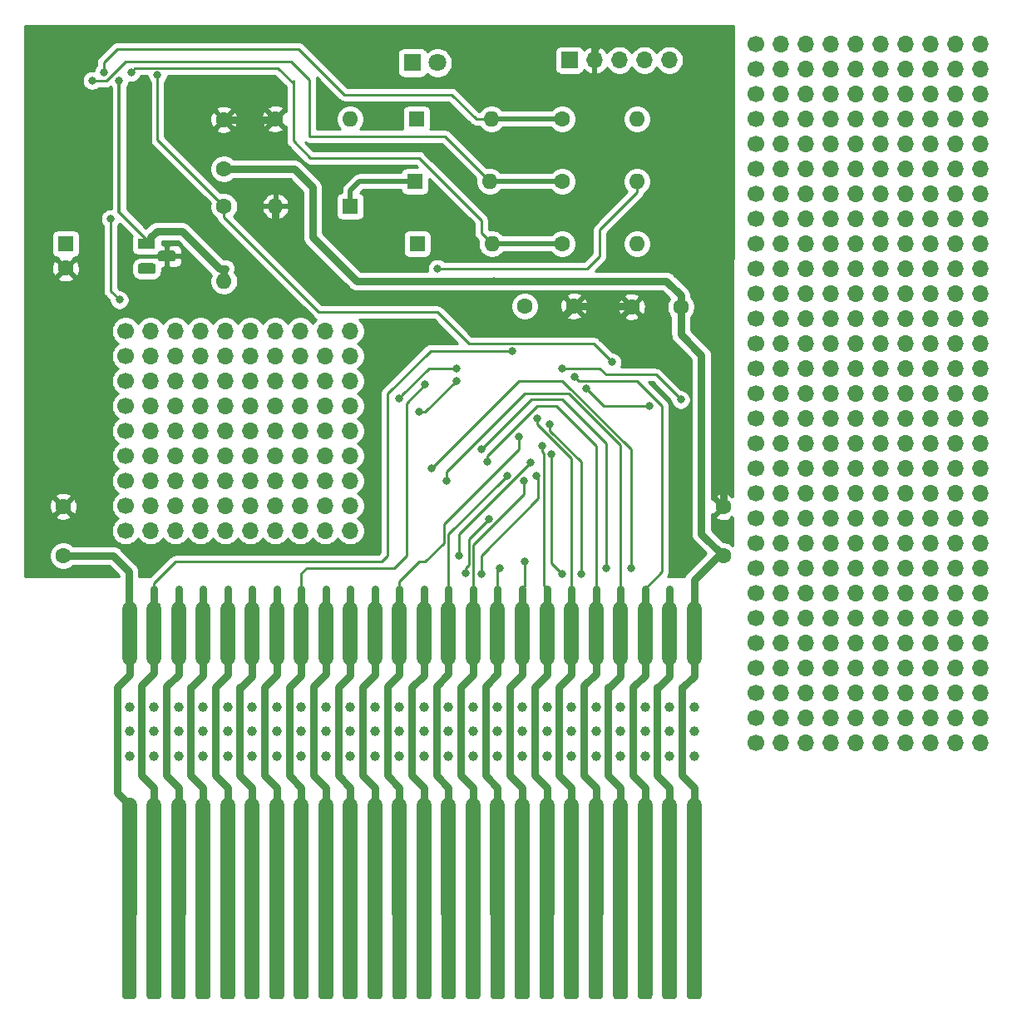
<source format=gbr>
G04 #@! TF.GenerationSoftware,KiCad,Pcbnew,(5.1.5)-3*
G04 #@! TF.CreationDate,2021-01-01T11:58:36-08:00*
G04 #@! TF.ProjectId,uknc_fdd_sds,756b6e63-5f66-4646-945f-7364732e6b69,rev?*
G04 #@! TF.SameCoordinates,Original*
G04 #@! TF.FileFunction,Copper,L2,Bot*
G04 #@! TF.FilePolarity,Positive*
%FSLAX46Y46*%
G04 Gerber Fmt 4.6, Leading zero omitted, Abs format (unit mm)*
G04 Created by KiCad (PCBNEW (5.1.5)-3) date 2021-01-01 11:58:36*
%MOMM*%
%LPD*%
G04 APERTURE LIST*
%ADD10O,1.600000X1.600000*%
%ADD11R,1.600000X1.600000*%
%ADD12C,1.700000*%
%ADD13O,1.700000X1.700000*%
%ADD14C,0.100000*%
%ADD15R,1.700000X1.700000*%
%ADD16C,1.600000*%
%ADD17R,1.800000X1.100000*%
%ADD18C,1.800000*%
%ADD19R,1.800000X1.800000*%
%ADD20C,1.000000*%
%ADD21C,0.800000*%
%ADD22C,0.800000*%
%ADD23C,1.500000*%
%ADD24C,0.300000*%
%ADD25C,0.500000*%
%ADD26C,0.250000*%
%ADD27C,0.254000*%
G04 APERTURE END LIST*
D10*
X118110000Y-19050000D03*
D11*
X125730000Y-19050000D03*
D10*
X140164820Y-22860000D03*
D11*
X132544820Y-22860000D03*
D10*
X140106400Y-10160000D03*
D11*
X132486400Y-10160000D03*
D10*
X139938760Y-16510000D03*
D11*
X132318760Y-16510000D03*
D12*
X167005000Y-73660000D03*
D13*
X169545000Y-73660000D03*
X172085000Y-73660000D03*
X174625000Y-73660000D03*
X177165000Y-73660000D03*
X179705000Y-73660000D03*
X182245000Y-73660000D03*
X184785000Y-73660000D03*
X187325000Y-73660000D03*
X189865000Y-73660000D03*
D12*
X167005000Y-71120000D03*
D13*
X169545000Y-71120000D03*
X172085000Y-71120000D03*
X174625000Y-71120000D03*
X177165000Y-71120000D03*
X179705000Y-71120000D03*
X182245000Y-71120000D03*
X184785000Y-71120000D03*
X187325000Y-71120000D03*
X189865000Y-71120000D03*
D12*
X167005000Y-68580000D03*
D13*
X169545000Y-68580000D03*
X172085000Y-68580000D03*
X174625000Y-68580000D03*
X177165000Y-68580000D03*
X179705000Y-68580000D03*
X182245000Y-68580000D03*
X184785000Y-68580000D03*
X187325000Y-68580000D03*
X189865000Y-68580000D03*
D12*
X167005000Y-66040000D03*
D13*
X169545000Y-66040000D03*
X172085000Y-66040000D03*
X174625000Y-66040000D03*
X177165000Y-66040000D03*
X179705000Y-66040000D03*
X182245000Y-66040000D03*
X184785000Y-66040000D03*
X187325000Y-66040000D03*
X189865000Y-66040000D03*
D12*
X167005000Y-63500000D03*
D13*
X169545000Y-63500000D03*
X172085000Y-63500000D03*
X174625000Y-63500000D03*
X177165000Y-63500000D03*
X179705000Y-63500000D03*
X182245000Y-63500000D03*
X184785000Y-63500000D03*
X187325000Y-63500000D03*
X189865000Y-63500000D03*
D12*
X167005000Y-60960000D03*
D13*
X169545000Y-60960000D03*
X172085000Y-60960000D03*
X174625000Y-60960000D03*
X177165000Y-60960000D03*
X179705000Y-60960000D03*
X182245000Y-60960000D03*
X184785000Y-60960000D03*
X187325000Y-60960000D03*
X189865000Y-60960000D03*
D12*
X167005000Y-58420000D03*
D13*
X169545000Y-58420000D03*
X172085000Y-58420000D03*
X174625000Y-58420000D03*
X177165000Y-58420000D03*
X179705000Y-58420000D03*
X182245000Y-58420000D03*
X184785000Y-58420000D03*
X187325000Y-58420000D03*
X189865000Y-58420000D03*
D12*
X167005000Y-55880000D03*
D13*
X169545000Y-55880000D03*
X172085000Y-55880000D03*
X174625000Y-55880000D03*
X177165000Y-55880000D03*
X179705000Y-55880000D03*
X182245000Y-55880000D03*
X184785000Y-55880000D03*
X187325000Y-55880000D03*
X189865000Y-55880000D03*
D12*
X167005000Y-53340000D03*
D13*
X169545000Y-53340000D03*
X172085000Y-53340000D03*
X174625000Y-53340000D03*
X177165000Y-53340000D03*
X179705000Y-53340000D03*
X182245000Y-53340000D03*
X184785000Y-53340000D03*
X187325000Y-53340000D03*
X189865000Y-53340000D03*
D12*
X167005000Y-50800000D03*
D13*
X169545000Y-50800000D03*
X172085000Y-50800000D03*
X174625000Y-50800000D03*
X177165000Y-50800000D03*
X179705000Y-50800000D03*
X182245000Y-50800000D03*
X184785000Y-50800000D03*
X187325000Y-50800000D03*
X189865000Y-50800000D03*
D12*
X167005000Y-48260000D03*
D13*
X169545000Y-48260000D03*
X172085000Y-48260000D03*
X174625000Y-48260000D03*
X177165000Y-48260000D03*
X179705000Y-48260000D03*
X182245000Y-48260000D03*
X184785000Y-48260000D03*
X187325000Y-48260000D03*
X189865000Y-48260000D03*
D12*
X167005000Y-45720000D03*
D13*
X169545000Y-45720000D03*
X172085000Y-45720000D03*
X174625000Y-45720000D03*
X177165000Y-45720000D03*
X179705000Y-45720000D03*
X182245000Y-45720000D03*
X184785000Y-45720000D03*
X187325000Y-45720000D03*
X189865000Y-45720000D03*
D12*
X167005000Y-43180000D03*
D13*
X169545000Y-43180000D03*
X172085000Y-43180000D03*
X174625000Y-43180000D03*
X177165000Y-43180000D03*
X179705000Y-43180000D03*
X182245000Y-43180000D03*
X184785000Y-43180000D03*
X187325000Y-43180000D03*
X189865000Y-43180000D03*
D12*
X167005000Y-40640000D03*
D13*
X169545000Y-40640000D03*
X172085000Y-40640000D03*
X174625000Y-40640000D03*
X177165000Y-40640000D03*
X179705000Y-40640000D03*
X182245000Y-40640000D03*
X184785000Y-40640000D03*
X187325000Y-40640000D03*
X189865000Y-40640000D03*
D12*
X167005000Y-38100000D03*
D13*
X169545000Y-38100000D03*
X172085000Y-38100000D03*
X174625000Y-38100000D03*
X177165000Y-38100000D03*
X179705000Y-38100000D03*
X182245000Y-38100000D03*
X184785000Y-38100000D03*
X187325000Y-38100000D03*
X189865000Y-38100000D03*
D12*
X167005000Y-35560000D03*
D13*
X169545000Y-35560000D03*
X172085000Y-35560000D03*
X174625000Y-35560000D03*
X177165000Y-35560000D03*
X179705000Y-35560000D03*
X182245000Y-35560000D03*
X184785000Y-35560000D03*
X187325000Y-35560000D03*
X189865000Y-35560000D03*
D12*
X167005000Y-33020000D03*
D13*
X169545000Y-33020000D03*
X172085000Y-33020000D03*
X174625000Y-33020000D03*
X177165000Y-33020000D03*
X179705000Y-33020000D03*
X182245000Y-33020000D03*
X184785000Y-33020000D03*
X187325000Y-33020000D03*
X189865000Y-33020000D03*
D12*
X167005000Y-30480000D03*
D13*
X169545000Y-30480000D03*
X172085000Y-30480000D03*
X174625000Y-30480000D03*
X177165000Y-30480000D03*
X179705000Y-30480000D03*
X182245000Y-30480000D03*
X184785000Y-30480000D03*
X187325000Y-30480000D03*
X189865000Y-30480000D03*
D12*
X167005000Y-27940000D03*
D13*
X169545000Y-27940000D03*
X172085000Y-27940000D03*
X174625000Y-27940000D03*
X177165000Y-27940000D03*
X179705000Y-27940000D03*
X182245000Y-27940000D03*
X184785000Y-27940000D03*
X187325000Y-27940000D03*
X189865000Y-27940000D03*
D12*
X167005000Y-25400000D03*
D13*
X169545000Y-25400000D03*
X172085000Y-25400000D03*
X174625000Y-25400000D03*
X177165000Y-25400000D03*
X179705000Y-25400000D03*
X182245000Y-25400000D03*
X184785000Y-25400000D03*
X187325000Y-25400000D03*
X189865000Y-25400000D03*
D12*
X167005000Y-22860000D03*
D13*
X169545000Y-22860000D03*
X172085000Y-22860000D03*
X174625000Y-22860000D03*
X177165000Y-22860000D03*
X179705000Y-22860000D03*
X182245000Y-22860000D03*
X184785000Y-22860000D03*
X187325000Y-22860000D03*
X189865000Y-22860000D03*
D12*
X167005000Y-20320000D03*
D13*
X169545000Y-20320000D03*
X172085000Y-20320000D03*
X174625000Y-20320000D03*
X177165000Y-20320000D03*
X179705000Y-20320000D03*
X182245000Y-20320000D03*
X184785000Y-20320000D03*
X187325000Y-20320000D03*
X189865000Y-20320000D03*
D12*
X167005000Y-17780000D03*
D13*
X169545000Y-17780000D03*
X172085000Y-17780000D03*
X174625000Y-17780000D03*
X177165000Y-17780000D03*
X179705000Y-17780000D03*
X182245000Y-17780000D03*
X184785000Y-17780000D03*
X187325000Y-17780000D03*
X189865000Y-17780000D03*
D12*
X167005000Y-15240000D03*
D13*
X169545000Y-15240000D03*
X172085000Y-15240000D03*
X174625000Y-15240000D03*
X177165000Y-15240000D03*
X179705000Y-15240000D03*
X182245000Y-15240000D03*
X184785000Y-15240000D03*
X187325000Y-15240000D03*
X189865000Y-15240000D03*
D12*
X167005000Y-12700000D03*
D13*
X169545000Y-12700000D03*
X172085000Y-12700000D03*
X174625000Y-12700000D03*
X177165000Y-12700000D03*
X179705000Y-12700000D03*
X182245000Y-12700000D03*
X184785000Y-12700000D03*
X187325000Y-12700000D03*
X189865000Y-12700000D03*
D12*
X167005000Y-10160000D03*
D13*
X169545000Y-10160000D03*
X172085000Y-10160000D03*
X174625000Y-10160000D03*
X177165000Y-10160000D03*
X179705000Y-10160000D03*
X182245000Y-10160000D03*
X184785000Y-10160000D03*
X187325000Y-10160000D03*
X189865000Y-10160000D03*
D12*
X167005000Y-7620000D03*
D13*
X169545000Y-7620000D03*
X172085000Y-7620000D03*
X174625000Y-7620000D03*
X177165000Y-7620000D03*
X179705000Y-7620000D03*
X182245000Y-7620000D03*
X184785000Y-7620000D03*
X187325000Y-7620000D03*
X189865000Y-7620000D03*
D12*
X167005000Y-5080000D03*
D13*
X169545000Y-5080000D03*
X172085000Y-5080000D03*
X174625000Y-5080000D03*
X177165000Y-5080000D03*
X179705000Y-5080000D03*
X182245000Y-5080000D03*
X184785000Y-5080000D03*
X187325000Y-5080000D03*
X189865000Y-5080000D03*
X189865000Y-2540000D03*
X187325000Y-2540000D03*
X184785000Y-2540000D03*
X182245000Y-2540000D03*
X179705000Y-2540000D03*
X177165000Y-2540000D03*
X174625000Y-2540000D03*
X172085000Y-2540000D03*
X169545000Y-2540000D03*
D12*
X167005000Y-2540000D03*
D13*
X125730000Y-52070000D03*
X123190000Y-52070000D03*
X120650000Y-52070000D03*
X118110000Y-52070000D03*
X115570000Y-52070000D03*
X113030000Y-52070000D03*
X110490000Y-52070000D03*
X107950000Y-52070000D03*
X105410000Y-52070000D03*
D12*
X102870000Y-52070000D03*
D13*
X125730000Y-49530000D03*
X123190000Y-49530000D03*
X120650000Y-49530000D03*
X118110000Y-49530000D03*
X115570000Y-49530000D03*
X113030000Y-49530000D03*
X110490000Y-49530000D03*
X107950000Y-49530000D03*
X105410000Y-49530000D03*
D12*
X102870000Y-49530000D03*
D13*
X125730000Y-46990000D03*
X123190000Y-46990000D03*
X120650000Y-46990000D03*
X118110000Y-46990000D03*
X115570000Y-46990000D03*
X113030000Y-46990000D03*
X110490000Y-46990000D03*
X107950000Y-46990000D03*
X105410000Y-46990000D03*
D12*
X102870000Y-46990000D03*
D13*
X125730000Y-44450000D03*
X123190000Y-44450000D03*
X120650000Y-44450000D03*
X118110000Y-44450000D03*
X115570000Y-44450000D03*
X113030000Y-44450000D03*
X110490000Y-44450000D03*
X107950000Y-44450000D03*
X105410000Y-44450000D03*
D12*
X102870000Y-44450000D03*
D13*
X125730000Y-41910000D03*
X123190000Y-41910000D03*
X120650000Y-41910000D03*
X118110000Y-41910000D03*
X115570000Y-41910000D03*
X113030000Y-41910000D03*
X110490000Y-41910000D03*
X107950000Y-41910000D03*
X105410000Y-41910000D03*
D12*
X102870000Y-41910000D03*
D13*
X125730000Y-39370000D03*
X123190000Y-39370000D03*
X120650000Y-39370000D03*
X118110000Y-39370000D03*
X115570000Y-39370000D03*
X113030000Y-39370000D03*
X110490000Y-39370000D03*
X107950000Y-39370000D03*
X105410000Y-39370000D03*
D12*
X102870000Y-39370000D03*
D13*
X125730000Y-36830000D03*
X123190000Y-36830000D03*
X120650000Y-36830000D03*
X118110000Y-36830000D03*
X115570000Y-36830000D03*
X113030000Y-36830000D03*
X110490000Y-36830000D03*
X107950000Y-36830000D03*
X105410000Y-36830000D03*
D12*
X102870000Y-36830000D03*
D13*
X125730000Y-34290000D03*
X123190000Y-34290000D03*
X120650000Y-34290000D03*
X118110000Y-34290000D03*
X115570000Y-34290000D03*
X113030000Y-34290000D03*
X110490000Y-34290000D03*
X107950000Y-34290000D03*
X105410000Y-34290000D03*
D12*
X102870000Y-34290000D03*
X102870000Y-31750000D03*
D13*
X105410000Y-31750000D03*
X107950000Y-31750000D03*
X110490000Y-31750000D03*
X113030000Y-31750000D03*
X115570000Y-31750000D03*
X118110000Y-31750000D03*
X120650000Y-31750000D03*
X123190000Y-31750000D03*
X125730000Y-31750000D03*
G04 #@! TA.AperFunction,SMDPad,CuDef*
D14*
G36*
X103661756Y-90751806D02*
G01*
X103698159Y-90757206D01*
X103733857Y-90766147D01*
X103768506Y-90778545D01*
X103801774Y-90794280D01*
X103833339Y-90813199D01*
X103862897Y-90835121D01*
X103890165Y-90859835D01*
X103914879Y-90887103D01*
X103936801Y-90916661D01*
X103955720Y-90948226D01*
X103971455Y-90981494D01*
X103983853Y-91016143D01*
X103992794Y-91051841D01*
X103998194Y-91088244D01*
X104000000Y-91125000D01*
X104000000Y-99375000D01*
X103998194Y-99411756D01*
X103992794Y-99448159D01*
X103983853Y-99483857D01*
X103971455Y-99518506D01*
X103955720Y-99551774D01*
X103936801Y-99583339D01*
X103914879Y-99612897D01*
X103890165Y-99640165D01*
X103862897Y-99664879D01*
X103833339Y-99686801D01*
X103801774Y-99705720D01*
X103768506Y-99721455D01*
X103733857Y-99733853D01*
X103698159Y-99742794D01*
X103661756Y-99748194D01*
X103625000Y-99750000D01*
X102875000Y-99750000D01*
X102838244Y-99748194D01*
X102801841Y-99742794D01*
X102766143Y-99733853D01*
X102731494Y-99721455D01*
X102698226Y-99705720D01*
X102666661Y-99686801D01*
X102637103Y-99664879D01*
X102609835Y-99640165D01*
X102585121Y-99612897D01*
X102563199Y-99583339D01*
X102544280Y-99551774D01*
X102528545Y-99518506D01*
X102516147Y-99483857D01*
X102507206Y-99448159D01*
X102501806Y-99411756D01*
X102500000Y-99375000D01*
X102500000Y-91125000D01*
X102501806Y-91088244D01*
X102507206Y-91051841D01*
X102516147Y-91016143D01*
X102528545Y-90981494D01*
X102544280Y-90948226D01*
X102563199Y-90916661D01*
X102585121Y-90887103D01*
X102609835Y-90859835D01*
X102637103Y-90835121D01*
X102666661Y-90813199D01*
X102698226Y-90794280D01*
X102731494Y-90778545D01*
X102766143Y-90766147D01*
X102801841Y-90757206D01*
X102838244Y-90751806D01*
X102875000Y-90750000D01*
X103625000Y-90750000D01*
X103661756Y-90751806D01*
G37*
G04 #@! TD.AperFunction*
G04 #@! TA.AperFunction,SMDPad,CuDef*
G36*
X106161756Y-90751806D02*
G01*
X106198159Y-90757206D01*
X106233857Y-90766147D01*
X106268506Y-90778545D01*
X106301774Y-90794280D01*
X106333339Y-90813199D01*
X106362897Y-90835121D01*
X106390165Y-90859835D01*
X106414879Y-90887103D01*
X106436801Y-90916661D01*
X106455720Y-90948226D01*
X106471455Y-90981494D01*
X106483853Y-91016143D01*
X106492794Y-91051841D01*
X106498194Y-91088244D01*
X106500000Y-91125000D01*
X106500000Y-99375000D01*
X106498194Y-99411756D01*
X106492794Y-99448159D01*
X106483853Y-99483857D01*
X106471455Y-99518506D01*
X106455720Y-99551774D01*
X106436801Y-99583339D01*
X106414879Y-99612897D01*
X106390165Y-99640165D01*
X106362897Y-99664879D01*
X106333339Y-99686801D01*
X106301774Y-99705720D01*
X106268506Y-99721455D01*
X106233857Y-99733853D01*
X106198159Y-99742794D01*
X106161756Y-99748194D01*
X106125000Y-99750000D01*
X105375000Y-99750000D01*
X105338244Y-99748194D01*
X105301841Y-99742794D01*
X105266143Y-99733853D01*
X105231494Y-99721455D01*
X105198226Y-99705720D01*
X105166661Y-99686801D01*
X105137103Y-99664879D01*
X105109835Y-99640165D01*
X105085121Y-99612897D01*
X105063199Y-99583339D01*
X105044280Y-99551774D01*
X105028545Y-99518506D01*
X105016147Y-99483857D01*
X105007206Y-99448159D01*
X105001806Y-99411756D01*
X105000000Y-99375000D01*
X105000000Y-91125000D01*
X105001806Y-91088244D01*
X105007206Y-91051841D01*
X105016147Y-91016143D01*
X105028545Y-90981494D01*
X105044280Y-90948226D01*
X105063199Y-90916661D01*
X105085121Y-90887103D01*
X105109835Y-90859835D01*
X105137103Y-90835121D01*
X105166661Y-90813199D01*
X105198226Y-90794280D01*
X105231494Y-90778545D01*
X105266143Y-90766147D01*
X105301841Y-90757206D01*
X105338244Y-90751806D01*
X105375000Y-90750000D01*
X106125000Y-90750000D01*
X106161756Y-90751806D01*
G37*
G04 #@! TD.AperFunction*
G04 #@! TA.AperFunction,SMDPad,CuDef*
G36*
X108661756Y-90751806D02*
G01*
X108698159Y-90757206D01*
X108733857Y-90766147D01*
X108768506Y-90778545D01*
X108801774Y-90794280D01*
X108833339Y-90813199D01*
X108862897Y-90835121D01*
X108890165Y-90859835D01*
X108914879Y-90887103D01*
X108936801Y-90916661D01*
X108955720Y-90948226D01*
X108971455Y-90981494D01*
X108983853Y-91016143D01*
X108992794Y-91051841D01*
X108998194Y-91088244D01*
X109000000Y-91125000D01*
X109000000Y-99375000D01*
X108998194Y-99411756D01*
X108992794Y-99448159D01*
X108983853Y-99483857D01*
X108971455Y-99518506D01*
X108955720Y-99551774D01*
X108936801Y-99583339D01*
X108914879Y-99612897D01*
X108890165Y-99640165D01*
X108862897Y-99664879D01*
X108833339Y-99686801D01*
X108801774Y-99705720D01*
X108768506Y-99721455D01*
X108733857Y-99733853D01*
X108698159Y-99742794D01*
X108661756Y-99748194D01*
X108625000Y-99750000D01*
X107875000Y-99750000D01*
X107838244Y-99748194D01*
X107801841Y-99742794D01*
X107766143Y-99733853D01*
X107731494Y-99721455D01*
X107698226Y-99705720D01*
X107666661Y-99686801D01*
X107637103Y-99664879D01*
X107609835Y-99640165D01*
X107585121Y-99612897D01*
X107563199Y-99583339D01*
X107544280Y-99551774D01*
X107528545Y-99518506D01*
X107516147Y-99483857D01*
X107507206Y-99448159D01*
X107501806Y-99411756D01*
X107500000Y-99375000D01*
X107500000Y-91125000D01*
X107501806Y-91088244D01*
X107507206Y-91051841D01*
X107516147Y-91016143D01*
X107528545Y-90981494D01*
X107544280Y-90948226D01*
X107563199Y-90916661D01*
X107585121Y-90887103D01*
X107609835Y-90859835D01*
X107637103Y-90835121D01*
X107666661Y-90813199D01*
X107698226Y-90794280D01*
X107731494Y-90778545D01*
X107766143Y-90766147D01*
X107801841Y-90757206D01*
X107838244Y-90751806D01*
X107875000Y-90750000D01*
X108625000Y-90750000D01*
X108661756Y-90751806D01*
G37*
G04 #@! TD.AperFunction*
G04 #@! TA.AperFunction,SMDPad,CuDef*
G36*
X111161756Y-90751806D02*
G01*
X111198159Y-90757206D01*
X111233857Y-90766147D01*
X111268506Y-90778545D01*
X111301774Y-90794280D01*
X111333339Y-90813199D01*
X111362897Y-90835121D01*
X111390165Y-90859835D01*
X111414879Y-90887103D01*
X111436801Y-90916661D01*
X111455720Y-90948226D01*
X111471455Y-90981494D01*
X111483853Y-91016143D01*
X111492794Y-91051841D01*
X111498194Y-91088244D01*
X111500000Y-91125000D01*
X111500000Y-99375000D01*
X111498194Y-99411756D01*
X111492794Y-99448159D01*
X111483853Y-99483857D01*
X111471455Y-99518506D01*
X111455720Y-99551774D01*
X111436801Y-99583339D01*
X111414879Y-99612897D01*
X111390165Y-99640165D01*
X111362897Y-99664879D01*
X111333339Y-99686801D01*
X111301774Y-99705720D01*
X111268506Y-99721455D01*
X111233857Y-99733853D01*
X111198159Y-99742794D01*
X111161756Y-99748194D01*
X111125000Y-99750000D01*
X110375000Y-99750000D01*
X110338244Y-99748194D01*
X110301841Y-99742794D01*
X110266143Y-99733853D01*
X110231494Y-99721455D01*
X110198226Y-99705720D01*
X110166661Y-99686801D01*
X110137103Y-99664879D01*
X110109835Y-99640165D01*
X110085121Y-99612897D01*
X110063199Y-99583339D01*
X110044280Y-99551774D01*
X110028545Y-99518506D01*
X110016147Y-99483857D01*
X110007206Y-99448159D01*
X110001806Y-99411756D01*
X110000000Y-99375000D01*
X110000000Y-91125000D01*
X110001806Y-91088244D01*
X110007206Y-91051841D01*
X110016147Y-91016143D01*
X110028545Y-90981494D01*
X110044280Y-90948226D01*
X110063199Y-90916661D01*
X110085121Y-90887103D01*
X110109835Y-90859835D01*
X110137103Y-90835121D01*
X110166661Y-90813199D01*
X110198226Y-90794280D01*
X110231494Y-90778545D01*
X110266143Y-90766147D01*
X110301841Y-90757206D01*
X110338244Y-90751806D01*
X110375000Y-90750000D01*
X111125000Y-90750000D01*
X111161756Y-90751806D01*
G37*
G04 #@! TD.AperFunction*
G04 #@! TA.AperFunction,SMDPad,CuDef*
G36*
X113661756Y-90751806D02*
G01*
X113698159Y-90757206D01*
X113733857Y-90766147D01*
X113768506Y-90778545D01*
X113801774Y-90794280D01*
X113833339Y-90813199D01*
X113862897Y-90835121D01*
X113890165Y-90859835D01*
X113914879Y-90887103D01*
X113936801Y-90916661D01*
X113955720Y-90948226D01*
X113971455Y-90981494D01*
X113983853Y-91016143D01*
X113992794Y-91051841D01*
X113998194Y-91088244D01*
X114000000Y-91125000D01*
X114000000Y-99375000D01*
X113998194Y-99411756D01*
X113992794Y-99448159D01*
X113983853Y-99483857D01*
X113971455Y-99518506D01*
X113955720Y-99551774D01*
X113936801Y-99583339D01*
X113914879Y-99612897D01*
X113890165Y-99640165D01*
X113862897Y-99664879D01*
X113833339Y-99686801D01*
X113801774Y-99705720D01*
X113768506Y-99721455D01*
X113733857Y-99733853D01*
X113698159Y-99742794D01*
X113661756Y-99748194D01*
X113625000Y-99750000D01*
X112875000Y-99750000D01*
X112838244Y-99748194D01*
X112801841Y-99742794D01*
X112766143Y-99733853D01*
X112731494Y-99721455D01*
X112698226Y-99705720D01*
X112666661Y-99686801D01*
X112637103Y-99664879D01*
X112609835Y-99640165D01*
X112585121Y-99612897D01*
X112563199Y-99583339D01*
X112544280Y-99551774D01*
X112528545Y-99518506D01*
X112516147Y-99483857D01*
X112507206Y-99448159D01*
X112501806Y-99411756D01*
X112500000Y-99375000D01*
X112500000Y-91125000D01*
X112501806Y-91088244D01*
X112507206Y-91051841D01*
X112516147Y-91016143D01*
X112528545Y-90981494D01*
X112544280Y-90948226D01*
X112563199Y-90916661D01*
X112585121Y-90887103D01*
X112609835Y-90859835D01*
X112637103Y-90835121D01*
X112666661Y-90813199D01*
X112698226Y-90794280D01*
X112731494Y-90778545D01*
X112766143Y-90766147D01*
X112801841Y-90757206D01*
X112838244Y-90751806D01*
X112875000Y-90750000D01*
X113625000Y-90750000D01*
X113661756Y-90751806D01*
G37*
G04 #@! TD.AperFunction*
G04 #@! TA.AperFunction,SMDPad,CuDef*
G36*
X116161756Y-90751806D02*
G01*
X116198159Y-90757206D01*
X116233857Y-90766147D01*
X116268506Y-90778545D01*
X116301774Y-90794280D01*
X116333339Y-90813199D01*
X116362897Y-90835121D01*
X116390165Y-90859835D01*
X116414879Y-90887103D01*
X116436801Y-90916661D01*
X116455720Y-90948226D01*
X116471455Y-90981494D01*
X116483853Y-91016143D01*
X116492794Y-91051841D01*
X116498194Y-91088244D01*
X116500000Y-91125000D01*
X116500000Y-99375000D01*
X116498194Y-99411756D01*
X116492794Y-99448159D01*
X116483853Y-99483857D01*
X116471455Y-99518506D01*
X116455720Y-99551774D01*
X116436801Y-99583339D01*
X116414879Y-99612897D01*
X116390165Y-99640165D01*
X116362897Y-99664879D01*
X116333339Y-99686801D01*
X116301774Y-99705720D01*
X116268506Y-99721455D01*
X116233857Y-99733853D01*
X116198159Y-99742794D01*
X116161756Y-99748194D01*
X116125000Y-99750000D01*
X115375000Y-99750000D01*
X115338244Y-99748194D01*
X115301841Y-99742794D01*
X115266143Y-99733853D01*
X115231494Y-99721455D01*
X115198226Y-99705720D01*
X115166661Y-99686801D01*
X115137103Y-99664879D01*
X115109835Y-99640165D01*
X115085121Y-99612897D01*
X115063199Y-99583339D01*
X115044280Y-99551774D01*
X115028545Y-99518506D01*
X115016147Y-99483857D01*
X115007206Y-99448159D01*
X115001806Y-99411756D01*
X115000000Y-99375000D01*
X115000000Y-91125000D01*
X115001806Y-91088244D01*
X115007206Y-91051841D01*
X115016147Y-91016143D01*
X115028545Y-90981494D01*
X115044280Y-90948226D01*
X115063199Y-90916661D01*
X115085121Y-90887103D01*
X115109835Y-90859835D01*
X115137103Y-90835121D01*
X115166661Y-90813199D01*
X115198226Y-90794280D01*
X115231494Y-90778545D01*
X115266143Y-90766147D01*
X115301841Y-90757206D01*
X115338244Y-90751806D01*
X115375000Y-90750000D01*
X116125000Y-90750000D01*
X116161756Y-90751806D01*
G37*
G04 #@! TD.AperFunction*
G04 #@! TA.AperFunction,SMDPad,CuDef*
G36*
X118661756Y-90751806D02*
G01*
X118698159Y-90757206D01*
X118733857Y-90766147D01*
X118768506Y-90778545D01*
X118801774Y-90794280D01*
X118833339Y-90813199D01*
X118862897Y-90835121D01*
X118890165Y-90859835D01*
X118914879Y-90887103D01*
X118936801Y-90916661D01*
X118955720Y-90948226D01*
X118971455Y-90981494D01*
X118983853Y-91016143D01*
X118992794Y-91051841D01*
X118998194Y-91088244D01*
X119000000Y-91125000D01*
X119000000Y-99375000D01*
X118998194Y-99411756D01*
X118992794Y-99448159D01*
X118983853Y-99483857D01*
X118971455Y-99518506D01*
X118955720Y-99551774D01*
X118936801Y-99583339D01*
X118914879Y-99612897D01*
X118890165Y-99640165D01*
X118862897Y-99664879D01*
X118833339Y-99686801D01*
X118801774Y-99705720D01*
X118768506Y-99721455D01*
X118733857Y-99733853D01*
X118698159Y-99742794D01*
X118661756Y-99748194D01*
X118625000Y-99750000D01*
X117875000Y-99750000D01*
X117838244Y-99748194D01*
X117801841Y-99742794D01*
X117766143Y-99733853D01*
X117731494Y-99721455D01*
X117698226Y-99705720D01*
X117666661Y-99686801D01*
X117637103Y-99664879D01*
X117609835Y-99640165D01*
X117585121Y-99612897D01*
X117563199Y-99583339D01*
X117544280Y-99551774D01*
X117528545Y-99518506D01*
X117516147Y-99483857D01*
X117507206Y-99448159D01*
X117501806Y-99411756D01*
X117500000Y-99375000D01*
X117500000Y-91125000D01*
X117501806Y-91088244D01*
X117507206Y-91051841D01*
X117516147Y-91016143D01*
X117528545Y-90981494D01*
X117544280Y-90948226D01*
X117563199Y-90916661D01*
X117585121Y-90887103D01*
X117609835Y-90859835D01*
X117637103Y-90835121D01*
X117666661Y-90813199D01*
X117698226Y-90794280D01*
X117731494Y-90778545D01*
X117766143Y-90766147D01*
X117801841Y-90757206D01*
X117838244Y-90751806D01*
X117875000Y-90750000D01*
X118625000Y-90750000D01*
X118661756Y-90751806D01*
G37*
G04 #@! TD.AperFunction*
G04 #@! TA.AperFunction,SMDPad,CuDef*
G36*
X121161756Y-90751806D02*
G01*
X121198159Y-90757206D01*
X121233857Y-90766147D01*
X121268506Y-90778545D01*
X121301774Y-90794280D01*
X121333339Y-90813199D01*
X121362897Y-90835121D01*
X121390165Y-90859835D01*
X121414879Y-90887103D01*
X121436801Y-90916661D01*
X121455720Y-90948226D01*
X121471455Y-90981494D01*
X121483853Y-91016143D01*
X121492794Y-91051841D01*
X121498194Y-91088244D01*
X121500000Y-91125000D01*
X121500000Y-99375000D01*
X121498194Y-99411756D01*
X121492794Y-99448159D01*
X121483853Y-99483857D01*
X121471455Y-99518506D01*
X121455720Y-99551774D01*
X121436801Y-99583339D01*
X121414879Y-99612897D01*
X121390165Y-99640165D01*
X121362897Y-99664879D01*
X121333339Y-99686801D01*
X121301774Y-99705720D01*
X121268506Y-99721455D01*
X121233857Y-99733853D01*
X121198159Y-99742794D01*
X121161756Y-99748194D01*
X121125000Y-99750000D01*
X120375000Y-99750000D01*
X120338244Y-99748194D01*
X120301841Y-99742794D01*
X120266143Y-99733853D01*
X120231494Y-99721455D01*
X120198226Y-99705720D01*
X120166661Y-99686801D01*
X120137103Y-99664879D01*
X120109835Y-99640165D01*
X120085121Y-99612897D01*
X120063199Y-99583339D01*
X120044280Y-99551774D01*
X120028545Y-99518506D01*
X120016147Y-99483857D01*
X120007206Y-99448159D01*
X120001806Y-99411756D01*
X120000000Y-99375000D01*
X120000000Y-91125000D01*
X120001806Y-91088244D01*
X120007206Y-91051841D01*
X120016147Y-91016143D01*
X120028545Y-90981494D01*
X120044280Y-90948226D01*
X120063199Y-90916661D01*
X120085121Y-90887103D01*
X120109835Y-90859835D01*
X120137103Y-90835121D01*
X120166661Y-90813199D01*
X120198226Y-90794280D01*
X120231494Y-90778545D01*
X120266143Y-90766147D01*
X120301841Y-90757206D01*
X120338244Y-90751806D01*
X120375000Y-90750000D01*
X121125000Y-90750000D01*
X121161756Y-90751806D01*
G37*
G04 #@! TD.AperFunction*
G04 #@! TA.AperFunction,SMDPad,CuDef*
G36*
X123661756Y-90751806D02*
G01*
X123698159Y-90757206D01*
X123733857Y-90766147D01*
X123768506Y-90778545D01*
X123801774Y-90794280D01*
X123833339Y-90813199D01*
X123862897Y-90835121D01*
X123890165Y-90859835D01*
X123914879Y-90887103D01*
X123936801Y-90916661D01*
X123955720Y-90948226D01*
X123971455Y-90981494D01*
X123983853Y-91016143D01*
X123992794Y-91051841D01*
X123998194Y-91088244D01*
X124000000Y-91125000D01*
X124000000Y-99375000D01*
X123998194Y-99411756D01*
X123992794Y-99448159D01*
X123983853Y-99483857D01*
X123971455Y-99518506D01*
X123955720Y-99551774D01*
X123936801Y-99583339D01*
X123914879Y-99612897D01*
X123890165Y-99640165D01*
X123862897Y-99664879D01*
X123833339Y-99686801D01*
X123801774Y-99705720D01*
X123768506Y-99721455D01*
X123733857Y-99733853D01*
X123698159Y-99742794D01*
X123661756Y-99748194D01*
X123625000Y-99750000D01*
X122875000Y-99750000D01*
X122838244Y-99748194D01*
X122801841Y-99742794D01*
X122766143Y-99733853D01*
X122731494Y-99721455D01*
X122698226Y-99705720D01*
X122666661Y-99686801D01*
X122637103Y-99664879D01*
X122609835Y-99640165D01*
X122585121Y-99612897D01*
X122563199Y-99583339D01*
X122544280Y-99551774D01*
X122528545Y-99518506D01*
X122516147Y-99483857D01*
X122507206Y-99448159D01*
X122501806Y-99411756D01*
X122500000Y-99375000D01*
X122500000Y-91125000D01*
X122501806Y-91088244D01*
X122507206Y-91051841D01*
X122516147Y-91016143D01*
X122528545Y-90981494D01*
X122544280Y-90948226D01*
X122563199Y-90916661D01*
X122585121Y-90887103D01*
X122609835Y-90859835D01*
X122637103Y-90835121D01*
X122666661Y-90813199D01*
X122698226Y-90794280D01*
X122731494Y-90778545D01*
X122766143Y-90766147D01*
X122801841Y-90757206D01*
X122838244Y-90751806D01*
X122875000Y-90750000D01*
X123625000Y-90750000D01*
X123661756Y-90751806D01*
G37*
G04 #@! TD.AperFunction*
G04 #@! TA.AperFunction,SMDPad,CuDef*
G36*
X126161756Y-90751806D02*
G01*
X126198159Y-90757206D01*
X126233857Y-90766147D01*
X126268506Y-90778545D01*
X126301774Y-90794280D01*
X126333339Y-90813199D01*
X126362897Y-90835121D01*
X126390165Y-90859835D01*
X126414879Y-90887103D01*
X126436801Y-90916661D01*
X126455720Y-90948226D01*
X126471455Y-90981494D01*
X126483853Y-91016143D01*
X126492794Y-91051841D01*
X126498194Y-91088244D01*
X126500000Y-91125000D01*
X126500000Y-99375000D01*
X126498194Y-99411756D01*
X126492794Y-99448159D01*
X126483853Y-99483857D01*
X126471455Y-99518506D01*
X126455720Y-99551774D01*
X126436801Y-99583339D01*
X126414879Y-99612897D01*
X126390165Y-99640165D01*
X126362897Y-99664879D01*
X126333339Y-99686801D01*
X126301774Y-99705720D01*
X126268506Y-99721455D01*
X126233857Y-99733853D01*
X126198159Y-99742794D01*
X126161756Y-99748194D01*
X126125000Y-99750000D01*
X125375000Y-99750000D01*
X125338244Y-99748194D01*
X125301841Y-99742794D01*
X125266143Y-99733853D01*
X125231494Y-99721455D01*
X125198226Y-99705720D01*
X125166661Y-99686801D01*
X125137103Y-99664879D01*
X125109835Y-99640165D01*
X125085121Y-99612897D01*
X125063199Y-99583339D01*
X125044280Y-99551774D01*
X125028545Y-99518506D01*
X125016147Y-99483857D01*
X125007206Y-99448159D01*
X125001806Y-99411756D01*
X125000000Y-99375000D01*
X125000000Y-91125000D01*
X125001806Y-91088244D01*
X125007206Y-91051841D01*
X125016147Y-91016143D01*
X125028545Y-90981494D01*
X125044280Y-90948226D01*
X125063199Y-90916661D01*
X125085121Y-90887103D01*
X125109835Y-90859835D01*
X125137103Y-90835121D01*
X125166661Y-90813199D01*
X125198226Y-90794280D01*
X125231494Y-90778545D01*
X125266143Y-90766147D01*
X125301841Y-90757206D01*
X125338244Y-90751806D01*
X125375000Y-90750000D01*
X126125000Y-90750000D01*
X126161756Y-90751806D01*
G37*
G04 #@! TD.AperFunction*
G04 #@! TA.AperFunction,SMDPad,CuDef*
G36*
X128661756Y-90751806D02*
G01*
X128698159Y-90757206D01*
X128733857Y-90766147D01*
X128768506Y-90778545D01*
X128801774Y-90794280D01*
X128833339Y-90813199D01*
X128862897Y-90835121D01*
X128890165Y-90859835D01*
X128914879Y-90887103D01*
X128936801Y-90916661D01*
X128955720Y-90948226D01*
X128971455Y-90981494D01*
X128983853Y-91016143D01*
X128992794Y-91051841D01*
X128998194Y-91088244D01*
X129000000Y-91125000D01*
X129000000Y-99375000D01*
X128998194Y-99411756D01*
X128992794Y-99448159D01*
X128983853Y-99483857D01*
X128971455Y-99518506D01*
X128955720Y-99551774D01*
X128936801Y-99583339D01*
X128914879Y-99612897D01*
X128890165Y-99640165D01*
X128862897Y-99664879D01*
X128833339Y-99686801D01*
X128801774Y-99705720D01*
X128768506Y-99721455D01*
X128733857Y-99733853D01*
X128698159Y-99742794D01*
X128661756Y-99748194D01*
X128625000Y-99750000D01*
X127875000Y-99750000D01*
X127838244Y-99748194D01*
X127801841Y-99742794D01*
X127766143Y-99733853D01*
X127731494Y-99721455D01*
X127698226Y-99705720D01*
X127666661Y-99686801D01*
X127637103Y-99664879D01*
X127609835Y-99640165D01*
X127585121Y-99612897D01*
X127563199Y-99583339D01*
X127544280Y-99551774D01*
X127528545Y-99518506D01*
X127516147Y-99483857D01*
X127507206Y-99448159D01*
X127501806Y-99411756D01*
X127500000Y-99375000D01*
X127500000Y-91125000D01*
X127501806Y-91088244D01*
X127507206Y-91051841D01*
X127516147Y-91016143D01*
X127528545Y-90981494D01*
X127544280Y-90948226D01*
X127563199Y-90916661D01*
X127585121Y-90887103D01*
X127609835Y-90859835D01*
X127637103Y-90835121D01*
X127666661Y-90813199D01*
X127698226Y-90794280D01*
X127731494Y-90778545D01*
X127766143Y-90766147D01*
X127801841Y-90757206D01*
X127838244Y-90751806D01*
X127875000Y-90750000D01*
X128625000Y-90750000D01*
X128661756Y-90751806D01*
G37*
G04 #@! TD.AperFunction*
G04 #@! TA.AperFunction,SMDPad,CuDef*
G36*
X131161756Y-90751806D02*
G01*
X131198159Y-90757206D01*
X131233857Y-90766147D01*
X131268506Y-90778545D01*
X131301774Y-90794280D01*
X131333339Y-90813199D01*
X131362897Y-90835121D01*
X131390165Y-90859835D01*
X131414879Y-90887103D01*
X131436801Y-90916661D01*
X131455720Y-90948226D01*
X131471455Y-90981494D01*
X131483853Y-91016143D01*
X131492794Y-91051841D01*
X131498194Y-91088244D01*
X131500000Y-91125000D01*
X131500000Y-99375000D01*
X131498194Y-99411756D01*
X131492794Y-99448159D01*
X131483853Y-99483857D01*
X131471455Y-99518506D01*
X131455720Y-99551774D01*
X131436801Y-99583339D01*
X131414879Y-99612897D01*
X131390165Y-99640165D01*
X131362897Y-99664879D01*
X131333339Y-99686801D01*
X131301774Y-99705720D01*
X131268506Y-99721455D01*
X131233857Y-99733853D01*
X131198159Y-99742794D01*
X131161756Y-99748194D01*
X131125000Y-99750000D01*
X130375000Y-99750000D01*
X130338244Y-99748194D01*
X130301841Y-99742794D01*
X130266143Y-99733853D01*
X130231494Y-99721455D01*
X130198226Y-99705720D01*
X130166661Y-99686801D01*
X130137103Y-99664879D01*
X130109835Y-99640165D01*
X130085121Y-99612897D01*
X130063199Y-99583339D01*
X130044280Y-99551774D01*
X130028545Y-99518506D01*
X130016147Y-99483857D01*
X130007206Y-99448159D01*
X130001806Y-99411756D01*
X130000000Y-99375000D01*
X130000000Y-91125000D01*
X130001806Y-91088244D01*
X130007206Y-91051841D01*
X130016147Y-91016143D01*
X130028545Y-90981494D01*
X130044280Y-90948226D01*
X130063199Y-90916661D01*
X130085121Y-90887103D01*
X130109835Y-90859835D01*
X130137103Y-90835121D01*
X130166661Y-90813199D01*
X130198226Y-90794280D01*
X130231494Y-90778545D01*
X130266143Y-90766147D01*
X130301841Y-90757206D01*
X130338244Y-90751806D01*
X130375000Y-90750000D01*
X131125000Y-90750000D01*
X131161756Y-90751806D01*
G37*
G04 #@! TD.AperFunction*
G04 #@! TA.AperFunction,SMDPad,CuDef*
G36*
X133661756Y-90751806D02*
G01*
X133698159Y-90757206D01*
X133733857Y-90766147D01*
X133768506Y-90778545D01*
X133801774Y-90794280D01*
X133833339Y-90813199D01*
X133862897Y-90835121D01*
X133890165Y-90859835D01*
X133914879Y-90887103D01*
X133936801Y-90916661D01*
X133955720Y-90948226D01*
X133971455Y-90981494D01*
X133983853Y-91016143D01*
X133992794Y-91051841D01*
X133998194Y-91088244D01*
X134000000Y-91125000D01*
X134000000Y-99375000D01*
X133998194Y-99411756D01*
X133992794Y-99448159D01*
X133983853Y-99483857D01*
X133971455Y-99518506D01*
X133955720Y-99551774D01*
X133936801Y-99583339D01*
X133914879Y-99612897D01*
X133890165Y-99640165D01*
X133862897Y-99664879D01*
X133833339Y-99686801D01*
X133801774Y-99705720D01*
X133768506Y-99721455D01*
X133733857Y-99733853D01*
X133698159Y-99742794D01*
X133661756Y-99748194D01*
X133625000Y-99750000D01*
X132875000Y-99750000D01*
X132838244Y-99748194D01*
X132801841Y-99742794D01*
X132766143Y-99733853D01*
X132731494Y-99721455D01*
X132698226Y-99705720D01*
X132666661Y-99686801D01*
X132637103Y-99664879D01*
X132609835Y-99640165D01*
X132585121Y-99612897D01*
X132563199Y-99583339D01*
X132544280Y-99551774D01*
X132528545Y-99518506D01*
X132516147Y-99483857D01*
X132507206Y-99448159D01*
X132501806Y-99411756D01*
X132500000Y-99375000D01*
X132500000Y-91125000D01*
X132501806Y-91088244D01*
X132507206Y-91051841D01*
X132516147Y-91016143D01*
X132528545Y-90981494D01*
X132544280Y-90948226D01*
X132563199Y-90916661D01*
X132585121Y-90887103D01*
X132609835Y-90859835D01*
X132637103Y-90835121D01*
X132666661Y-90813199D01*
X132698226Y-90794280D01*
X132731494Y-90778545D01*
X132766143Y-90766147D01*
X132801841Y-90757206D01*
X132838244Y-90751806D01*
X132875000Y-90750000D01*
X133625000Y-90750000D01*
X133661756Y-90751806D01*
G37*
G04 #@! TD.AperFunction*
G04 #@! TA.AperFunction,SMDPad,CuDef*
G36*
X136161756Y-90751806D02*
G01*
X136198159Y-90757206D01*
X136233857Y-90766147D01*
X136268506Y-90778545D01*
X136301774Y-90794280D01*
X136333339Y-90813199D01*
X136362897Y-90835121D01*
X136390165Y-90859835D01*
X136414879Y-90887103D01*
X136436801Y-90916661D01*
X136455720Y-90948226D01*
X136471455Y-90981494D01*
X136483853Y-91016143D01*
X136492794Y-91051841D01*
X136498194Y-91088244D01*
X136500000Y-91125000D01*
X136500000Y-99375000D01*
X136498194Y-99411756D01*
X136492794Y-99448159D01*
X136483853Y-99483857D01*
X136471455Y-99518506D01*
X136455720Y-99551774D01*
X136436801Y-99583339D01*
X136414879Y-99612897D01*
X136390165Y-99640165D01*
X136362897Y-99664879D01*
X136333339Y-99686801D01*
X136301774Y-99705720D01*
X136268506Y-99721455D01*
X136233857Y-99733853D01*
X136198159Y-99742794D01*
X136161756Y-99748194D01*
X136125000Y-99750000D01*
X135375000Y-99750000D01*
X135338244Y-99748194D01*
X135301841Y-99742794D01*
X135266143Y-99733853D01*
X135231494Y-99721455D01*
X135198226Y-99705720D01*
X135166661Y-99686801D01*
X135137103Y-99664879D01*
X135109835Y-99640165D01*
X135085121Y-99612897D01*
X135063199Y-99583339D01*
X135044280Y-99551774D01*
X135028545Y-99518506D01*
X135016147Y-99483857D01*
X135007206Y-99448159D01*
X135001806Y-99411756D01*
X135000000Y-99375000D01*
X135000000Y-91125000D01*
X135001806Y-91088244D01*
X135007206Y-91051841D01*
X135016147Y-91016143D01*
X135028545Y-90981494D01*
X135044280Y-90948226D01*
X135063199Y-90916661D01*
X135085121Y-90887103D01*
X135109835Y-90859835D01*
X135137103Y-90835121D01*
X135166661Y-90813199D01*
X135198226Y-90794280D01*
X135231494Y-90778545D01*
X135266143Y-90766147D01*
X135301841Y-90757206D01*
X135338244Y-90751806D01*
X135375000Y-90750000D01*
X136125000Y-90750000D01*
X136161756Y-90751806D01*
G37*
G04 #@! TD.AperFunction*
G04 #@! TA.AperFunction,SMDPad,CuDef*
G36*
X138661756Y-90751806D02*
G01*
X138698159Y-90757206D01*
X138733857Y-90766147D01*
X138768506Y-90778545D01*
X138801774Y-90794280D01*
X138833339Y-90813199D01*
X138862897Y-90835121D01*
X138890165Y-90859835D01*
X138914879Y-90887103D01*
X138936801Y-90916661D01*
X138955720Y-90948226D01*
X138971455Y-90981494D01*
X138983853Y-91016143D01*
X138992794Y-91051841D01*
X138998194Y-91088244D01*
X139000000Y-91125000D01*
X139000000Y-99375000D01*
X138998194Y-99411756D01*
X138992794Y-99448159D01*
X138983853Y-99483857D01*
X138971455Y-99518506D01*
X138955720Y-99551774D01*
X138936801Y-99583339D01*
X138914879Y-99612897D01*
X138890165Y-99640165D01*
X138862897Y-99664879D01*
X138833339Y-99686801D01*
X138801774Y-99705720D01*
X138768506Y-99721455D01*
X138733857Y-99733853D01*
X138698159Y-99742794D01*
X138661756Y-99748194D01*
X138625000Y-99750000D01*
X137875000Y-99750000D01*
X137838244Y-99748194D01*
X137801841Y-99742794D01*
X137766143Y-99733853D01*
X137731494Y-99721455D01*
X137698226Y-99705720D01*
X137666661Y-99686801D01*
X137637103Y-99664879D01*
X137609835Y-99640165D01*
X137585121Y-99612897D01*
X137563199Y-99583339D01*
X137544280Y-99551774D01*
X137528545Y-99518506D01*
X137516147Y-99483857D01*
X137507206Y-99448159D01*
X137501806Y-99411756D01*
X137500000Y-99375000D01*
X137500000Y-91125000D01*
X137501806Y-91088244D01*
X137507206Y-91051841D01*
X137516147Y-91016143D01*
X137528545Y-90981494D01*
X137544280Y-90948226D01*
X137563199Y-90916661D01*
X137585121Y-90887103D01*
X137609835Y-90859835D01*
X137637103Y-90835121D01*
X137666661Y-90813199D01*
X137698226Y-90794280D01*
X137731494Y-90778545D01*
X137766143Y-90766147D01*
X137801841Y-90757206D01*
X137838244Y-90751806D01*
X137875000Y-90750000D01*
X138625000Y-90750000D01*
X138661756Y-90751806D01*
G37*
G04 #@! TD.AperFunction*
G04 #@! TA.AperFunction,SMDPad,CuDef*
G36*
X141161756Y-90751806D02*
G01*
X141198159Y-90757206D01*
X141233857Y-90766147D01*
X141268506Y-90778545D01*
X141301774Y-90794280D01*
X141333339Y-90813199D01*
X141362897Y-90835121D01*
X141390165Y-90859835D01*
X141414879Y-90887103D01*
X141436801Y-90916661D01*
X141455720Y-90948226D01*
X141471455Y-90981494D01*
X141483853Y-91016143D01*
X141492794Y-91051841D01*
X141498194Y-91088244D01*
X141500000Y-91125000D01*
X141500000Y-99375000D01*
X141498194Y-99411756D01*
X141492794Y-99448159D01*
X141483853Y-99483857D01*
X141471455Y-99518506D01*
X141455720Y-99551774D01*
X141436801Y-99583339D01*
X141414879Y-99612897D01*
X141390165Y-99640165D01*
X141362897Y-99664879D01*
X141333339Y-99686801D01*
X141301774Y-99705720D01*
X141268506Y-99721455D01*
X141233857Y-99733853D01*
X141198159Y-99742794D01*
X141161756Y-99748194D01*
X141125000Y-99750000D01*
X140375000Y-99750000D01*
X140338244Y-99748194D01*
X140301841Y-99742794D01*
X140266143Y-99733853D01*
X140231494Y-99721455D01*
X140198226Y-99705720D01*
X140166661Y-99686801D01*
X140137103Y-99664879D01*
X140109835Y-99640165D01*
X140085121Y-99612897D01*
X140063199Y-99583339D01*
X140044280Y-99551774D01*
X140028545Y-99518506D01*
X140016147Y-99483857D01*
X140007206Y-99448159D01*
X140001806Y-99411756D01*
X140000000Y-99375000D01*
X140000000Y-91125000D01*
X140001806Y-91088244D01*
X140007206Y-91051841D01*
X140016147Y-91016143D01*
X140028545Y-90981494D01*
X140044280Y-90948226D01*
X140063199Y-90916661D01*
X140085121Y-90887103D01*
X140109835Y-90859835D01*
X140137103Y-90835121D01*
X140166661Y-90813199D01*
X140198226Y-90794280D01*
X140231494Y-90778545D01*
X140266143Y-90766147D01*
X140301841Y-90757206D01*
X140338244Y-90751806D01*
X140375000Y-90750000D01*
X141125000Y-90750000D01*
X141161756Y-90751806D01*
G37*
G04 #@! TD.AperFunction*
G04 #@! TA.AperFunction,SMDPad,CuDef*
G36*
X143661756Y-90751806D02*
G01*
X143698159Y-90757206D01*
X143733857Y-90766147D01*
X143768506Y-90778545D01*
X143801774Y-90794280D01*
X143833339Y-90813199D01*
X143862897Y-90835121D01*
X143890165Y-90859835D01*
X143914879Y-90887103D01*
X143936801Y-90916661D01*
X143955720Y-90948226D01*
X143971455Y-90981494D01*
X143983853Y-91016143D01*
X143992794Y-91051841D01*
X143998194Y-91088244D01*
X144000000Y-91125000D01*
X144000000Y-99375000D01*
X143998194Y-99411756D01*
X143992794Y-99448159D01*
X143983853Y-99483857D01*
X143971455Y-99518506D01*
X143955720Y-99551774D01*
X143936801Y-99583339D01*
X143914879Y-99612897D01*
X143890165Y-99640165D01*
X143862897Y-99664879D01*
X143833339Y-99686801D01*
X143801774Y-99705720D01*
X143768506Y-99721455D01*
X143733857Y-99733853D01*
X143698159Y-99742794D01*
X143661756Y-99748194D01*
X143625000Y-99750000D01*
X142875000Y-99750000D01*
X142838244Y-99748194D01*
X142801841Y-99742794D01*
X142766143Y-99733853D01*
X142731494Y-99721455D01*
X142698226Y-99705720D01*
X142666661Y-99686801D01*
X142637103Y-99664879D01*
X142609835Y-99640165D01*
X142585121Y-99612897D01*
X142563199Y-99583339D01*
X142544280Y-99551774D01*
X142528545Y-99518506D01*
X142516147Y-99483857D01*
X142507206Y-99448159D01*
X142501806Y-99411756D01*
X142500000Y-99375000D01*
X142500000Y-91125000D01*
X142501806Y-91088244D01*
X142507206Y-91051841D01*
X142516147Y-91016143D01*
X142528545Y-90981494D01*
X142544280Y-90948226D01*
X142563199Y-90916661D01*
X142585121Y-90887103D01*
X142609835Y-90859835D01*
X142637103Y-90835121D01*
X142666661Y-90813199D01*
X142698226Y-90794280D01*
X142731494Y-90778545D01*
X142766143Y-90766147D01*
X142801841Y-90757206D01*
X142838244Y-90751806D01*
X142875000Y-90750000D01*
X143625000Y-90750000D01*
X143661756Y-90751806D01*
G37*
G04 #@! TD.AperFunction*
G04 #@! TA.AperFunction,SMDPad,CuDef*
G36*
X146161756Y-90751806D02*
G01*
X146198159Y-90757206D01*
X146233857Y-90766147D01*
X146268506Y-90778545D01*
X146301774Y-90794280D01*
X146333339Y-90813199D01*
X146362897Y-90835121D01*
X146390165Y-90859835D01*
X146414879Y-90887103D01*
X146436801Y-90916661D01*
X146455720Y-90948226D01*
X146471455Y-90981494D01*
X146483853Y-91016143D01*
X146492794Y-91051841D01*
X146498194Y-91088244D01*
X146500000Y-91125000D01*
X146500000Y-99375000D01*
X146498194Y-99411756D01*
X146492794Y-99448159D01*
X146483853Y-99483857D01*
X146471455Y-99518506D01*
X146455720Y-99551774D01*
X146436801Y-99583339D01*
X146414879Y-99612897D01*
X146390165Y-99640165D01*
X146362897Y-99664879D01*
X146333339Y-99686801D01*
X146301774Y-99705720D01*
X146268506Y-99721455D01*
X146233857Y-99733853D01*
X146198159Y-99742794D01*
X146161756Y-99748194D01*
X146125000Y-99750000D01*
X145375000Y-99750000D01*
X145338244Y-99748194D01*
X145301841Y-99742794D01*
X145266143Y-99733853D01*
X145231494Y-99721455D01*
X145198226Y-99705720D01*
X145166661Y-99686801D01*
X145137103Y-99664879D01*
X145109835Y-99640165D01*
X145085121Y-99612897D01*
X145063199Y-99583339D01*
X145044280Y-99551774D01*
X145028545Y-99518506D01*
X145016147Y-99483857D01*
X145007206Y-99448159D01*
X145001806Y-99411756D01*
X145000000Y-99375000D01*
X145000000Y-91125000D01*
X145001806Y-91088244D01*
X145007206Y-91051841D01*
X145016147Y-91016143D01*
X145028545Y-90981494D01*
X145044280Y-90948226D01*
X145063199Y-90916661D01*
X145085121Y-90887103D01*
X145109835Y-90859835D01*
X145137103Y-90835121D01*
X145166661Y-90813199D01*
X145198226Y-90794280D01*
X145231494Y-90778545D01*
X145266143Y-90766147D01*
X145301841Y-90757206D01*
X145338244Y-90751806D01*
X145375000Y-90750000D01*
X146125000Y-90750000D01*
X146161756Y-90751806D01*
G37*
G04 #@! TD.AperFunction*
G04 #@! TA.AperFunction,SMDPad,CuDef*
G36*
X148661756Y-90751806D02*
G01*
X148698159Y-90757206D01*
X148733857Y-90766147D01*
X148768506Y-90778545D01*
X148801774Y-90794280D01*
X148833339Y-90813199D01*
X148862897Y-90835121D01*
X148890165Y-90859835D01*
X148914879Y-90887103D01*
X148936801Y-90916661D01*
X148955720Y-90948226D01*
X148971455Y-90981494D01*
X148983853Y-91016143D01*
X148992794Y-91051841D01*
X148998194Y-91088244D01*
X149000000Y-91125000D01*
X149000000Y-99375000D01*
X148998194Y-99411756D01*
X148992794Y-99448159D01*
X148983853Y-99483857D01*
X148971455Y-99518506D01*
X148955720Y-99551774D01*
X148936801Y-99583339D01*
X148914879Y-99612897D01*
X148890165Y-99640165D01*
X148862897Y-99664879D01*
X148833339Y-99686801D01*
X148801774Y-99705720D01*
X148768506Y-99721455D01*
X148733857Y-99733853D01*
X148698159Y-99742794D01*
X148661756Y-99748194D01*
X148625000Y-99750000D01*
X147875000Y-99750000D01*
X147838244Y-99748194D01*
X147801841Y-99742794D01*
X147766143Y-99733853D01*
X147731494Y-99721455D01*
X147698226Y-99705720D01*
X147666661Y-99686801D01*
X147637103Y-99664879D01*
X147609835Y-99640165D01*
X147585121Y-99612897D01*
X147563199Y-99583339D01*
X147544280Y-99551774D01*
X147528545Y-99518506D01*
X147516147Y-99483857D01*
X147507206Y-99448159D01*
X147501806Y-99411756D01*
X147500000Y-99375000D01*
X147500000Y-91125000D01*
X147501806Y-91088244D01*
X147507206Y-91051841D01*
X147516147Y-91016143D01*
X147528545Y-90981494D01*
X147544280Y-90948226D01*
X147563199Y-90916661D01*
X147585121Y-90887103D01*
X147609835Y-90859835D01*
X147637103Y-90835121D01*
X147666661Y-90813199D01*
X147698226Y-90794280D01*
X147731494Y-90778545D01*
X147766143Y-90766147D01*
X147801841Y-90757206D01*
X147838244Y-90751806D01*
X147875000Y-90750000D01*
X148625000Y-90750000D01*
X148661756Y-90751806D01*
G37*
G04 #@! TD.AperFunction*
G04 #@! TA.AperFunction,SMDPad,CuDef*
G36*
X151161756Y-90751806D02*
G01*
X151198159Y-90757206D01*
X151233857Y-90766147D01*
X151268506Y-90778545D01*
X151301774Y-90794280D01*
X151333339Y-90813199D01*
X151362897Y-90835121D01*
X151390165Y-90859835D01*
X151414879Y-90887103D01*
X151436801Y-90916661D01*
X151455720Y-90948226D01*
X151471455Y-90981494D01*
X151483853Y-91016143D01*
X151492794Y-91051841D01*
X151498194Y-91088244D01*
X151500000Y-91125000D01*
X151500000Y-99375000D01*
X151498194Y-99411756D01*
X151492794Y-99448159D01*
X151483853Y-99483857D01*
X151471455Y-99518506D01*
X151455720Y-99551774D01*
X151436801Y-99583339D01*
X151414879Y-99612897D01*
X151390165Y-99640165D01*
X151362897Y-99664879D01*
X151333339Y-99686801D01*
X151301774Y-99705720D01*
X151268506Y-99721455D01*
X151233857Y-99733853D01*
X151198159Y-99742794D01*
X151161756Y-99748194D01*
X151125000Y-99750000D01*
X150375000Y-99750000D01*
X150338244Y-99748194D01*
X150301841Y-99742794D01*
X150266143Y-99733853D01*
X150231494Y-99721455D01*
X150198226Y-99705720D01*
X150166661Y-99686801D01*
X150137103Y-99664879D01*
X150109835Y-99640165D01*
X150085121Y-99612897D01*
X150063199Y-99583339D01*
X150044280Y-99551774D01*
X150028545Y-99518506D01*
X150016147Y-99483857D01*
X150007206Y-99448159D01*
X150001806Y-99411756D01*
X150000000Y-99375000D01*
X150000000Y-91125000D01*
X150001806Y-91088244D01*
X150007206Y-91051841D01*
X150016147Y-91016143D01*
X150028545Y-90981494D01*
X150044280Y-90948226D01*
X150063199Y-90916661D01*
X150085121Y-90887103D01*
X150109835Y-90859835D01*
X150137103Y-90835121D01*
X150166661Y-90813199D01*
X150198226Y-90794280D01*
X150231494Y-90778545D01*
X150266143Y-90766147D01*
X150301841Y-90757206D01*
X150338244Y-90751806D01*
X150375000Y-90750000D01*
X151125000Y-90750000D01*
X151161756Y-90751806D01*
G37*
G04 #@! TD.AperFunction*
G04 #@! TA.AperFunction,SMDPad,CuDef*
G36*
X153661756Y-90751806D02*
G01*
X153698159Y-90757206D01*
X153733857Y-90766147D01*
X153768506Y-90778545D01*
X153801774Y-90794280D01*
X153833339Y-90813199D01*
X153862897Y-90835121D01*
X153890165Y-90859835D01*
X153914879Y-90887103D01*
X153936801Y-90916661D01*
X153955720Y-90948226D01*
X153971455Y-90981494D01*
X153983853Y-91016143D01*
X153992794Y-91051841D01*
X153998194Y-91088244D01*
X154000000Y-91125000D01*
X154000000Y-99375000D01*
X153998194Y-99411756D01*
X153992794Y-99448159D01*
X153983853Y-99483857D01*
X153971455Y-99518506D01*
X153955720Y-99551774D01*
X153936801Y-99583339D01*
X153914879Y-99612897D01*
X153890165Y-99640165D01*
X153862897Y-99664879D01*
X153833339Y-99686801D01*
X153801774Y-99705720D01*
X153768506Y-99721455D01*
X153733857Y-99733853D01*
X153698159Y-99742794D01*
X153661756Y-99748194D01*
X153625000Y-99750000D01*
X152875000Y-99750000D01*
X152838244Y-99748194D01*
X152801841Y-99742794D01*
X152766143Y-99733853D01*
X152731494Y-99721455D01*
X152698226Y-99705720D01*
X152666661Y-99686801D01*
X152637103Y-99664879D01*
X152609835Y-99640165D01*
X152585121Y-99612897D01*
X152563199Y-99583339D01*
X152544280Y-99551774D01*
X152528545Y-99518506D01*
X152516147Y-99483857D01*
X152507206Y-99448159D01*
X152501806Y-99411756D01*
X152500000Y-99375000D01*
X152500000Y-91125000D01*
X152501806Y-91088244D01*
X152507206Y-91051841D01*
X152516147Y-91016143D01*
X152528545Y-90981494D01*
X152544280Y-90948226D01*
X152563199Y-90916661D01*
X152585121Y-90887103D01*
X152609835Y-90859835D01*
X152637103Y-90835121D01*
X152666661Y-90813199D01*
X152698226Y-90794280D01*
X152731494Y-90778545D01*
X152766143Y-90766147D01*
X152801841Y-90757206D01*
X152838244Y-90751806D01*
X152875000Y-90750000D01*
X153625000Y-90750000D01*
X153661756Y-90751806D01*
G37*
G04 #@! TD.AperFunction*
G04 #@! TA.AperFunction,SMDPad,CuDef*
G36*
X156161756Y-90751806D02*
G01*
X156198159Y-90757206D01*
X156233857Y-90766147D01*
X156268506Y-90778545D01*
X156301774Y-90794280D01*
X156333339Y-90813199D01*
X156362897Y-90835121D01*
X156390165Y-90859835D01*
X156414879Y-90887103D01*
X156436801Y-90916661D01*
X156455720Y-90948226D01*
X156471455Y-90981494D01*
X156483853Y-91016143D01*
X156492794Y-91051841D01*
X156498194Y-91088244D01*
X156500000Y-91125000D01*
X156500000Y-99375000D01*
X156498194Y-99411756D01*
X156492794Y-99448159D01*
X156483853Y-99483857D01*
X156471455Y-99518506D01*
X156455720Y-99551774D01*
X156436801Y-99583339D01*
X156414879Y-99612897D01*
X156390165Y-99640165D01*
X156362897Y-99664879D01*
X156333339Y-99686801D01*
X156301774Y-99705720D01*
X156268506Y-99721455D01*
X156233857Y-99733853D01*
X156198159Y-99742794D01*
X156161756Y-99748194D01*
X156125000Y-99750000D01*
X155375000Y-99750000D01*
X155338244Y-99748194D01*
X155301841Y-99742794D01*
X155266143Y-99733853D01*
X155231494Y-99721455D01*
X155198226Y-99705720D01*
X155166661Y-99686801D01*
X155137103Y-99664879D01*
X155109835Y-99640165D01*
X155085121Y-99612897D01*
X155063199Y-99583339D01*
X155044280Y-99551774D01*
X155028545Y-99518506D01*
X155016147Y-99483857D01*
X155007206Y-99448159D01*
X155001806Y-99411756D01*
X155000000Y-99375000D01*
X155000000Y-91125000D01*
X155001806Y-91088244D01*
X155007206Y-91051841D01*
X155016147Y-91016143D01*
X155028545Y-90981494D01*
X155044280Y-90948226D01*
X155063199Y-90916661D01*
X155085121Y-90887103D01*
X155109835Y-90859835D01*
X155137103Y-90835121D01*
X155166661Y-90813199D01*
X155198226Y-90794280D01*
X155231494Y-90778545D01*
X155266143Y-90766147D01*
X155301841Y-90757206D01*
X155338244Y-90751806D01*
X155375000Y-90750000D01*
X156125000Y-90750000D01*
X156161756Y-90751806D01*
G37*
G04 #@! TD.AperFunction*
G04 #@! TA.AperFunction,SMDPad,CuDef*
G36*
X158661756Y-90751806D02*
G01*
X158698159Y-90757206D01*
X158733857Y-90766147D01*
X158768506Y-90778545D01*
X158801774Y-90794280D01*
X158833339Y-90813199D01*
X158862897Y-90835121D01*
X158890165Y-90859835D01*
X158914879Y-90887103D01*
X158936801Y-90916661D01*
X158955720Y-90948226D01*
X158971455Y-90981494D01*
X158983853Y-91016143D01*
X158992794Y-91051841D01*
X158998194Y-91088244D01*
X159000000Y-91125000D01*
X159000000Y-99375000D01*
X158998194Y-99411756D01*
X158992794Y-99448159D01*
X158983853Y-99483857D01*
X158971455Y-99518506D01*
X158955720Y-99551774D01*
X158936801Y-99583339D01*
X158914879Y-99612897D01*
X158890165Y-99640165D01*
X158862897Y-99664879D01*
X158833339Y-99686801D01*
X158801774Y-99705720D01*
X158768506Y-99721455D01*
X158733857Y-99733853D01*
X158698159Y-99742794D01*
X158661756Y-99748194D01*
X158625000Y-99750000D01*
X157875000Y-99750000D01*
X157838244Y-99748194D01*
X157801841Y-99742794D01*
X157766143Y-99733853D01*
X157731494Y-99721455D01*
X157698226Y-99705720D01*
X157666661Y-99686801D01*
X157637103Y-99664879D01*
X157609835Y-99640165D01*
X157585121Y-99612897D01*
X157563199Y-99583339D01*
X157544280Y-99551774D01*
X157528545Y-99518506D01*
X157516147Y-99483857D01*
X157507206Y-99448159D01*
X157501806Y-99411756D01*
X157500000Y-99375000D01*
X157500000Y-91125000D01*
X157501806Y-91088244D01*
X157507206Y-91051841D01*
X157516147Y-91016143D01*
X157528545Y-90981494D01*
X157544280Y-90948226D01*
X157563199Y-90916661D01*
X157585121Y-90887103D01*
X157609835Y-90859835D01*
X157637103Y-90835121D01*
X157666661Y-90813199D01*
X157698226Y-90794280D01*
X157731494Y-90778545D01*
X157766143Y-90766147D01*
X157801841Y-90757206D01*
X157838244Y-90751806D01*
X157875000Y-90750000D01*
X158625000Y-90750000D01*
X158661756Y-90751806D01*
G37*
G04 #@! TD.AperFunction*
G04 #@! TA.AperFunction,SMDPad,CuDef*
G36*
X161161756Y-90751806D02*
G01*
X161198159Y-90757206D01*
X161233857Y-90766147D01*
X161268506Y-90778545D01*
X161301774Y-90794280D01*
X161333339Y-90813199D01*
X161362897Y-90835121D01*
X161390165Y-90859835D01*
X161414879Y-90887103D01*
X161436801Y-90916661D01*
X161455720Y-90948226D01*
X161471455Y-90981494D01*
X161483853Y-91016143D01*
X161492794Y-91051841D01*
X161498194Y-91088244D01*
X161500000Y-91125000D01*
X161500000Y-99375000D01*
X161498194Y-99411756D01*
X161492794Y-99448159D01*
X161483853Y-99483857D01*
X161471455Y-99518506D01*
X161455720Y-99551774D01*
X161436801Y-99583339D01*
X161414879Y-99612897D01*
X161390165Y-99640165D01*
X161362897Y-99664879D01*
X161333339Y-99686801D01*
X161301774Y-99705720D01*
X161268506Y-99721455D01*
X161233857Y-99733853D01*
X161198159Y-99742794D01*
X161161756Y-99748194D01*
X161125000Y-99750000D01*
X160375000Y-99750000D01*
X160338244Y-99748194D01*
X160301841Y-99742794D01*
X160266143Y-99733853D01*
X160231494Y-99721455D01*
X160198226Y-99705720D01*
X160166661Y-99686801D01*
X160137103Y-99664879D01*
X160109835Y-99640165D01*
X160085121Y-99612897D01*
X160063199Y-99583339D01*
X160044280Y-99551774D01*
X160028545Y-99518506D01*
X160016147Y-99483857D01*
X160007206Y-99448159D01*
X160001806Y-99411756D01*
X160000000Y-99375000D01*
X160000000Y-91125000D01*
X160001806Y-91088244D01*
X160007206Y-91051841D01*
X160016147Y-91016143D01*
X160028545Y-90981494D01*
X160044280Y-90948226D01*
X160063199Y-90916661D01*
X160085121Y-90887103D01*
X160109835Y-90859835D01*
X160137103Y-90835121D01*
X160166661Y-90813199D01*
X160198226Y-90794280D01*
X160231494Y-90778545D01*
X160266143Y-90766147D01*
X160301841Y-90757206D01*
X160338244Y-90751806D01*
X160375000Y-90750000D01*
X161125000Y-90750000D01*
X161161756Y-90751806D01*
G37*
G04 #@! TD.AperFunction*
D13*
X158216600Y-4165600D03*
X155676600Y-4165600D03*
X153136600Y-4165600D03*
X150596600Y-4165600D03*
D15*
X148056600Y-4165600D03*
D16*
X96763840Y-25360000D03*
D11*
X96763840Y-22860000D03*
D10*
X112872520Y-26670000D03*
D16*
X112872520Y-19050000D03*
D17*
X105010000Y-22860000D03*
G04 #@! TA.AperFunction,ComponentPad*
D14*
G36*
X105661955Y-24851324D02*
G01*
X105688650Y-24855284D01*
X105714828Y-24861841D01*
X105740238Y-24870933D01*
X105764634Y-24882472D01*
X105787782Y-24896346D01*
X105809458Y-24912422D01*
X105829454Y-24930546D01*
X105847578Y-24950542D01*
X105863654Y-24972218D01*
X105877528Y-24995366D01*
X105889067Y-25019762D01*
X105898159Y-25045172D01*
X105904716Y-25071350D01*
X105908676Y-25098045D01*
X105910000Y-25125000D01*
X105910000Y-25675000D01*
X105908676Y-25701955D01*
X105904716Y-25728650D01*
X105898159Y-25754828D01*
X105889067Y-25780238D01*
X105877528Y-25804634D01*
X105863654Y-25827782D01*
X105847578Y-25849458D01*
X105829454Y-25869454D01*
X105809458Y-25887578D01*
X105787782Y-25903654D01*
X105764634Y-25917528D01*
X105740238Y-25929067D01*
X105714828Y-25938159D01*
X105688650Y-25944716D01*
X105661955Y-25948676D01*
X105635000Y-25950000D01*
X104385000Y-25950000D01*
X104358045Y-25948676D01*
X104331350Y-25944716D01*
X104305172Y-25938159D01*
X104279762Y-25929067D01*
X104255366Y-25917528D01*
X104232218Y-25903654D01*
X104210542Y-25887578D01*
X104190546Y-25869454D01*
X104172422Y-25849458D01*
X104156346Y-25827782D01*
X104142472Y-25804634D01*
X104130933Y-25780238D01*
X104121841Y-25754828D01*
X104115284Y-25728650D01*
X104111324Y-25701955D01*
X104110000Y-25675000D01*
X104110000Y-25125000D01*
X104111324Y-25098045D01*
X104115284Y-25071350D01*
X104121841Y-25045172D01*
X104130933Y-25019762D01*
X104142472Y-24995366D01*
X104156346Y-24972218D01*
X104172422Y-24950542D01*
X104190546Y-24930546D01*
X104210542Y-24912422D01*
X104232218Y-24896346D01*
X104255366Y-24882472D01*
X104279762Y-24870933D01*
X104305172Y-24861841D01*
X104331350Y-24855284D01*
X104358045Y-24851324D01*
X104385000Y-24850000D01*
X105635000Y-24850000D01*
X105661955Y-24851324D01*
G37*
G04 #@! TD.AperFunction*
G04 #@! TA.AperFunction,ComponentPad*
G36*
X107731955Y-23581324D02*
G01*
X107758650Y-23585284D01*
X107784828Y-23591841D01*
X107810238Y-23600933D01*
X107834634Y-23612472D01*
X107857782Y-23626346D01*
X107879458Y-23642422D01*
X107899454Y-23660546D01*
X107917578Y-23680542D01*
X107933654Y-23702218D01*
X107947528Y-23725366D01*
X107959067Y-23749762D01*
X107968159Y-23775172D01*
X107974716Y-23801350D01*
X107978676Y-23828045D01*
X107980000Y-23855000D01*
X107980000Y-24405000D01*
X107978676Y-24431955D01*
X107974716Y-24458650D01*
X107968159Y-24484828D01*
X107959067Y-24510238D01*
X107947528Y-24534634D01*
X107933654Y-24557782D01*
X107917578Y-24579458D01*
X107899454Y-24599454D01*
X107879458Y-24617578D01*
X107857782Y-24633654D01*
X107834634Y-24647528D01*
X107810238Y-24659067D01*
X107784828Y-24668159D01*
X107758650Y-24674716D01*
X107731955Y-24678676D01*
X107705000Y-24680000D01*
X106455000Y-24680000D01*
X106428045Y-24678676D01*
X106401350Y-24674716D01*
X106375172Y-24668159D01*
X106349762Y-24659067D01*
X106325366Y-24647528D01*
X106302218Y-24633654D01*
X106280542Y-24617578D01*
X106260546Y-24599454D01*
X106242422Y-24579458D01*
X106226346Y-24557782D01*
X106212472Y-24534634D01*
X106200933Y-24510238D01*
X106191841Y-24484828D01*
X106185284Y-24458650D01*
X106181324Y-24431955D01*
X106180000Y-24405000D01*
X106180000Y-23855000D01*
X106181324Y-23828045D01*
X106185284Y-23801350D01*
X106191841Y-23775172D01*
X106200933Y-23749762D01*
X106212472Y-23725366D01*
X106226346Y-23702218D01*
X106242422Y-23680542D01*
X106260546Y-23660546D01*
X106280542Y-23642422D01*
X106302218Y-23626346D01*
X106325366Y-23612472D01*
X106349762Y-23600933D01*
X106375172Y-23591841D01*
X106401350Y-23585284D01*
X106428045Y-23581324D01*
X106455000Y-23580000D01*
X107705000Y-23580000D01*
X107731955Y-23581324D01*
G37*
G04 #@! TD.AperFunction*
D16*
X154385000Y-29281120D03*
X159385000Y-29281120D03*
X163703000Y-49635400D03*
X163703000Y-54635400D03*
X112872520Y-10240000D03*
X112872520Y-15240000D03*
X96520000Y-49610000D03*
X96520000Y-54610000D03*
X148510000Y-29210000D03*
X143510000Y-29210000D03*
D10*
X154940000Y-22860000D03*
D16*
X147320000Y-22860000D03*
D10*
X154940000Y-10160000D03*
D16*
X147320000Y-10160000D03*
D10*
X154940000Y-16510000D03*
D16*
X147320000Y-16510000D03*
D10*
X125730000Y-10160000D03*
D16*
X118110000Y-10160000D03*
D18*
X134620000Y-4445000D03*
D19*
X132080000Y-4445000D03*
D20*
X103250000Y-70000000D03*
X103250000Y-72500000D03*
X103250000Y-75000000D03*
X160750000Y-70000000D03*
X160750000Y-72500000D03*
X160750000Y-75000000D03*
D21*
X139065000Y-31659990D03*
X154584400Y-13360400D03*
X152044400Y-16408400D03*
X155498800Y-19913600D03*
X153619200Y-25044400D03*
X163703000Y-42189400D03*
X163703000Y-32740600D03*
X163703000Y-20040600D03*
X163703000Y-9525000D03*
X141478000Y-1981200D03*
X127355600Y-1828800D03*
X116382800Y-1981200D03*
X94477000Y-9028000D03*
X94477000Y-28611400D03*
X94477000Y-40041400D03*
X93980000Y-51257200D03*
X105460800Y-54965600D03*
X128473200Y-33070800D03*
X127711200Y-50850800D03*
X121412000Y-24384000D03*
X115163600Y-8178800D03*
X123901200Y-15849600D03*
X129540000Y-19913600D03*
X139700000Y-13208000D03*
X144983200Y-19659600D03*
X115976400Y-27076400D03*
X107340400Y-17932400D03*
X97891600Y-17881600D03*
X161340800Y-54305200D03*
X156819600Y-32410400D03*
X134061200Y-13309600D03*
D20*
X103250000Y-60000000D03*
X103250000Y-62500000D03*
X103250000Y-65000000D03*
X160750000Y-65000000D03*
X160750000Y-62500000D03*
X160750000Y-60000000D03*
D21*
X140335000Y-26670000D03*
X102209600Y-6248400D03*
X99466400Y-6248400D03*
X100634800Y-5435600D03*
X103428800Y-5435600D03*
X102235000Y-28575000D03*
X101316416Y-20335092D03*
D20*
X120750000Y-65000000D03*
X120750000Y-62500000D03*
X120750000Y-60000000D03*
D21*
X133350000Y-37176113D03*
X134620000Y-25400000D03*
D20*
X128250000Y-70000000D03*
X128250000Y-72500000D03*
X128250000Y-75000000D03*
D21*
X136525000Y-36830000D03*
X132715000Y-40005000D03*
D20*
X120750000Y-70000000D03*
X120750000Y-72500000D03*
X120750000Y-75000000D03*
D21*
X136525000Y-35560000D03*
X130687660Y-38612660D03*
D20*
X130750000Y-70000000D03*
X130750000Y-72500000D03*
X130750000Y-75000000D03*
X105750000Y-65000000D03*
X105750000Y-62500000D03*
X105750000Y-60000000D03*
D21*
X142240000Y-33745010D03*
D20*
X158250000Y-70000000D03*
X158250000Y-72500000D03*
X158250000Y-75000000D03*
D21*
X147320000Y-35560000D03*
X159385000Y-38735000D03*
D20*
X155750000Y-65000000D03*
X155750000Y-62500000D03*
X155750000Y-60000000D03*
D21*
X148582859Y-36432539D03*
D20*
X155750000Y-70000000D03*
X155750000Y-72500000D03*
X155750000Y-75000000D03*
D21*
X156210000Y-39370000D03*
X149782665Y-37632345D03*
D20*
X148250000Y-65000000D03*
X148250000Y-62500000D03*
X148250000Y-60000000D03*
D21*
X144780000Y-40640000D03*
D20*
X148250000Y-70000000D03*
X148250000Y-72500000D03*
X148250000Y-75000000D03*
D21*
X149225000Y-56515000D03*
X146050000Y-41275000D03*
D20*
X145750000Y-65000000D03*
X145750000Y-62500000D03*
X145750000Y-60000000D03*
D21*
X145322231Y-43477551D03*
D20*
X145750000Y-70000000D03*
X145750000Y-72500000D03*
X145750000Y-75000000D03*
D21*
X147320000Y-56515000D03*
X146172340Y-44327660D03*
X152400000Y-34925000D03*
X106121200Y-5701590D03*
D20*
X130750000Y-65000000D03*
X130750000Y-62500000D03*
X130750000Y-60000000D03*
D21*
X142875000Y-42545000D03*
D20*
X133250000Y-70000000D03*
X133250000Y-72500000D03*
X133250000Y-75000000D03*
D21*
X136850817Y-54654576D03*
X144133795Y-45096205D03*
D20*
X138250000Y-70000000D03*
X138250000Y-72500000D03*
X138250000Y-75000000D03*
D21*
X139065000Y-56515000D03*
X144681501Y-46453499D03*
D20*
X138250000Y-65000000D03*
X138250000Y-62500000D03*
X138250000Y-60000000D03*
D21*
X143419990Y-46990000D03*
D20*
X135750000Y-65000000D03*
X135750000Y-62500000D03*
X135750000Y-60000000D03*
D21*
X141727340Y-46477340D03*
D20*
X135750000Y-70000000D03*
X135750000Y-72500000D03*
X135750000Y-75000000D03*
D21*
X137524990Y-56428294D03*
X139821636Y-50921634D03*
D20*
X143250000Y-65000000D03*
X143250000Y-62500000D03*
X143250000Y-60000000D03*
D21*
X143510000Y-55245000D03*
D20*
X143250000Y-70000000D03*
X143250000Y-72500000D03*
X143250000Y-75000000D03*
X140750000Y-65000000D03*
X140750000Y-62500000D03*
X140750000Y-60000000D03*
D21*
X140970000Y-55880000D03*
D20*
X140750000Y-70000000D03*
X140750000Y-72500000D03*
X140750000Y-75000000D03*
X150750000Y-65000000D03*
X150750000Y-62500000D03*
X150750000Y-60000000D03*
D21*
X139700000Y-45085000D03*
D20*
X150750000Y-70000000D03*
X150750000Y-72500000D03*
X150750000Y-75000000D03*
D21*
X139065000Y-43815000D03*
X151765000Y-55880000D03*
D20*
X153250000Y-65000000D03*
X153250000Y-62500000D03*
X153250000Y-60000000D03*
D21*
X135543887Y-46990000D03*
D20*
X153250000Y-70000000D03*
X153250000Y-72500000D03*
X153250000Y-75000000D03*
D21*
X133985000Y-45720000D03*
X154305000Y-55880000D03*
D20*
X158250000Y-65000000D03*
X158250000Y-62500000D03*
X158250000Y-60000000D03*
X133250000Y-65000000D03*
X133250000Y-62500000D03*
X133250000Y-60000000D03*
X128250000Y-65000000D03*
X128250000Y-62500000D03*
X128250000Y-60000000D03*
X125750000Y-65000000D03*
X125750000Y-62500000D03*
X125750000Y-60000000D03*
X123250000Y-65000000D03*
X123250000Y-62500000D03*
X123250000Y-60000000D03*
X118250000Y-65000000D03*
X118250000Y-62500000D03*
X118250000Y-60000000D03*
X115750000Y-65000000D03*
X115750000Y-62500000D03*
X115750000Y-60000000D03*
X113250000Y-65000000D03*
X113250000Y-62500000D03*
X113250000Y-60000000D03*
X110750000Y-65000000D03*
X110750000Y-62500000D03*
X110750000Y-60000000D03*
X108250000Y-65000000D03*
X108250000Y-62500000D03*
X108250000Y-60000000D03*
X125750000Y-70000000D03*
X125750000Y-72500000D03*
X125750000Y-75000000D03*
X123250000Y-70000000D03*
X123250000Y-72500000D03*
X123250000Y-75000000D03*
X118250000Y-70000000D03*
X118250000Y-72500000D03*
X118250000Y-75000000D03*
X115750000Y-70000000D03*
X115750000Y-72500000D03*
X115750000Y-75000000D03*
X113250000Y-70000000D03*
X113250000Y-72500000D03*
X113250000Y-75000000D03*
X110750000Y-70000000D03*
X110750000Y-72500000D03*
X110750000Y-75000000D03*
X108250000Y-70000000D03*
X108250000Y-72500000D03*
X108250000Y-75000000D03*
X105750000Y-70000000D03*
X105750000Y-72500000D03*
X105750000Y-75000000D03*
D22*
X118030000Y-10240000D02*
X118110000Y-10160000D01*
X112872520Y-10240000D02*
X118030000Y-10240000D01*
X148510000Y-29210000D02*
X154313880Y-29210000D01*
X150596600Y-2963519D02*
X152290119Y-1270000D01*
X150596600Y-4165600D02*
X150596600Y-2963519D01*
X152290119Y-1270000D02*
X160655000Y-1270000D01*
X160655000Y-1270000D02*
X163830000Y-4445000D01*
X163703000Y-4572000D02*
X163703000Y-9525000D01*
X163830000Y-4445000D02*
X163703000Y-4572000D01*
X148510000Y-29210000D02*
X146060011Y-31659989D01*
X139630685Y-31659990D02*
X139065000Y-31659990D01*
X146060011Y-31659989D02*
X139630685Y-31659990D01*
X118110000Y-22469680D02*
X118110000Y-19050000D01*
X124215320Y-28575000D02*
X118110000Y-22469680D01*
X139065000Y-31659990D02*
X138499315Y-31659990D01*
X135414325Y-28575000D02*
X124215320Y-28575000D01*
X138499315Y-31659990D02*
X135414325Y-28575000D01*
X163703000Y-32740600D02*
X163703000Y-49635400D01*
X163703000Y-20040600D02*
X163703000Y-32740600D01*
X163703000Y-9525000D02*
X163703000Y-20040600D01*
D23*
X103250000Y-80000000D02*
X103250000Y-91000000D01*
X103250000Y-60000000D02*
X103250000Y-65000000D01*
D22*
X102000000Y-78750000D02*
X103250000Y-80000000D01*
X102000000Y-68000000D02*
X102000000Y-78750000D01*
X103250000Y-66750000D02*
X102000000Y-68000000D01*
X103250000Y-65000000D02*
X103250000Y-66750000D01*
D23*
X160750000Y-80000000D02*
X160750000Y-91000000D01*
X160750000Y-60000000D02*
X160750000Y-65000000D01*
D22*
X159500000Y-77000000D02*
X159500000Y-68000000D01*
X160750000Y-78250000D02*
X159500000Y-77000000D01*
X160750000Y-80000000D02*
X160750000Y-78250000D01*
X159500000Y-68000000D02*
X159609400Y-68000000D01*
X160750000Y-65707106D02*
X160750000Y-65000000D01*
X160750000Y-66859400D02*
X160750000Y-65707106D01*
X159609400Y-68000000D02*
X160750000Y-66859400D01*
X101600000Y-54610000D02*
X96520000Y-54610000D01*
X103210000Y-60000000D02*
X103210000Y-56220000D01*
X103210000Y-56220000D02*
X101600000Y-54610000D01*
X160750000Y-60000000D02*
X160750000Y-57055000D01*
X160750000Y-57055000D02*
X163195000Y-54610000D01*
X159385000Y-28149750D02*
X157905250Y-26670000D01*
X159385000Y-29281120D02*
X159385000Y-28149750D01*
X135890000Y-26670000D02*
X135890000Y-26670000D01*
X112872520Y-15240000D02*
X120015000Y-15240000D01*
X120015000Y-15240000D02*
X121920000Y-17145000D01*
X121920000Y-17145000D02*
X121920000Y-22225000D01*
X126365000Y-26670000D02*
X135890000Y-26670000D01*
X121920000Y-22225000D02*
X126365000Y-26670000D01*
X157905250Y-26670000D02*
X135890000Y-26670000D01*
X159385000Y-29281120D02*
X159385000Y-32080200D01*
X159385000Y-32080200D02*
X161493200Y-34188400D01*
X161493200Y-52425600D02*
X163703000Y-54635400D01*
X161493200Y-34188400D02*
X161493200Y-52425600D01*
X112872520Y-25538630D02*
X112872520Y-26670000D01*
X105410000Y-22860000D02*
X105410000Y-22225000D01*
X106045000Y-21590000D02*
X108585000Y-21590000D01*
X113011150Y-25400000D02*
X112872520Y-25538630D01*
X108585000Y-21590000D02*
X112395000Y-25400000D01*
X105410000Y-22225000D02*
X106045000Y-21590000D01*
X112395000Y-25400000D02*
X113011150Y-25400000D01*
D24*
X105410000Y-22860000D02*
X104902000Y-22860000D01*
X102209600Y-19659600D02*
X102209600Y-6248400D01*
X105410000Y-22860000D02*
X102209600Y-19659600D01*
D25*
X139938760Y-16510000D02*
X147320000Y-16510000D01*
D26*
X121615200Y-11938000D02*
X135366760Y-11938000D01*
X135366760Y-11938000D02*
X139938760Y-16510000D01*
X119735600Y-4318000D02*
X121615200Y-6197600D01*
X121615200Y-6197600D02*
X121615200Y-11938000D01*
X99466400Y-6248400D02*
X100939600Y-6248400D01*
X100939600Y-6248400D02*
X102870000Y-4318000D01*
X102870000Y-4318000D02*
X119735600Y-4318000D01*
D25*
X140106400Y-10160000D02*
X147320000Y-10160000D01*
D26*
X102006400Y-3048000D02*
X100634800Y-4419600D01*
X100634800Y-4419600D02*
X100634800Y-5435600D01*
X138550766Y-10160000D02*
X136061566Y-7670800D01*
X140106400Y-10160000D02*
X138550766Y-10160000D01*
X125120400Y-7670800D02*
X120497600Y-3048000D01*
X136061566Y-7670800D02*
X125120400Y-7670800D01*
X120497600Y-3048000D02*
X102006400Y-3048000D01*
D25*
X140164820Y-22860000D02*
X147320000Y-22860000D01*
D26*
X139064821Y-20471059D02*
X132708761Y-14114999D01*
X140164820Y-22860000D02*
X139064821Y-21760001D01*
X139064821Y-21760001D02*
X139064821Y-20471059D01*
X132708761Y-14114999D02*
X122522199Y-14114999D01*
X122522199Y-14114999D02*
X121658599Y-14114999D01*
X121658599Y-14114999D02*
X119938800Y-12395200D01*
X119938800Y-12395200D02*
X119938800Y-6553200D01*
X119938800Y-6553200D02*
X119938800Y-6299200D01*
X103887812Y-4976588D02*
X103828799Y-5035601D01*
X119938800Y-6553200D02*
X118362188Y-4976588D01*
X118362188Y-4976588D02*
X103887812Y-4976588D01*
X103828799Y-5035601D02*
X103428800Y-5435600D01*
X102235000Y-28575000D02*
X102235000Y-28575000D01*
X101316416Y-27656416D02*
X101316416Y-20900777D01*
X101316416Y-20900777D02*
X101316416Y-20335092D01*
X102235000Y-28575000D02*
X101316416Y-27656416D01*
D23*
X120750000Y-80000000D02*
X120750000Y-91000000D01*
X120750000Y-60000000D02*
X120750000Y-65000000D01*
D22*
X119500000Y-77000000D02*
X119500000Y-68000000D01*
X120750000Y-60000000D02*
X120750000Y-57985660D01*
X120750000Y-78250000D02*
X119500000Y-77000000D01*
X120750000Y-80000000D02*
X120750000Y-78250000D01*
X119500000Y-68000000D02*
X119579000Y-68000000D01*
X120750000Y-66829000D02*
X120750000Y-65000000D01*
X119579000Y-68000000D02*
X120750000Y-66829000D01*
D26*
X131445000Y-39081113D02*
X133350000Y-37176113D01*
X130175000Y-55880000D02*
X131445000Y-54610000D01*
X131445000Y-54610000D02*
X131445000Y-39081113D01*
X120750000Y-56415000D02*
X121285000Y-55880000D01*
X120750000Y-57985660D02*
X120750000Y-56415000D01*
X121285000Y-55880000D02*
X130175000Y-55880000D01*
X154940000Y-17641370D02*
X151130000Y-21451370D01*
X154940000Y-16510000D02*
X154940000Y-17641370D01*
X151130000Y-21451370D02*
X151130000Y-24130000D01*
X149860000Y-25400000D02*
X134620000Y-25400000D01*
X151130000Y-24130000D02*
X149860000Y-25400000D01*
X133350000Y-40005000D02*
X136525000Y-36830000D01*
X132715000Y-40005000D02*
X133350000Y-40005000D01*
X133740320Y-35560000D02*
X131087659Y-38212661D01*
X136525000Y-35560000D02*
X133740320Y-35560000D01*
X131087659Y-38212661D02*
X130687660Y-38612660D01*
D23*
X105750000Y-80000000D02*
X105750000Y-91000000D01*
X105750000Y-60000000D02*
X105750000Y-65000000D01*
D22*
X105750000Y-60000000D02*
X105750000Y-57985660D01*
X105750000Y-66538200D02*
X105750000Y-65000000D01*
X104500000Y-67788200D02*
X105750000Y-66538200D01*
X104500000Y-77000000D02*
X104500000Y-67788200D01*
X105750000Y-80000000D02*
X105750000Y-78250000D01*
X105750000Y-78250000D02*
X104500000Y-77000000D01*
D26*
X105750000Y-60000000D02*
X106249999Y-59500001D01*
X105750000Y-57985660D02*
X105750000Y-57445000D01*
X105750000Y-57445000D02*
X107950000Y-55245000D01*
X107950000Y-55245000D02*
X128905000Y-55245000D01*
X142240000Y-33745010D02*
X133894990Y-33745010D01*
X133894990Y-33745010D02*
X129540000Y-38100000D01*
X129540000Y-54610000D02*
X128905000Y-55245000D01*
X129540000Y-38100000D02*
X129540000Y-54610000D01*
X147320000Y-35560000D02*
X151130000Y-35560000D01*
X151130000Y-35560000D02*
X151765000Y-36195000D01*
X151765000Y-36195000D02*
X156845000Y-36195000D01*
X156845000Y-36195000D02*
X159385000Y-38735000D01*
X159385000Y-38735000D02*
X159385000Y-38735000D01*
D23*
X155750000Y-80000000D02*
X155750000Y-91000000D01*
D22*
X155750000Y-60000000D02*
X155750000Y-57985660D01*
D23*
X155750000Y-60000000D02*
X155750000Y-65000000D01*
D22*
X155750000Y-66766700D02*
X155750000Y-65000000D01*
X155750000Y-78250000D02*
X154500000Y-77000000D01*
X154516700Y-68000000D02*
X155750000Y-66766700D01*
X155750000Y-80000000D02*
X155750000Y-78250000D01*
X154500000Y-68000000D02*
X154516700Y-68000000D01*
X154500000Y-77000000D02*
X154500000Y-68000000D01*
D26*
X148982858Y-36832538D02*
X148582859Y-36432539D01*
X154942538Y-36832538D02*
X148982858Y-36832538D01*
X155750000Y-57985660D02*
X157480000Y-56255660D01*
X157480000Y-39370000D02*
X154942538Y-36832538D01*
X157480000Y-56255660D02*
X157480000Y-39370000D01*
X156210000Y-39370000D02*
X156210000Y-39370000D01*
X156210000Y-39370000D02*
X151520320Y-39370000D01*
X151520320Y-39370000D02*
X149782665Y-37632345D01*
D23*
X148250000Y-80000000D02*
X148250000Y-91000000D01*
D22*
X148250000Y-60000000D02*
X148250000Y-57985660D01*
D23*
X148250000Y-60000000D02*
X148250000Y-65000000D01*
D22*
X148250000Y-66748300D02*
X148250000Y-65000000D01*
X147000000Y-67998300D02*
X148250000Y-66748300D01*
X147000000Y-77000000D02*
X147000000Y-67998300D01*
X148250000Y-80000000D02*
X148250000Y-78250000D01*
X148250000Y-78250000D02*
X147000000Y-77000000D01*
D26*
X148250000Y-53680000D02*
X148250000Y-54315000D01*
X148250000Y-54315000D02*
X148250000Y-57985660D01*
X148250000Y-44746410D02*
X148250000Y-54315000D01*
X144780000Y-41276410D02*
X148250000Y-44746410D01*
X144780000Y-40640000D02*
X144780000Y-41276410D01*
X149225000Y-56515000D02*
X149225000Y-45085000D01*
X146050000Y-41275000D02*
X146050000Y-41910000D01*
X146050000Y-41910000D02*
X149225000Y-45085000D01*
D23*
X145750000Y-80000000D02*
X145750000Y-91000000D01*
D22*
X145750000Y-60000000D02*
X145750000Y-57985660D01*
D23*
X145750000Y-60000000D02*
X145750000Y-65000000D01*
D22*
X145750000Y-66708300D02*
X145750000Y-65000000D01*
X144500000Y-77000000D02*
X144500000Y-67958300D01*
X144500000Y-67958300D02*
X145750000Y-66708300D01*
X145750000Y-80000000D02*
X145750000Y-78250000D01*
X145750000Y-78250000D02*
X144500000Y-77000000D01*
D26*
X145322231Y-44043236D02*
X145322231Y-43477551D01*
X145447338Y-44168343D02*
X145322231Y-44043236D01*
X145447338Y-57682998D02*
X145447338Y-44168343D01*
X145750000Y-57985660D02*
X145447338Y-57682998D01*
X147320000Y-56515000D02*
X146172340Y-55367340D01*
X146172340Y-55367340D02*
X146172340Y-44893345D01*
X146172340Y-44893345D02*
X146172340Y-44327660D01*
X152400000Y-34925000D02*
X152400000Y-34925000D01*
X112872520Y-19050000D02*
X112872520Y-20181370D01*
X112872520Y-20181370D02*
X122536150Y-29845000D01*
X122536150Y-29845000D02*
X134620000Y-29845000D01*
X134620000Y-29845000D02*
X137795000Y-33020000D01*
X150495000Y-33020000D02*
X152400000Y-34925000D01*
X137795000Y-33020000D02*
X150495000Y-33020000D01*
X106121200Y-12298680D02*
X106121200Y-5701590D01*
X112872520Y-19050000D02*
X106121200Y-12298680D01*
D23*
X130750000Y-80000000D02*
X130750000Y-91000000D01*
D22*
X130750000Y-60000000D02*
X130750000Y-57985660D01*
D23*
X130750000Y-60000000D02*
X130750000Y-65000000D01*
D22*
X130750000Y-66696900D02*
X130750000Y-65000000D01*
X129500000Y-77000000D02*
X129500000Y-67946900D01*
X130750000Y-80000000D02*
X130750000Y-78250000D01*
X129500000Y-67946900D02*
X130750000Y-66696900D01*
X130750000Y-78250000D02*
X129500000Y-77000000D01*
D26*
X130750000Y-59292894D02*
X130657600Y-59200494D01*
X130750000Y-60000000D02*
X130750000Y-59292894D01*
X130750000Y-57985660D02*
X130750000Y-57210000D01*
X130750000Y-57210000D02*
X132715000Y-55245000D01*
X132715000Y-55245000D02*
X133350000Y-55245000D01*
X133350000Y-55245000D02*
X135255000Y-53340000D01*
X135255000Y-53340000D02*
X135255000Y-51435000D01*
X142875000Y-43815000D02*
X142875000Y-42545000D01*
X135255000Y-51435000D02*
X142875000Y-43815000D01*
X136850817Y-52379183D02*
X144133795Y-45096205D01*
X136850817Y-54654576D02*
X136850817Y-52379183D01*
X144681501Y-46453499D02*
X144681501Y-46453499D01*
X139065000Y-54610000D02*
X139065000Y-56515000D01*
X144870001Y-48804999D02*
X139065000Y-54610000D01*
X144681501Y-46453499D02*
X144870001Y-46641999D01*
X144870001Y-46641999D02*
X144870001Y-48804999D01*
D23*
X138250000Y-80000000D02*
X138250000Y-91000000D01*
D22*
X138250000Y-60000000D02*
X138250000Y-57985660D01*
D23*
X138250000Y-60000000D02*
X138250000Y-65000000D01*
D22*
X138250000Y-66702600D02*
X138250000Y-65000000D01*
X137000000Y-67952600D02*
X138250000Y-66702600D01*
X137000000Y-77000000D02*
X137000000Y-67952600D01*
X138250000Y-80000000D02*
X138250000Y-78250000D01*
X138250000Y-78250000D02*
X137000000Y-77000000D01*
D26*
X140335000Y-51435000D02*
X140335000Y-51435000D01*
X138250000Y-57985660D02*
X138250000Y-53518590D01*
X138250000Y-53518590D02*
X143419990Y-48348600D01*
X143419990Y-48348600D02*
X143419990Y-47555685D01*
X143419990Y-47555685D02*
X143419990Y-46990000D01*
D23*
X135750000Y-80000000D02*
X135750000Y-91000000D01*
D22*
X135750000Y-60000000D02*
X135750000Y-57985660D01*
D23*
X135750000Y-60000000D02*
X135750000Y-65000000D01*
D22*
X135750000Y-66624500D02*
X135750000Y-65000000D01*
X134500000Y-77000000D02*
X134500000Y-67874500D01*
X135750000Y-80000000D02*
X135750000Y-78250000D01*
X134500000Y-67874500D02*
X135750000Y-66624500D01*
X135750000Y-78250000D02*
X134500000Y-77000000D01*
D26*
X135750000Y-52454680D02*
X141327341Y-46877339D01*
X135750000Y-57985660D02*
X135750000Y-52454680D01*
X141327341Y-46877339D02*
X141727340Y-46477340D01*
X139421637Y-51321633D02*
X139821636Y-50921634D01*
X137524990Y-56428294D02*
X137524990Y-55862609D01*
X137799989Y-55587610D02*
X137799989Y-52943281D01*
X137524990Y-55862609D02*
X137799989Y-55587610D01*
X137799989Y-52943281D02*
X139421637Y-51321633D01*
D23*
X143250000Y-80000000D02*
X143250000Y-91000000D01*
D22*
X142000000Y-77000000D02*
X142000000Y-68000000D01*
X143250000Y-60000000D02*
X143250000Y-57985660D01*
D23*
X143250000Y-60000000D02*
X143250000Y-65000000D01*
D22*
X143250000Y-78250000D02*
X142000000Y-77000000D01*
X143250000Y-80000000D02*
X143250000Y-78250000D01*
X142000000Y-68000000D02*
X142007200Y-68000000D01*
X143250000Y-66757200D02*
X143250000Y-65000000D01*
X142007200Y-68000000D02*
X143250000Y-66757200D01*
D26*
X143510000Y-57725660D02*
X143510000Y-55245000D01*
X143250000Y-57985660D02*
X143510000Y-57725660D01*
D23*
X140750000Y-80000000D02*
X140750000Y-91000000D01*
D22*
X140750000Y-60000000D02*
X140750000Y-57985660D01*
D23*
X140750000Y-60000000D02*
X140750000Y-65000000D01*
D22*
X139500000Y-67929100D02*
X140750000Y-66679100D01*
X139500000Y-77000000D02*
X139500000Y-67929100D01*
X140750000Y-66679100D02*
X140750000Y-65000000D01*
X140750000Y-80000000D02*
X140750000Y-78250000D01*
X140750000Y-78250000D02*
X139500000Y-77000000D01*
D26*
X140750000Y-57985660D02*
X140750000Y-56100000D01*
X140750000Y-56100000D02*
X140970000Y-55880000D01*
X140970000Y-55880000D02*
X140970000Y-55880000D01*
D23*
X150750000Y-80000000D02*
X150750000Y-91000000D01*
D22*
X150750000Y-60000000D02*
X150750000Y-57985660D01*
D23*
X150750000Y-60000000D02*
X150750000Y-65000000D01*
D22*
X149500000Y-77000000D02*
X149500000Y-67860500D01*
X150750000Y-80000000D02*
X150750000Y-78250000D01*
X150750000Y-66610500D02*
X150750000Y-65000000D01*
X149500000Y-67860500D02*
X150750000Y-66610500D01*
X150750000Y-78250000D02*
X149500000Y-77000000D01*
D26*
X139700000Y-45085000D02*
X139700000Y-44450000D01*
X139700000Y-44450000D02*
X144780000Y-39370000D01*
X144780000Y-39370000D02*
X146685000Y-39370000D01*
X150750000Y-43435000D02*
X150750000Y-57985660D01*
X146685000Y-39370000D02*
X150750000Y-43435000D01*
X139065000Y-43815000D02*
X144145000Y-38735000D01*
X144145000Y-38735000D02*
X146685000Y-38735000D01*
X146685000Y-38735000D02*
X147320000Y-38735000D01*
X147320000Y-38735000D02*
X151765000Y-43180000D01*
X151765000Y-43180000D02*
X151765000Y-55880000D01*
X151765000Y-55880000D02*
X151765000Y-55880000D01*
D23*
X153250000Y-80000000D02*
X153250000Y-91000000D01*
D22*
X152000000Y-77000000D02*
X152000000Y-68000000D01*
X153250000Y-60000000D02*
X153250000Y-57985660D01*
D23*
X153250000Y-60000000D02*
X153250000Y-65000000D01*
D22*
X153250000Y-78250000D02*
X152000000Y-77000000D01*
X153250000Y-80000000D02*
X153250000Y-78250000D01*
X152000000Y-68000000D02*
X152103700Y-68000000D01*
X153250000Y-66853700D02*
X153250000Y-65000000D01*
X152103700Y-68000000D02*
X153250000Y-66853700D01*
D26*
X147953590Y-38100000D02*
X153250000Y-43396410D01*
X135543887Y-46990000D02*
X135543887Y-46066113D01*
X143510000Y-38100000D02*
X147953590Y-38100000D01*
X135543887Y-46066113D02*
X143510000Y-38100000D01*
X153250000Y-43396410D02*
X153250000Y-57985660D01*
X133985000Y-45720000D02*
X142875000Y-36830000D01*
X142875000Y-36830000D02*
X146685000Y-36830000D01*
X146685000Y-36830000D02*
X147320000Y-36830000D01*
X147320000Y-36830000D02*
X154305000Y-43815000D01*
X154305000Y-43815000D02*
X154305000Y-55880000D01*
X154305000Y-55880000D02*
X154305000Y-55880000D01*
D23*
X158250000Y-80000000D02*
X158250000Y-91000000D01*
D22*
X157000000Y-77000000D02*
X157000000Y-68000000D01*
X158250000Y-60000000D02*
X158250000Y-57985660D01*
D23*
X158250000Y-60000000D02*
X158250000Y-65000000D01*
D22*
X158250000Y-78250000D02*
X157000000Y-77000000D01*
X158250000Y-80000000D02*
X158250000Y-78250000D01*
X157000000Y-68000000D02*
X157107500Y-68000000D01*
X158250000Y-66857500D02*
X158250000Y-65000000D01*
X157107500Y-68000000D02*
X158250000Y-66857500D01*
D23*
X133250000Y-80000000D02*
X133250000Y-91000000D01*
D22*
X132000000Y-77000000D02*
X132000000Y-68000000D01*
X133250000Y-60000000D02*
X133250000Y-57985660D01*
D23*
X133250000Y-60000000D02*
X133250000Y-65000000D01*
D22*
X133250000Y-78250000D02*
X132000000Y-77000000D01*
X133250000Y-80000000D02*
X133250000Y-78250000D01*
X132000000Y-68000000D02*
X132025000Y-68000000D01*
X133250000Y-66775000D02*
X133250000Y-65000000D01*
X132025000Y-68000000D02*
X133250000Y-66775000D01*
D23*
X128250000Y-80000000D02*
X128250000Y-91000000D01*
D22*
X128250000Y-60000000D02*
X128250000Y-57985660D01*
D23*
X128250000Y-60000000D02*
X128250000Y-65000000D01*
D22*
X128250000Y-80000000D02*
X128250000Y-78250000D01*
X128250000Y-66720400D02*
X128250000Y-65000000D01*
X127000000Y-67970400D02*
X128250000Y-66720400D01*
X127000000Y-77000000D02*
X127000000Y-67970400D01*
X128250000Y-78250000D02*
X127000000Y-77000000D01*
D23*
X125750000Y-80000000D02*
X125750000Y-91000000D01*
D22*
X124500000Y-77000000D02*
X124500000Y-68000000D01*
X125750000Y-60000000D02*
X125750000Y-57985660D01*
D23*
X125750000Y-60000000D02*
X125750000Y-65000000D01*
D22*
X125750000Y-78250000D02*
X124500000Y-77000000D01*
X125750000Y-80000000D02*
X125750000Y-78250000D01*
X124500000Y-68000000D02*
X124532000Y-68000000D01*
X125750000Y-66782000D02*
X125750000Y-65000000D01*
X124532000Y-68000000D02*
X125750000Y-66782000D01*
D23*
X123250000Y-80000000D02*
X123250000Y-91000000D01*
D22*
X123250000Y-60000000D02*
X123250000Y-57985660D01*
D23*
X123250000Y-60000000D02*
X123250000Y-65000000D01*
D22*
X123250000Y-66627700D02*
X123250000Y-65000000D01*
X122000000Y-67877700D02*
X123250000Y-66627700D01*
X122000000Y-77000000D02*
X122000000Y-67877700D01*
X123250000Y-80000000D02*
X123250000Y-78250000D01*
X123250000Y-78250000D02*
X122000000Y-77000000D01*
D23*
X118250000Y-80000000D02*
X118250000Y-91000000D01*
D22*
X118250000Y-60000000D02*
X118250000Y-57985660D01*
D23*
X118250000Y-60000000D02*
X118250000Y-65000000D01*
D22*
X118250000Y-66725500D02*
X118250000Y-65000000D01*
X117000000Y-67975500D02*
X118250000Y-66725500D01*
X117000000Y-77000000D02*
X117000000Y-67975500D01*
X118250000Y-80000000D02*
X118250000Y-78250000D01*
X118250000Y-78250000D02*
X117000000Y-77000000D01*
D23*
X115750000Y-80000000D02*
X115750000Y-91000000D01*
D22*
X114500000Y-77000000D02*
X114500000Y-68000000D01*
X115750000Y-60000000D02*
X115750000Y-57985660D01*
D23*
X115750000Y-60000000D02*
X115750000Y-65000000D01*
D22*
X115750000Y-78250000D02*
X114500000Y-77000000D01*
X115750000Y-80000000D02*
X115750000Y-78250000D01*
X114500000Y-68000000D02*
X114600600Y-68000000D01*
X115750000Y-66850600D02*
X115750000Y-65000000D01*
X114600600Y-68000000D02*
X115750000Y-66850600D01*
D23*
X113250000Y-80000000D02*
X113250000Y-91000000D01*
D22*
X113250000Y-60000000D02*
X113250000Y-57985660D01*
D23*
X113250000Y-60000000D02*
X113250000Y-65000000D01*
D22*
X112000000Y-67997100D02*
X113250000Y-66747100D01*
X113250000Y-66747100D02*
X113250000Y-65000000D01*
X112000000Y-77000000D02*
X112000000Y-67997100D01*
X113250000Y-80000000D02*
X113250000Y-78250000D01*
X113250000Y-78250000D02*
X112000000Y-77000000D01*
D23*
X110750000Y-80000000D02*
X110750000Y-91000000D01*
D22*
X109500000Y-77000000D02*
X109500000Y-68000000D01*
X110750000Y-60000000D02*
X110750000Y-57985660D01*
D23*
X110750000Y-60000000D02*
X110750000Y-65000000D01*
D22*
X110750000Y-78250000D02*
X109500000Y-77000000D01*
X110750000Y-80000000D02*
X110750000Y-78250000D01*
X109500000Y-68000000D02*
X109533300Y-68000000D01*
X110750000Y-66783300D02*
X110750000Y-65000000D01*
X109533300Y-68000000D02*
X110750000Y-66783300D01*
D23*
X108250000Y-80000000D02*
X108250000Y-91000000D01*
D22*
X108250000Y-60000000D02*
X108250000Y-57985660D01*
D23*
X108250000Y-60000000D02*
X108250000Y-65000000D01*
D22*
X107000000Y-77000000D02*
X107000000Y-67942500D01*
X107000000Y-67942500D02*
X108250000Y-66692500D01*
X108250000Y-80000000D02*
X108250000Y-78250000D01*
X108250000Y-66692500D02*
X108250000Y-65000000D01*
X108250000Y-78250000D02*
X107000000Y-77000000D01*
D25*
X130718760Y-16510000D02*
X132318760Y-16510000D01*
X126670000Y-16510000D02*
X130718760Y-16510000D01*
X125730000Y-17450000D02*
X126670000Y-16510000D01*
X125730000Y-19050000D02*
X125730000Y-17450000D01*
D27*
G36*
X164679366Y-48573419D02*
G01*
X164632370Y-48526423D01*
X164516097Y-48642696D01*
X164444514Y-48398729D01*
X164189004Y-48277829D01*
X163914816Y-48209100D01*
X163632488Y-48195183D01*
X163352870Y-48236613D01*
X163086708Y-48331797D01*
X162961486Y-48398729D01*
X162889903Y-48642698D01*
X163703000Y-49455795D01*
X163717143Y-49441653D01*
X163896748Y-49621258D01*
X163882605Y-49635400D01*
X163896748Y-49649543D01*
X163717143Y-49829148D01*
X163703000Y-49815005D01*
X162889903Y-50628102D01*
X162961486Y-50872071D01*
X163216996Y-50992971D01*
X163491184Y-51061700D01*
X163773512Y-51075617D01*
X164053130Y-51034187D01*
X164319292Y-50939003D01*
X164444514Y-50872071D01*
X164516097Y-50628104D01*
X164632370Y-50744377D01*
X164676512Y-50700235D01*
X164672654Y-53575658D01*
X164617759Y-53520763D01*
X164382727Y-53363720D01*
X164121574Y-53255547D01*
X163844335Y-53200400D01*
X163731711Y-53200400D01*
X162528200Y-51996890D01*
X162528200Y-50395068D01*
X162710298Y-50448497D01*
X163523395Y-49635400D01*
X162710298Y-48822303D01*
X162528200Y-48875732D01*
X162528200Y-34239227D01*
X162533206Y-34188399D01*
X162528200Y-34137571D01*
X162528200Y-34137562D01*
X162513224Y-33985505D01*
X162454041Y-33790407D01*
X162381651Y-33654974D01*
X162357934Y-33610602D01*
X162261003Y-33492492D01*
X162228596Y-33453004D01*
X162189108Y-33420597D01*
X160420000Y-31651490D01*
X160420000Y-30275516D01*
X160499637Y-30195879D01*
X160656680Y-29960847D01*
X160764853Y-29699694D01*
X160820000Y-29422455D01*
X160820000Y-29139785D01*
X160764853Y-28862546D01*
X160656680Y-28601393D01*
X160499637Y-28366361D01*
X160420000Y-28286724D01*
X160420000Y-28200585D01*
X160425007Y-28149750D01*
X160419650Y-28095363D01*
X160405024Y-27946855D01*
X160352892Y-27775000D01*
X160345841Y-27751756D01*
X160249734Y-27571952D01*
X160152803Y-27453842D01*
X160120396Y-27414354D01*
X160080908Y-27381947D01*
X158673057Y-25974097D01*
X158640646Y-25934604D01*
X158483047Y-25805266D01*
X158303243Y-25709159D01*
X158108145Y-25649976D01*
X157956088Y-25635000D01*
X157956078Y-25635000D01*
X157905250Y-25629994D01*
X157854422Y-25635000D01*
X150699801Y-25635000D01*
X151641003Y-24693799D01*
X151670001Y-24670001D01*
X151764974Y-24554276D01*
X151835546Y-24422247D01*
X151879003Y-24278986D01*
X151890000Y-24167333D01*
X151890000Y-24167324D01*
X151893676Y-24130001D01*
X151890000Y-24092678D01*
X151890000Y-22718665D01*
X153505000Y-22718665D01*
X153505000Y-23001335D01*
X153560147Y-23278574D01*
X153668320Y-23539727D01*
X153825363Y-23774759D01*
X154025241Y-23974637D01*
X154260273Y-24131680D01*
X154521426Y-24239853D01*
X154798665Y-24295000D01*
X155081335Y-24295000D01*
X155358574Y-24239853D01*
X155619727Y-24131680D01*
X155854759Y-23974637D01*
X156054637Y-23774759D01*
X156211680Y-23539727D01*
X156319853Y-23278574D01*
X156375000Y-23001335D01*
X156375000Y-22718665D01*
X156319853Y-22441426D01*
X156211680Y-22180273D01*
X156054637Y-21945241D01*
X155854759Y-21745363D01*
X155619727Y-21588320D01*
X155358574Y-21480147D01*
X155081335Y-21425000D01*
X154798665Y-21425000D01*
X154521426Y-21480147D01*
X154260273Y-21588320D01*
X154025241Y-21745363D01*
X153825363Y-21945241D01*
X153668320Y-22180273D01*
X153560147Y-22441426D01*
X153505000Y-22718665D01*
X151890000Y-22718665D01*
X151890000Y-21766171D01*
X155451003Y-18205169D01*
X155480001Y-18181371D01*
X155574974Y-18065646D01*
X155645546Y-17933617D01*
X155689003Y-17790356D01*
X155694798Y-17731519D01*
X155854759Y-17624637D01*
X156054637Y-17424759D01*
X156211680Y-17189727D01*
X156319853Y-16928574D01*
X156375000Y-16651335D01*
X156375000Y-16368665D01*
X156319853Y-16091426D01*
X156211680Y-15830273D01*
X156054637Y-15595241D01*
X155854759Y-15395363D01*
X155619727Y-15238320D01*
X155358574Y-15130147D01*
X155081335Y-15075000D01*
X154798665Y-15075000D01*
X154521426Y-15130147D01*
X154260273Y-15238320D01*
X154025241Y-15395363D01*
X153825363Y-15595241D01*
X153668320Y-15830273D01*
X153560147Y-16091426D01*
X153505000Y-16368665D01*
X153505000Y-16651335D01*
X153560147Y-16928574D01*
X153668320Y-17189727D01*
X153825363Y-17424759D01*
X153953586Y-17552982D01*
X150619003Y-20887566D01*
X150589999Y-20911369D01*
X150534871Y-20978544D01*
X150495026Y-21027094D01*
X150442679Y-21125027D01*
X150424454Y-21159124D01*
X150380997Y-21302385D01*
X150370000Y-21414038D01*
X150370000Y-21414048D01*
X150366324Y-21451370D01*
X150370000Y-21488693D01*
X150370001Y-23815197D01*
X149545199Y-24640000D01*
X135323711Y-24640000D01*
X135279774Y-24596063D01*
X135110256Y-24482795D01*
X134921898Y-24404774D01*
X134721939Y-24365000D01*
X134518061Y-24365000D01*
X134318102Y-24404774D01*
X134129744Y-24482795D01*
X133960226Y-24596063D01*
X133816063Y-24740226D01*
X133702795Y-24909744D01*
X133624774Y-25098102D01*
X133585000Y-25298061D01*
X133585000Y-25501939D01*
X133611467Y-25635000D01*
X126793711Y-25635000D01*
X123218711Y-22060000D01*
X131106748Y-22060000D01*
X131106748Y-23660000D01*
X131119008Y-23784482D01*
X131155318Y-23904180D01*
X131214283Y-24014494D01*
X131293635Y-24111185D01*
X131390326Y-24190537D01*
X131500640Y-24249502D01*
X131620338Y-24285812D01*
X131744820Y-24298072D01*
X133344820Y-24298072D01*
X133469302Y-24285812D01*
X133589000Y-24249502D01*
X133699314Y-24190537D01*
X133796005Y-24111185D01*
X133875357Y-24014494D01*
X133934322Y-23904180D01*
X133970632Y-23784482D01*
X133982892Y-23660000D01*
X133982892Y-22060000D01*
X133970632Y-21935518D01*
X133934322Y-21815820D01*
X133875357Y-21705506D01*
X133796005Y-21608815D01*
X133699314Y-21529463D01*
X133589000Y-21470498D01*
X133469302Y-21434188D01*
X133344820Y-21421928D01*
X131744820Y-21421928D01*
X131620338Y-21434188D01*
X131500640Y-21470498D01*
X131390326Y-21529463D01*
X131293635Y-21608815D01*
X131214283Y-21705506D01*
X131155318Y-21815820D01*
X131119008Y-21935518D01*
X131106748Y-22060000D01*
X123218711Y-22060000D01*
X122955000Y-21796290D01*
X122955000Y-17195835D01*
X122960007Y-17145000D01*
X122952994Y-17073799D01*
X122940024Y-16942105D01*
X122880841Y-16747007D01*
X122790401Y-16577805D01*
X122784734Y-16567202D01*
X122687803Y-16449092D01*
X122655396Y-16409604D01*
X122615908Y-16377197D01*
X120782807Y-14544097D01*
X120750396Y-14504604D01*
X120592797Y-14375266D01*
X120412993Y-14279159D01*
X120217895Y-14219976D01*
X120065838Y-14205000D01*
X120065828Y-14205000D01*
X120015000Y-14199994D01*
X119964172Y-14205000D01*
X113866916Y-14205000D01*
X113787279Y-14125363D01*
X113552247Y-13968320D01*
X113291094Y-13860147D01*
X113013855Y-13805000D01*
X112731185Y-13805000D01*
X112453946Y-13860147D01*
X112192793Y-13968320D01*
X111957761Y-14125363D01*
X111757883Y-14325241D01*
X111600840Y-14560273D01*
X111492667Y-14821426D01*
X111437520Y-15098665D01*
X111437520Y-15381335D01*
X111492667Y-15658574D01*
X111600840Y-15919727D01*
X111757883Y-16154759D01*
X111957761Y-16354637D01*
X112192793Y-16511680D01*
X112453946Y-16619853D01*
X112731185Y-16675000D01*
X113013855Y-16675000D01*
X113291094Y-16619853D01*
X113552247Y-16511680D01*
X113787279Y-16354637D01*
X113866916Y-16275000D01*
X119586290Y-16275000D01*
X120885000Y-17573711D01*
X120885001Y-22174162D01*
X120879994Y-22225000D01*
X120899977Y-22427895D01*
X120959160Y-22622993D01*
X121055266Y-22802797D01*
X121102211Y-22859999D01*
X121184605Y-22960396D01*
X121224092Y-22992803D01*
X125597196Y-27365907D01*
X125629604Y-27405396D01*
X125669092Y-27437803D01*
X125787202Y-27534734D01*
X125856833Y-27571952D01*
X125967007Y-27630841D01*
X126162105Y-27690024D01*
X126314162Y-27705000D01*
X126314171Y-27705000D01*
X126364999Y-27710006D01*
X126415827Y-27705000D01*
X157476540Y-27705000D01*
X158217306Y-28445767D01*
X158113320Y-28601393D01*
X158005147Y-28862546D01*
X157950000Y-29139785D01*
X157950000Y-29422455D01*
X158005147Y-29699694D01*
X158113320Y-29960847D01*
X158270363Y-30195879D01*
X158350000Y-30275516D01*
X158350001Y-32029362D01*
X158344994Y-32080200D01*
X158364977Y-32283095D01*
X158424160Y-32478193D01*
X158520266Y-32657997D01*
X158617197Y-32776107D01*
X158649605Y-32815596D01*
X158689092Y-32848002D01*
X160458200Y-34617111D01*
X160458201Y-52374762D01*
X160453194Y-52425600D01*
X160473177Y-52628495D01*
X160532360Y-52823593D01*
X160628466Y-53003397D01*
X160725397Y-53121507D01*
X160757805Y-53160996D01*
X160797292Y-53193402D01*
X161972589Y-54368700D01*
X160054092Y-56287198D01*
X160014605Y-56319604D01*
X159982198Y-56359092D01*
X159982197Y-56359093D01*
X159885266Y-56477203D01*
X159789160Y-56657007D01*
X159755187Y-56769000D01*
X158041881Y-56769000D01*
X158043795Y-56766668D01*
X158043799Y-56766664D01*
X158114973Y-56679937D01*
X158114974Y-56679936D01*
X158185546Y-56547907D01*
X158229003Y-56404646D01*
X158240000Y-56292993D01*
X158240000Y-56292984D01*
X158243676Y-56255661D01*
X158240000Y-56218338D01*
X158240000Y-39407322D01*
X158243676Y-39369999D01*
X158240000Y-39332676D01*
X158240000Y-39332667D01*
X158229003Y-39221014D01*
X158185546Y-39077753D01*
X158114974Y-38945724D01*
X158020001Y-38829999D01*
X157991003Y-38806201D01*
X156139801Y-36955000D01*
X156530199Y-36955000D01*
X158350000Y-38774803D01*
X158350000Y-38836939D01*
X158389774Y-39036898D01*
X158467795Y-39225256D01*
X158581063Y-39394774D01*
X158725226Y-39538937D01*
X158894744Y-39652205D01*
X159083102Y-39730226D01*
X159283061Y-39770000D01*
X159486939Y-39770000D01*
X159686898Y-39730226D01*
X159875256Y-39652205D01*
X160044774Y-39538937D01*
X160188937Y-39394774D01*
X160302205Y-39225256D01*
X160380226Y-39036898D01*
X160420000Y-38836939D01*
X160420000Y-38633061D01*
X160380226Y-38433102D01*
X160302205Y-38244744D01*
X160188937Y-38075226D01*
X160044774Y-37931063D01*
X159875256Y-37817795D01*
X159686898Y-37739774D01*
X159486939Y-37700000D01*
X159424803Y-37700000D01*
X157408804Y-35684003D01*
X157385001Y-35654999D01*
X157269276Y-35560026D01*
X157137247Y-35489454D01*
X156993986Y-35445997D01*
X156882333Y-35435000D01*
X156882322Y-35435000D01*
X156845000Y-35431324D01*
X156807678Y-35435000D01*
X153304013Y-35435000D01*
X153317205Y-35415256D01*
X153395226Y-35226898D01*
X153435000Y-35026939D01*
X153435000Y-34823061D01*
X153395226Y-34623102D01*
X153317205Y-34434744D01*
X153203937Y-34265226D01*
X153059774Y-34121063D01*
X152890256Y-34007795D01*
X152701898Y-33929774D01*
X152501939Y-33890000D01*
X152439802Y-33890000D01*
X151058804Y-32509003D01*
X151035001Y-32479999D01*
X150919276Y-32385026D01*
X150787247Y-32314454D01*
X150643986Y-32270997D01*
X150532333Y-32260000D01*
X150532322Y-32260000D01*
X150495000Y-32256324D01*
X150457678Y-32260000D01*
X138109802Y-32260000D01*
X135183804Y-29334003D01*
X135160001Y-29304999D01*
X135044276Y-29210026D01*
X134912247Y-29139454D01*
X134768986Y-29095997D01*
X134657333Y-29085000D01*
X134657322Y-29085000D01*
X134620000Y-29081324D01*
X134582678Y-29085000D01*
X122850952Y-29085000D01*
X122834617Y-29068665D01*
X142075000Y-29068665D01*
X142075000Y-29351335D01*
X142130147Y-29628574D01*
X142238320Y-29889727D01*
X142395363Y-30124759D01*
X142595241Y-30324637D01*
X142830273Y-30481680D01*
X143091426Y-30589853D01*
X143368665Y-30645000D01*
X143651335Y-30645000D01*
X143928574Y-30589853D01*
X144189727Y-30481680D01*
X144424759Y-30324637D01*
X144546694Y-30202702D01*
X147696903Y-30202702D01*
X147768486Y-30446671D01*
X148023996Y-30567571D01*
X148298184Y-30636300D01*
X148580512Y-30650217D01*
X148860130Y-30608787D01*
X149126292Y-30513603D01*
X149251514Y-30446671D01*
X149302229Y-30273822D01*
X153571903Y-30273822D01*
X153643486Y-30517791D01*
X153898996Y-30638691D01*
X154173184Y-30707420D01*
X154455512Y-30721337D01*
X154735130Y-30679907D01*
X155001292Y-30584723D01*
X155126514Y-30517791D01*
X155198097Y-30273822D01*
X154385000Y-29460725D01*
X153571903Y-30273822D01*
X149302229Y-30273822D01*
X149323097Y-30202702D01*
X148510000Y-29389605D01*
X147696903Y-30202702D01*
X144546694Y-30202702D01*
X144624637Y-30124759D01*
X144781680Y-29889727D01*
X144889853Y-29628574D01*
X144945000Y-29351335D01*
X144945000Y-29280512D01*
X147069783Y-29280512D01*
X147111213Y-29560130D01*
X147206397Y-29826292D01*
X147273329Y-29951514D01*
X147517298Y-30023097D01*
X148330395Y-29210000D01*
X148689605Y-29210000D01*
X149502702Y-30023097D01*
X149746671Y-29951514D01*
X149867571Y-29696004D01*
X149936300Y-29421816D01*
X149939759Y-29351632D01*
X152944783Y-29351632D01*
X152986213Y-29631250D01*
X153081397Y-29897412D01*
X153148329Y-30022634D01*
X153392298Y-30094217D01*
X154205395Y-29281120D01*
X154564605Y-29281120D01*
X155377702Y-30094217D01*
X155621671Y-30022634D01*
X155742571Y-29767124D01*
X155811300Y-29492936D01*
X155825217Y-29210608D01*
X155783787Y-28930990D01*
X155688603Y-28664828D01*
X155621671Y-28539606D01*
X155377702Y-28468023D01*
X154564605Y-29281120D01*
X154205395Y-29281120D01*
X153392298Y-28468023D01*
X153148329Y-28539606D01*
X153027429Y-28795116D01*
X152958700Y-29069304D01*
X152944783Y-29351632D01*
X149939759Y-29351632D01*
X149950217Y-29139488D01*
X149908787Y-28859870D01*
X149813603Y-28593708D01*
X149746671Y-28468486D01*
X149502702Y-28396903D01*
X148689605Y-29210000D01*
X148330395Y-29210000D01*
X147517298Y-28396903D01*
X147273329Y-28468486D01*
X147152429Y-28723996D01*
X147083700Y-28998184D01*
X147069783Y-29280512D01*
X144945000Y-29280512D01*
X144945000Y-29068665D01*
X144889853Y-28791426D01*
X144781680Y-28530273D01*
X144624637Y-28295241D01*
X144546694Y-28217298D01*
X147696903Y-28217298D01*
X148510000Y-29030395D01*
X149251977Y-28288418D01*
X153571903Y-28288418D01*
X154385000Y-29101515D01*
X155198097Y-28288418D01*
X155126514Y-28044449D01*
X154871004Y-27923549D01*
X154596816Y-27854820D01*
X154314488Y-27840903D01*
X154034870Y-27882333D01*
X153768708Y-27977517D01*
X153643486Y-28044449D01*
X153571903Y-28288418D01*
X149251977Y-28288418D01*
X149323097Y-28217298D01*
X149251514Y-27973329D01*
X148996004Y-27852429D01*
X148721816Y-27783700D01*
X148439488Y-27769783D01*
X148159870Y-27811213D01*
X147893708Y-27906397D01*
X147768486Y-27973329D01*
X147696903Y-28217298D01*
X144546694Y-28217298D01*
X144424759Y-28095363D01*
X144189727Y-27938320D01*
X143928574Y-27830147D01*
X143651335Y-27775000D01*
X143368665Y-27775000D01*
X143091426Y-27830147D01*
X142830273Y-27938320D01*
X142595241Y-28095363D01*
X142395363Y-28295241D01*
X142238320Y-28530273D01*
X142130147Y-28791426D01*
X142075000Y-29068665D01*
X122834617Y-29068665D01*
X113858934Y-20092982D01*
X113987157Y-19964759D01*
X114144200Y-19729727D01*
X114252373Y-19468574D01*
X114266204Y-19399039D01*
X116718096Y-19399039D01*
X116758754Y-19533087D01*
X116878963Y-19787420D01*
X117046481Y-20013414D01*
X117254869Y-20202385D01*
X117496119Y-20347070D01*
X117760960Y-20441909D01*
X117983000Y-20320624D01*
X117983000Y-19177000D01*
X118237000Y-19177000D01*
X118237000Y-20320624D01*
X118459040Y-20441909D01*
X118723881Y-20347070D01*
X118965131Y-20202385D01*
X119173519Y-20013414D01*
X119341037Y-19787420D01*
X119461246Y-19533087D01*
X119501904Y-19399039D01*
X119379915Y-19177000D01*
X118237000Y-19177000D01*
X117983000Y-19177000D01*
X116840085Y-19177000D01*
X116718096Y-19399039D01*
X114266204Y-19399039D01*
X114307520Y-19191335D01*
X114307520Y-18908665D01*
X114266205Y-18700961D01*
X116718096Y-18700961D01*
X116840085Y-18923000D01*
X117983000Y-18923000D01*
X117983000Y-17779376D01*
X118237000Y-17779376D01*
X118237000Y-18923000D01*
X119379915Y-18923000D01*
X119501904Y-18700961D01*
X119461246Y-18566913D01*
X119341037Y-18312580D01*
X119173519Y-18086586D01*
X118965131Y-17897615D01*
X118723881Y-17752930D01*
X118459040Y-17658091D01*
X118237000Y-17779376D01*
X117983000Y-17779376D01*
X117760960Y-17658091D01*
X117496119Y-17752930D01*
X117254869Y-17897615D01*
X117046481Y-18086586D01*
X116878963Y-18312580D01*
X116758754Y-18566913D01*
X116718096Y-18700961D01*
X114266205Y-18700961D01*
X114252373Y-18631426D01*
X114144200Y-18370273D01*
X113987157Y-18135241D01*
X113787279Y-17935363D01*
X113552247Y-17778320D01*
X113291094Y-17670147D01*
X113013855Y-17615000D01*
X112731185Y-17615000D01*
X112548634Y-17651312D01*
X106881200Y-11983879D01*
X106881200Y-11232702D01*
X112059423Y-11232702D01*
X112131006Y-11476671D01*
X112386516Y-11597571D01*
X112660704Y-11666300D01*
X112943032Y-11680217D01*
X113222650Y-11638787D01*
X113488812Y-11543603D01*
X113614034Y-11476671D01*
X113685617Y-11232702D01*
X113605617Y-11152702D01*
X117296903Y-11152702D01*
X117368486Y-11396671D01*
X117623996Y-11517571D01*
X117898184Y-11586300D01*
X118180512Y-11600217D01*
X118460130Y-11558787D01*
X118726292Y-11463603D01*
X118851514Y-11396671D01*
X118923097Y-11152702D01*
X118110000Y-10339605D01*
X117296903Y-11152702D01*
X113605617Y-11152702D01*
X112872520Y-10419605D01*
X112059423Y-11232702D01*
X106881200Y-11232702D01*
X106881200Y-10310512D01*
X111432303Y-10310512D01*
X111473733Y-10590130D01*
X111568917Y-10856292D01*
X111635849Y-10981514D01*
X111879818Y-11053097D01*
X112692915Y-10240000D01*
X113052125Y-10240000D01*
X113865222Y-11053097D01*
X114109191Y-10981514D01*
X114230091Y-10726004D01*
X114298820Y-10451816D01*
X114309728Y-10230512D01*
X116669783Y-10230512D01*
X116711213Y-10510130D01*
X116806397Y-10776292D01*
X116873329Y-10901514D01*
X117117298Y-10973097D01*
X117930395Y-10160000D01*
X117117298Y-9346903D01*
X116873329Y-9418486D01*
X116752429Y-9673996D01*
X116683700Y-9948184D01*
X116669783Y-10230512D01*
X114309728Y-10230512D01*
X114312737Y-10169488D01*
X114271307Y-9889870D01*
X114176123Y-9623708D01*
X114109191Y-9498486D01*
X113865222Y-9426903D01*
X113052125Y-10240000D01*
X112692915Y-10240000D01*
X111879818Y-9426903D01*
X111635849Y-9498486D01*
X111514949Y-9753996D01*
X111446220Y-10028184D01*
X111432303Y-10310512D01*
X106881200Y-10310512D01*
X106881200Y-9247298D01*
X112059423Y-9247298D01*
X112872520Y-10060395D01*
X113685617Y-9247298D01*
X113662145Y-9167298D01*
X117296903Y-9167298D01*
X118110000Y-9980395D01*
X118923097Y-9167298D01*
X118851514Y-8923329D01*
X118596004Y-8802429D01*
X118321816Y-8733700D01*
X118039488Y-8719783D01*
X117759870Y-8761213D01*
X117493708Y-8856397D01*
X117368486Y-8923329D01*
X117296903Y-9167298D01*
X113662145Y-9167298D01*
X113614034Y-9003329D01*
X113358524Y-8882429D01*
X113084336Y-8813700D01*
X112802008Y-8799783D01*
X112522390Y-8841213D01*
X112256228Y-8936397D01*
X112131006Y-9003329D01*
X112059423Y-9247298D01*
X106881200Y-9247298D01*
X106881200Y-6405301D01*
X106925137Y-6361364D01*
X107038405Y-6191846D01*
X107116426Y-6003488D01*
X107156200Y-5803529D01*
X107156200Y-5736588D01*
X118047387Y-5736588D01*
X119178801Y-6868003D01*
X119178801Y-9369231D01*
X119102702Y-9346903D01*
X118289605Y-10160000D01*
X119102702Y-10973097D01*
X119178800Y-10950769D01*
X119178800Y-12357877D01*
X119175124Y-12395200D01*
X119178800Y-12432522D01*
X119178800Y-12432532D01*
X119189797Y-12544185D01*
X119233120Y-12687003D01*
X119233254Y-12687446D01*
X119303826Y-12819476D01*
X119343671Y-12868026D01*
X119398799Y-12935201D01*
X119427803Y-12959004D01*
X121094799Y-14626001D01*
X121118598Y-14655000D01*
X121147596Y-14678798D01*
X121234322Y-14749973D01*
X121366352Y-14820545D01*
X121509613Y-14864002D01*
X121621266Y-14874999D01*
X121621275Y-14874999D01*
X121658598Y-14878675D01*
X121695921Y-14874999D01*
X132393960Y-14874999D01*
X132590889Y-15071928D01*
X131518760Y-15071928D01*
X131394278Y-15084188D01*
X131274580Y-15120498D01*
X131164266Y-15179463D01*
X131067575Y-15258815D01*
X130988223Y-15355506D01*
X130929258Y-15465820D01*
X130892948Y-15585518D01*
X130889059Y-15625000D01*
X126713469Y-15625000D01*
X126670000Y-15620719D01*
X126626531Y-15625000D01*
X126626523Y-15625000D01*
X126496510Y-15637805D01*
X126329687Y-15688411D01*
X126221340Y-15746323D01*
X126175941Y-15770589D01*
X126074953Y-15853468D01*
X126074951Y-15853470D01*
X126041183Y-15881183D01*
X126013470Y-15914951D01*
X125134951Y-16793471D01*
X125101184Y-16821183D01*
X125073471Y-16854951D01*
X125073468Y-16854954D01*
X124990590Y-16955941D01*
X124908412Y-17109687D01*
X124857805Y-17276510D01*
X124840719Y-17450000D01*
X124845001Y-17493479D01*
X124845001Y-17620299D01*
X124805518Y-17624188D01*
X124685820Y-17660498D01*
X124575506Y-17719463D01*
X124478815Y-17798815D01*
X124399463Y-17895506D01*
X124340498Y-18005820D01*
X124304188Y-18125518D01*
X124291928Y-18250000D01*
X124291928Y-19850000D01*
X124304188Y-19974482D01*
X124340498Y-20094180D01*
X124399463Y-20204494D01*
X124478815Y-20301185D01*
X124575506Y-20380537D01*
X124685820Y-20439502D01*
X124805518Y-20475812D01*
X124930000Y-20488072D01*
X126530000Y-20488072D01*
X126654482Y-20475812D01*
X126774180Y-20439502D01*
X126884494Y-20380537D01*
X126981185Y-20301185D01*
X127060537Y-20204494D01*
X127119502Y-20094180D01*
X127155812Y-19974482D01*
X127168072Y-19850000D01*
X127168072Y-18250000D01*
X127155812Y-18125518D01*
X127119502Y-18005820D01*
X127060537Y-17895506D01*
X126981185Y-17798815D01*
X126884494Y-17719463D01*
X126774180Y-17660498D01*
X126771802Y-17659777D01*
X127036579Y-17395000D01*
X130889059Y-17395000D01*
X130892948Y-17434482D01*
X130929258Y-17554180D01*
X130988223Y-17664494D01*
X131067575Y-17761185D01*
X131164266Y-17840537D01*
X131274580Y-17899502D01*
X131394278Y-17935812D01*
X131518760Y-17948072D01*
X133118760Y-17948072D01*
X133243242Y-17935812D01*
X133362940Y-17899502D01*
X133473254Y-17840537D01*
X133569945Y-17761185D01*
X133649297Y-17664494D01*
X133708262Y-17554180D01*
X133744572Y-17434482D01*
X133756832Y-17310000D01*
X133756832Y-16237871D01*
X138304822Y-20785862D01*
X138304821Y-21722678D01*
X138301145Y-21760001D01*
X138304821Y-21797323D01*
X138304821Y-21797333D01*
X138315818Y-21908986D01*
X138340809Y-21991371D01*
X138359275Y-22052247D01*
X138429847Y-22184277D01*
X138446147Y-22204138D01*
X138524820Y-22300002D01*
X138553823Y-22323805D01*
X138766132Y-22536113D01*
X138729820Y-22718665D01*
X138729820Y-23001335D01*
X138784967Y-23278574D01*
X138893140Y-23539727D01*
X139050183Y-23774759D01*
X139250061Y-23974637D01*
X139485093Y-24131680D01*
X139746246Y-24239853D01*
X140023485Y-24295000D01*
X140306155Y-24295000D01*
X140583394Y-24239853D01*
X140844547Y-24131680D01*
X141079579Y-23974637D01*
X141279457Y-23774759D01*
X141299341Y-23745000D01*
X146185479Y-23745000D01*
X146205363Y-23774759D01*
X146405241Y-23974637D01*
X146640273Y-24131680D01*
X146901426Y-24239853D01*
X147178665Y-24295000D01*
X147461335Y-24295000D01*
X147738574Y-24239853D01*
X147999727Y-24131680D01*
X148234759Y-23974637D01*
X148434637Y-23774759D01*
X148591680Y-23539727D01*
X148699853Y-23278574D01*
X148755000Y-23001335D01*
X148755000Y-22718665D01*
X148699853Y-22441426D01*
X148591680Y-22180273D01*
X148434637Y-21945241D01*
X148234759Y-21745363D01*
X147999727Y-21588320D01*
X147738574Y-21480147D01*
X147461335Y-21425000D01*
X147178665Y-21425000D01*
X146901426Y-21480147D01*
X146640273Y-21588320D01*
X146405241Y-21745363D01*
X146205363Y-21945241D01*
X146185479Y-21975000D01*
X141299341Y-21975000D01*
X141279457Y-21945241D01*
X141079579Y-21745363D01*
X140844547Y-21588320D01*
X140583394Y-21480147D01*
X140306155Y-21425000D01*
X140023485Y-21425000D01*
X139840933Y-21461312D01*
X139824821Y-21445200D01*
X139824821Y-20508381D01*
X139828497Y-20471058D01*
X139824821Y-20433735D01*
X139824821Y-20433726D01*
X139813824Y-20322073D01*
X139770367Y-20178812D01*
X139699795Y-20046783D01*
X139604822Y-19931058D01*
X139575824Y-19907260D01*
X133272565Y-13604002D01*
X133248762Y-13574998D01*
X133133037Y-13480025D01*
X133001008Y-13409453D01*
X132857747Y-13365996D01*
X132746094Y-13354999D01*
X132746083Y-13354999D01*
X132708761Y-13351323D01*
X132671439Y-13354999D01*
X121973401Y-13354999D01*
X121191894Y-12573492D01*
X121322953Y-12643546D01*
X121466214Y-12687003D01*
X121577867Y-12698000D01*
X121615200Y-12701677D01*
X121652533Y-12698000D01*
X135051959Y-12698000D01*
X138540072Y-16186115D01*
X138503760Y-16368665D01*
X138503760Y-16651335D01*
X138558907Y-16928574D01*
X138667080Y-17189727D01*
X138824123Y-17424759D01*
X139024001Y-17624637D01*
X139259033Y-17781680D01*
X139520186Y-17889853D01*
X139797425Y-17945000D01*
X140080095Y-17945000D01*
X140357334Y-17889853D01*
X140618487Y-17781680D01*
X140853519Y-17624637D01*
X141053397Y-17424759D01*
X141073281Y-17395000D01*
X146185479Y-17395000D01*
X146205363Y-17424759D01*
X146405241Y-17624637D01*
X146640273Y-17781680D01*
X146901426Y-17889853D01*
X147178665Y-17945000D01*
X147461335Y-17945000D01*
X147738574Y-17889853D01*
X147999727Y-17781680D01*
X148234759Y-17624637D01*
X148434637Y-17424759D01*
X148591680Y-17189727D01*
X148699853Y-16928574D01*
X148755000Y-16651335D01*
X148755000Y-16368665D01*
X148699853Y-16091426D01*
X148591680Y-15830273D01*
X148434637Y-15595241D01*
X148234759Y-15395363D01*
X147999727Y-15238320D01*
X147738574Y-15130147D01*
X147461335Y-15075000D01*
X147178665Y-15075000D01*
X146901426Y-15130147D01*
X146640273Y-15238320D01*
X146405241Y-15395363D01*
X146205363Y-15595241D01*
X146185479Y-15625000D01*
X141073281Y-15625000D01*
X141053397Y-15595241D01*
X140853519Y-15395363D01*
X140618487Y-15238320D01*
X140357334Y-15130147D01*
X140080095Y-15075000D01*
X139797425Y-15075000D01*
X139614875Y-15111312D01*
X135930564Y-11427003D01*
X135906761Y-11397999D01*
X135791036Y-11303026D01*
X135659007Y-11232454D01*
X135515746Y-11188997D01*
X135404093Y-11178000D01*
X135404082Y-11178000D01*
X135366760Y-11174324D01*
X135329438Y-11178000D01*
X133883844Y-11178000D01*
X133912212Y-11084482D01*
X133924472Y-10960000D01*
X133924472Y-9360000D01*
X133912212Y-9235518D01*
X133875902Y-9115820D01*
X133816937Y-9005506D01*
X133737585Y-8908815D01*
X133640894Y-8829463D01*
X133530580Y-8770498D01*
X133410882Y-8734188D01*
X133286400Y-8721928D01*
X131686400Y-8721928D01*
X131561918Y-8734188D01*
X131442220Y-8770498D01*
X131331906Y-8829463D01*
X131235215Y-8908815D01*
X131155863Y-9005506D01*
X131096898Y-9115820D01*
X131060588Y-9235518D01*
X131048328Y-9360000D01*
X131048328Y-10960000D01*
X131060588Y-11084482D01*
X131088956Y-11178000D01*
X126741396Y-11178000D01*
X126844637Y-11074759D01*
X127001680Y-10839727D01*
X127109853Y-10578574D01*
X127165000Y-10301335D01*
X127165000Y-10018665D01*
X127109853Y-9741426D01*
X127001680Y-9480273D01*
X126844637Y-9245241D01*
X126644759Y-9045363D01*
X126409727Y-8888320D01*
X126148574Y-8780147D01*
X125871335Y-8725000D01*
X125588665Y-8725000D01*
X125311426Y-8780147D01*
X125050273Y-8888320D01*
X124815241Y-9045363D01*
X124615363Y-9245241D01*
X124458320Y-9480273D01*
X124350147Y-9741426D01*
X124295000Y-10018665D01*
X124295000Y-10301335D01*
X124350147Y-10578574D01*
X124458320Y-10839727D01*
X124615363Y-11074759D01*
X124718604Y-11178000D01*
X122375200Y-11178000D01*
X122375200Y-6234923D01*
X122378876Y-6197600D01*
X122375200Y-6160277D01*
X122375200Y-6160267D01*
X122364203Y-6048614D01*
X122338422Y-5963624D01*
X124556605Y-8181808D01*
X124580399Y-8210801D01*
X124609392Y-8234595D01*
X124609396Y-8234599D01*
X124680085Y-8292611D01*
X124696124Y-8305774D01*
X124828153Y-8376346D01*
X124971414Y-8419803D01*
X125083067Y-8430800D01*
X125083076Y-8430800D01*
X125120399Y-8434476D01*
X125157722Y-8430800D01*
X135746765Y-8430800D01*
X137986971Y-10671008D01*
X138010765Y-10700001D01*
X138039758Y-10723795D01*
X138039762Y-10723799D01*
X138103726Y-10776292D01*
X138126490Y-10794974D01*
X138258519Y-10865546D01*
X138401780Y-10909003D01*
X138513433Y-10920000D01*
X138513442Y-10920000D01*
X138550765Y-10923676D01*
X138588088Y-10920000D01*
X138888357Y-10920000D01*
X138991763Y-11074759D01*
X139191641Y-11274637D01*
X139426673Y-11431680D01*
X139687826Y-11539853D01*
X139965065Y-11595000D01*
X140247735Y-11595000D01*
X140524974Y-11539853D01*
X140786127Y-11431680D01*
X141021159Y-11274637D01*
X141221037Y-11074759D01*
X141240921Y-11045000D01*
X146185479Y-11045000D01*
X146205363Y-11074759D01*
X146405241Y-11274637D01*
X146640273Y-11431680D01*
X146901426Y-11539853D01*
X147178665Y-11595000D01*
X147461335Y-11595000D01*
X147738574Y-11539853D01*
X147999727Y-11431680D01*
X148234759Y-11274637D01*
X148434637Y-11074759D01*
X148591680Y-10839727D01*
X148699853Y-10578574D01*
X148755000Y-10301335D01*
X148755000Y-10018665D01*
X153505000Y-10018665D01*
X153505000Y-10301335D01*
X153560147Y-10578574D01*
X153668320Y-10839727D01*
X153825363Y-11074759D01*
X154025241Y-11274637D01*
X154260273Y-11431680D01*
X154521426Y-11539853D01*
X154798665Y-11595000D01*
X155081335Y-11595000D01*
X155358574Y-11539853D01*
X155619727Y-11431680D01*
X155854759Y-11274637D01*
X156054637Y-11074759D01*
X156211680Y-10839727D01*
X156319853Y-10578574D01*
X156375000Y-10301335D01*
X156375000Y-10018665D01*
X156319853Y-9741426D01*
X156211680Y-9480273D01*
X156054637Y-9245241D01*
X155854759Y-9045363D01*
X155619727Y-8888320D01*
X155358574Y-8780147D01*
X155081335Y-8725000D01*
X154798665Y-8725000D01*
X154521426Y-8780147D01*
X154260273Y-8888320D01*
X154025241Y-9045363D01*
X153825363Y-9245241D01*
X153668320Y-9480273D01*
X153560147Y-9741426D01*
X153505000Y-10018665D01*
X148755000Y-10018665D01*
X148699853Y-9741426D01*
X148591680Y-9480273D01*
X148434637Y-9245241D01*
X148234759Y-9045363D01*
X147999727Y-8888320D01*
X147738574Y-8780147D01*
X147461335Y-8725000D01*
X147178665Y-8725000D01*
X146901426Y-8780147D01*
X146640273Y-8888320D01*
X146405241Y-9045363D01*
X146205363Y-9245241D01*
X146185479Y-9275000D01*
X141240921Y-9275000D01*
X141221037Y-9245241D01*
X141021159Y-9045363D01*
X140786127Y-8888320D01*
X140524974Y-8780147D01*
X140247735Y-8725000D01*
X139965065Y-8725000D01*
X139687826Y-8780147D01*
X139426673Y-8888320D01*
X139191641Y-9045363D01*
X138991763Y-9245241D01*
X138888357Y-9400000D01*
X138865569Y-9400000D01*
X136625370Y-7159803D01*
X136601567Y-7130799D01*
X136485842Y-7035826D01*
X136353813Y-6965254D01*
X136210552Y-6921797D01*
X136098899Y-6910800D01*
X136098888Y-6910800D01*
X136061566Y-6907124D01*
X136024244Y-6910800D01*
X125435203Y-6910800D01*
X122069402Y-3545000D01*
X130541928Y-3545000D01*
X130541928Y-5345000D01*
X130554188Y-5469482D01*
X130590498Y-5589180D01*
X130649463Y-5699494D01*
X130728815Y-5796185D01*
X130825506Y-5875537D01*
X130935820Y-5934502D01*
X131055518Y-5970812D01*
X131180000Y-5983072D01*
X132980000Y-5983072D01*
X133104482Y-5970812D01*
X133224180Y-5934502D01*
X133334494Y-5875537D01*
X133431185Y-5796185D01*
X133510537Y-5699494D01*
X133569502Y-5589180D01*
X133575056Y-5570873D01*
X133641495Y-5637312D01*
X133892905Y-5805299D01*
X134172257Y-5921011D01*
X134468816Y-5980000D01*
X134771184Y-5980000D01*
X135067743Y-5921011D01*
X135347095Y-5805299D01*
X135598505Y-5637312D01*
X135812312Y-5423505D01*
X135980299Y-5172095D01*
X136096011Y-4892743D01*
X136155000Y-4596184D01*
X136155000Y-4293816D01*
X136096011Y-3997257D01*
X135980299Y-3717905D01*
X135812312Y-3466495D01*
X135661417Y-3315600D01*
X146568528Y-3315600D01*
X146568528Y-5015600D01*
X146580788Y-5140082D01*
X146617098Y-5259780D01*
X146676063Y-5370094D01*
X146755415Y-5466785D01*
X146852106Y-5546137D01*
X146962420Y-5605102D01*
X147082118Y-5641412D01*
X147206600Y-5653672D01*
X148906600Y-5653672D01*
X149031082Y-5641412D01*
X149150780Y-5605102D01*
X149261094Y-5546137D01*
X149357785Y-5466785D01*
X149437137Y-5370094D01*
X149496102Y-5259780D01*
X149520566Y-5179134D01*
X149596331Y-5263188D01*
X149829680Y-5437241D01*
X150092501Y-5562425D01*
X150239710Y-5607076D01*
X150469600Y-5485755D01*
X150469600Y-4292600D01*
X150449600Y-4292600D01*
X150449600Y-4038600D01*
X150469600Y-4038600D01*
X150469600Y-2845445D01*
X150723600Y-2845445D01*
X150723600Y-4038600D01*
X150743600Y-4038600D01*
X150743600Y-4292600D01*
X150723600Y-4292600D01*
X150723600Y-5485755D01*
X150953490Y-5607076D01*
X151100699Y-5562425D01*
X151363520Y-5437241D01*
X151596869Y-5263188D01*
X151791778Y-5046955D01*
X151861405Y-4930066D01*
X151983125Y-5112232D01*
X152189968Y-5319075D01*
X152433189Y-5481590D01*
X152703442Y-5593532D01*
X152990340Y-5650600D01*
X153282860Y-5650600D01*
X153569758Y-5593532D01*
X153840011Y-5481590D01*
X154083232Y-5319075D01*
X154290075Y-5112232D01*
X154406600Y-4937840D01*
X154523125Y-5112232D01*
X154729968Y-5319075D01*
X154973189Y-5481590D01*
X155243442Y-5593532D01*
X155530340Y-5650600D01*
X155822860Y-5650600D01*
X156109758Y-5593532D01*
X156380011Y-5481590D01*
X156623232Y-5319075D01*
X156830075Y-5112232D01*
X156946600Y-4937840D01*
X157063125Y-5112232D01*
X157269968Y-5319075D01*
X157513189Y-5481590D01*
X157783442Y-5593532D01*
X158070340Y-5650600D01*
X158362860Y-5650600D01*
X158649758Y-5593532D01*
X158920011Y-5481590D01*
X159163232Y-5319075D01*
X159370075Y-5112232D01*
X159532590Y-4869011D01*
X159644532Y-4598758D01*
X159701600Y-4311860D01*
X159701600Y-4019340D01*
X159644532Y-3732442D01*
X159532590Y-3462189D01*
X159370075Y-3218968D01*
X159163232Y-3012125D01*
X158920011Y-2849610D01*
X158649758Y-2737668D01*
X158362860Y-2680600D01*
X158070340Y-2680600D01*
X157783442Y-2737668D01*
X157513189Y-2849610D01*
X157269968Y-3012125D01*
X157063125Y-3218968D01*
X156946600Y-3393360D01*
X156830075Y-3218968D01*
X156623232Y-3012125D01*
X156380011Y-2849610D01*
X156109758Y-2737668D01*
X155822860Y-2680600D01*
X155530340Y-2680600D01*
X155243442Y-2737668D01*
X154973189Y-2849610D01*
X154729968Y-3012125D01*
X154523125Y-3218968D01*
X154406600Y-3393360D01*
X154290075Y-3218968D01*
X154083232Y-3012125D01*
X153840011Y-2849610D01*
X153569758Y-2737668D01*
X153282860Y-2680600D01*
X152990340Y-2680600D01*
X152703442Y-2737668D01*
X152433189Y-2849610D01*
X152189968Y-3012125D01*
X151983125Y-3218968D01*
X151861405Y-3401134D01*
X151791778Y-3284245D01*
X151596869Y-3068012D01*
X151363520Y-2893959D01*
X151100699Y-2768775D01*
X150953490Y-2724124D01*
X150723600Y-2845445D01*
X150469600Y-2845445D01*
X150239710Y-2724124D01*
X150092501Y-2768775D01*
X149829680Y-2893959D01*
X149596331Y-3068012D01*
X149520566Y-3152066D01*
X149496102Y-3071420D01*
X149437137Y-2961106D01*
X149357785Y-2864415D01*
X149261094Y-2785063D01*
X149150780Y-2726098D01*
X149031082Y-2689788D01*
X148906600Y-2677528D01*
X147206600Y-2677528D01*
X147082118Y-2689788D01*
X146962420Y-2726098D01*
X146852106Y-2785063D01*
X146755415Y-2864415D01*
X146676063Y-2961106D01*
X146617098Y-3071420D01*
X146580788Y-3191118D01*
X146568528Y-3315600D01*
X135661417Y-3315600D01*
X135598505Y-3252688D01*
X135347095Y-3084701D01*
X135067743Y-2968989D01*
X134771184Y-2910000D01*
X134468816Y-2910000D01*
X134172257Y-2968989D01*
X133892905Y-3084701D01*
X133641495Y-3252688D01*
X133575056Y-3319127D01*
X133569502Y-3300820D01*
X133510537Y-3190506D01*
X133431185Y-3093815D01*
X133334494Y-3014463D01*
X133224180Y-2955498D01*
X133104482Y-2919188D01*
X132980000Y-2906928D01*
X131180000Y-2906928D01*
X131055518Y-2919188D01*
X130935820Y-2955498D01*
X130825506Y-3014463D01*
X130728815Y-3093815D01*
X130649463Y-3190506D01*
X130590498Y-3300820D01*
X130554188Y-3420518D01*
X130541928Y-3545000D01*
X122069402Y-3545000D01*
X121061404Y-2537003D01*
X121037601Y-2507999D01*
X120921876Y-2413026D01*
X120789847Y-2342454D01*
X120646586Y-2298997D01*
X120534933Y-2288000D01*
X120534922Y-2288000D01*
X120497600Y-2284324D01*
X120460278Y-2288000D01*
X102043722Y-2288000D01*
X102006399Y-2284324D01*
X101969076Y-2288000D01*
X101969067Y-2288000D01*
X101857414Y-2298997D01*
X101714153Y-2342454D01*
X101582124Y-2413026D01*
X101466399Y-2507999D01*
X101442601Y-2536997D01*
X100123803Y-3855796D01*
X100094799Y-3879599D01*
X100039671Y-3946774D01*
X99999826Y-3995324D01*
X99929255Y-4127353D01*
X99929254Y-4127354D01*
X99885797Y-4270615D01*
X99874800Y-4382268D01*
X99874800Y-4382278D01*
X99871124Y-4419600D01*
X99874800Y-4456923D01*
X99874800Y-4731889D01*
X99830863Y-4775826D01*
X99717595Y-4945344D01*
X99639574Y-5133702D01*
X99621613Y-5223997D01*
X99568339Y-5213400D01*
X99364461Y-5213400D01*
X99164502Y-5253174D01*
X98976144Y-5331195D01*
X98806626Y-5444463D01*
X98662463Y-5588626D01*
X98549195Y-5758144D01*
X98471174Y-5946502D01*
X98431400Y-6146461D01*
X98431400Y-6350339D01*
X98471174Y-6550298D01*
X98549195Y-6738656D01*
X98662463Y-6908174D01*
X98806626Y-7052337D01*
X98976144Y-7165605D01*
X99164502Y-7243626D01*
X99364461Y-7283400D01*
X99568339Y-7283400D01*
X99768298Y-7243626D01*
X99956656Y-7165605D01*
X100126174Y-7052337D01*
X100170111Y-7008400D01*
X100902278Y-7008400D01*
X100939600Y-7012076D01*
X100976922Y-7008400D01*
X100976933Y-7008400D01*
X101088586Y-6997403D01*
X101231847Y-6953946D01*
X101363876Y-6883374D01*
X101380162Y-6870009D01*
X101405663Y-6908174D01*
X101424601Y-6927112D01*
X101424600Y-19301334D01*
X101418355Y-19300092D01*
X101214477Y-19300092D01*
X101014518Y-19339866D01*
X100826160Y-19417887D01*
X100656642Y-19531155D01*
X100512479Y-19675318D01*
X100399211Y-19844836D01*
X100321190Y-20033194D01*
X100281416Y-20233153D01*
X100281416Y-20437031D01*
X100321190Y-20636990D01*
X100399211Y-20825348D01*
X100512479Y-20994866D01*
X100556417Y-21038804D01*
X100556416Y-27619093D01*
X100552740Y-27656416D01*
X100556416Y-27693738D01*
X100556416Y-27693748D01*
X100567413Y-27805401D01*
X100603252Y-27923549D01*
X100610870Y-27948662D01*
X100681442Y-28080692D01*
X100721287Y-28129242D01*
X100776415Y-28196417D01*
X100805418Y-28220219D01*
X101200000Y-28614801D01*
X101200000Y-28676939D01*
X101239774Y-28876898D01*
X101317795Y-29065256D01*
X101431063Y-29234774D01*
X101575226Y-29378937D01*
X101744744Y-29492205D01*
X101933102Y-29570226D01*
X102133061Y-29610000D01*
X102336939Y-29610000D01*
X102536898Y-29570226D01*
X102725256Y-29492205D01*
X102894774Y-29378937D01*
X103038937Y-29234774D01*
X103152205Y-29065256D01*
X103230226Y-28876898D01*
X103270000Y-28676939D01*
X103270000Y-28473061D01*
X103230226Y-28273102D01*
X103152205Y-28084744D01*
X103038937Y-27915226D01*
X102894774Y-27771063D01*
X102725256Y-27657795D01*
X102536898Y-27579774D01*
X102336939Y-27540000D01*
X102274801Y-27540000D01*
X102076416Y-27341615D01*
X102076416Y-25125000D01*
X103471928Y-25125000D01*
X103471928Y-25675000D01*
X103489472Y-25853132D01*
X103541431Y-26024418D01*
X103625808Y-26182276D01*
X103739361Y-26320639D01*
X103877724Y-26434192D01*
X104035582Y-26518569D01*
X104206868Y-26570528D01*
X104385000Y-26588072D01*
X105635000Y-26588072D01*
X105813132Y-26570528D01*
X105984418Y-26518569D01*
X106142276Y-26434192D01*
X106280639Y-26320639D01*
X106394192Y-26182276D01*
X106478569Y-26024418D01*
X106530528Y-25853132D01*
X106548072Y-25675000D01*
X106548072Y-25316231D01*
X106794250Y-25315000D01*
X106953000Y-25156250D01*
X106953000Y-24257000D01*
X107207000Y-24257000D01*
X107207000Y-25156250D01*
X107365750Y-25315000D01*
X107980000Y-25318072D01*
X108104482Y-25305812D01*
X108224180Y-25269502D01*
X108334494Y-25210537D01*
X108431185Y-25131185D01*
X108510537Y-25034494D01*
X108569502Y-24924180D01*
X108605812Y-24804482D01*
X108618072Y-24680000D01*
X108615000Y-24415750D01*
X108456250Y-24257000D01*
X107207000Y-24257000D01*
X106953000Y-24257000D01*
X105903880Y-24257000D01*
X105813132Y-24229472D01*
X105635000Y-24211928D01*
X104385000Y-24211928D01*
X104206868Y-24229472D01*
X104035582Y-24281431D01*
X103877724Y-24365808D01*
X103739361Y-24479361D01*
X103625808Y-24617724D01*
X103541431Y-24775582D01*
X103489472Y-24946868D01*
X103471928Y-25125000D01*
X102076416Y-25125000D01*
X102076416Y-21038803D01*
X102120353Y-20994866D01*
X102233621Y-20825348D01*
X102242868Y-20803025D01*
X103517045Y-22077203D01*
X103484188Y-22185518D01*
X103471928Y-22310000D01*
X103471928Y-23410000D01*
X103484188Y-23534482D01*
X103520498Y-23654180D01*
X103579463Y-23764494D01*
X103658815Y-23861185D01*
X103755506Y-23940537D01*
X103865820Y-23999502D01*
X103985518Y-24035812D01*
X104110000Y-24048072D01*
X105910000Y-24048072D01*
X106034482Y-24035812D01*
X106142649Y-24003000D01*
X106953000Y-24003000D01*
X106953000Y-23103750D01*
X107207000Y-23103750D01*
X107207000Y-24003000D01*
X108456250Y-24003000D01*
X108615000Y-23844250D01*
X108618072Y-23580000D01*
X108605812Y-23455518D01*
X108569502Y-23335820D01*
X108510537Y-23225506D01*
X108431185Y-23128815D01*
X108334494Y-23049463D01*
X108224180Y-22990498D01*
X108104482Y-22954188D01*
X107980000Y-22941928D01*
X107365750Y-22945000D01*
X107207000Y-23103750D01*
X106953000Y-23103750D01*
X106794250Y-22945000D01*
X106548072Y-22943769D01*
X106548072Y-22625000D01*
X108156290Y-22625000D01*
X111577620Y-26046331D01*
X111492667Y-26251426D01*
X111437520Y-26528665D01*
X111437520Y-26811335D01*
X111492667Y-27088574D01*
X111600840Y-27349727D01*
X111757883Y-27584759D01*
X111957761Y-27784637D01*
X112192793Y-27941680D01*
X112453946Y-28049853D01*
X112731185Y-28105000D01*
X113013855Y-28105000D01*
X113291094Y-28049853D01*
X113552247Y-27941680D01*
X113787279Y-27784637D01*
X113987157Y-27584759D01*
X114144200Y-27349727D01*
X114252373Y-27088574D01*
X114307520Y-26811335D01*
X114307520Y-26528665D01*
X114252373Y-26251426D01*
X114144200Y-25990273D01*
X113987157Y-25755241D01*
X113985471Y-25753555D01*
X114031174Y-25602895D01*
X114051157Y-25400000D01*
X114031174Y-25197105D01*
X113971991Y-25002007D01*
X113875884Y-24822203D01*
X113746546Y-24664604D01*
X113588947Y-24535266D01*
X113409143Y-24439159D01*
X113214045Y-24379976D01*
X113061988Y-24365000D01*
X113061977Y-24365000D01*
X113011149Y-24359994D01*
X112960321Y-24365000D01*
X112823711Y-24365000D01*
X109352807Y-20894097D01*
X109320396Y-20854604D01*
X109162797Y-20725266D01*
X108982993Y-20629159D01*
X108787895Y-20569976D01*
X108635838Y-20555000D01*
X108635828Y-20555000D01*
X108585000Y-20549994D01*
X108534172Y-20555000D01*
X106095835Y-20555000D01*
X106045000Y-20549993D01*
X105994165Y-20555000D01*
X105994162Y-20555000D01*
X105842105Y-20569976D01*
X105715011Y-20608530D01*
X105647006Y-20629159D01*
X105467202Y-20725266D01*
X105434882Y-20751791D01*
X105309604Y-20854604D01*
X105277193Y-20894097D01*
X104915724Y-21255566D01*
X102994600Y-19334443D01*
X102994600Y-6927111D01*
X103013537Y-6908174D01*
X103126805Y-6738656D01*
X103204826Y-6550298D01*
X103224720Y-6450283D01*
X103326861Y-6470600D01*
X103530739Y-6470600D01*
X103730698Y-6430826D01*
X103919056Y-6352805D01*
X104088574Y-6239537D01*
X104232737Y-6095374D01*
X104346005Y-5925856D01*
X104424026Y-5737498D01*
X104424207Y-5736588D01*
X105086200Y-5736588D01*
X105086200Y-5803529D01*
X105125974Y-6003488D01*
X105203995Y-6191846D01*
X105317263Y-6361364D01*
X105361201Y-6405302D01*
X105361200Y-12261357D01*
X105357524Y-12298680D01*
X105361200Y-12336002D01*
X105361200Y-12336012D01*
X105372197Y-12447665D01*
X105415654Y-12590926D01*
X105486226Y-12722956D01*
X105526071Y-12771506D01*
X105581199Y-12838681D01*
X105610203Y-12862484D01*
X111473832Y-18726114D01*
X111437520Y-18908665D01*
X111437520Y-19191335D01*
X111492667Y-19468574D01*
X111600840Y-19729727D01*
X111757883Y-19964759D01*
X111957761Y-20164637D01*
X112117723Y-20271520D01*
X112122664Y-20321680D01*
X112123518Y-20330355D01*
X112166974Y-20473616D01*
X112237546Y-20605646D01*
X112256844Y-20629160D01*
X112332520Y-20721371D01*
X112361518Y-20745169D01*
X121972350Y-30356002D01*
X121996149Y-30385001D01*
X122025147Y-30408799D01*
X122111874Y-30479974D01*
X122243903Y-30550546D01*
X122290862Y-30564791D01*
X122243368Y-30596525D01*
X122036525Y-30803368D01*
X121920000Y-30977760D01*
X121803475Y-30803368D01*
X121596632Y-30596525D01*
X121353411Y-30434010D01*
X121083158Y-30322068D01*
X120796260Y-30265000D01*
X120503740Y-30265000D01*
X120216842Y-30322068D01*
X119946589Y-30434010D01*
X119703368Y-30596525D01*
X119496525Y-30803368D01*
X119380000Y-30977760D01*
X119263475Y-30803368D01*
X119056632Y-30596525D01*
X118813411Y-30434010D01*
X118543158Y-30322068D01*
X118256260Y-30265000D01*
X117963740Y-30265000D01*
X117676842Y-30322068D01*
X117406589Y-30434010D01*
X117163368Y-30596525D01*
X116956525Y-30803368D01*
X116840000Y-30977760D01*
X116723475Y-30803368D01*
X116516632Y-30596525D01*
X116273411Y-30434010D01*
X116003158Y-30322068D01*
X115716260Y-30265000D01*
X115423740Y-30265000D01*
X115136842Y-30322068D01*
X114866589Y-30434010D01*
X114623368Y-30596525D01*
X114416525Y-30803368D01*
X114300000Y-30977760D01*
X114183475Y-30803368D01*
X113976632Y-30596525D01*
X113733411Y-30434010D01*
X113463158Y-30322068D01*
X113176260Y-30265000D01*
X112883740Y-30265000D01*
X112596842Y-30322068D01*
X112326589Y-30434010D01*
X112083368Y-30596525D01*
X111876525Y-30803368D01*
X111760000Y-30977760D01*
X111643475Y-30803368D01*
X111436632Y-30596525D01*
X111193411Y-30434010D01*
X110923158Y-30322068D01*
X110636260Y-30265000D01*
X110343740Y-30265000D01*
X110056842Y-30322068D01*
X109786589Y-30434010D01*
X109543368Y-30596525D01*
X109336525Y-30803368D01*
X109220000Y-30977760D01*
X109103475Y-30803368D01*
X108896632Y-30596525D01*
X108653411Y-30434010D01*
X108383158Y-30322068D01*
X108096260Y-30265000D01*
X107803740Y-30265000D01*
X107516842Y-30322068D01*
X107246589Y-30434010D01*
X107003368Y-30596525D01*
X106796525Y-30803368D01*
X106680000Y-30977760D01*
X106563475Y-30803368D01*
X106356632Y-30596525D01*
X106113411Y-30434010D01*
X105843158Y-30322068D01*
X105556260Y-30265000D01*
X105263740Y-30265000D01*
X104976842Y-30322068D01*
X104706589Y-30434010D01*
X104463368Y-30596525D01*
X104256525Y-30803368D01*
X104140000Y-30977760D01*
X104023475Y-30803368D01*
X103816632Y-30596525D01*
X103573411Y-30434010D01*
X103303158Y-30322068D01*
X103016260Y-30265000D01*
X102723740Y-30265000D01*
X102436842Y-30322068D01*
X102166589Y-30434010D01*
X101923368Y-30596525D01*
X101716525Y-30803368D01*
X101554010Y-31046589D01*
X101442068Y-31316842D01*
X101385000Y-31603740D01*
X101385000Y-31896260D01*
X101442068Y-32183158D01*
X101554010Y-32453411D01*
X101716525Y-32696632D01*
X101923368Y-32903475D01*
X102097760Y-33020000D01*
X101923368Y-33136525D01*
X101716525Y-33343368D01*
X101554010Y-33586589D01*
X101442068Y-33856842D01*
X101385000Y-34143740D01*
X101385000Y-34436260D01*
X101442068Y-34723158D01*
X101554010Y-34993411D01*
X101716525Y-35236632D01*
X101923368Y-35443475D01*
X102097760Y-35560000D01*
X101923368Y-35676525D01*
X101716525Y-35883368D01*
X101554010Y-36126589D01*
X101442068Y-36396842D01*
X101385000Y-36683740D01*
X101385000Y-36976260D01*
X101442068Y-37263158D01*
X101554010Y-37533411D01*
X101716525Y-37776632D01*
X101923368Y-37983475D01*
X102097760Y-38100000D01*
X101923368Y-38216525D01*
X101716525Y-38423368D01*
X101554010Y-38666589D01*
X101442068Y-38936842D01*
X101385000Y-39223740D01*
X101385000Y-39516260D01*
X101442068Y-39803158D01*
X101554010Y-40073411D01*
X101716525Y-40316632D01*
X101923368Y-40523475D01*
X102097760Y-40640000D01*
X101923368Y-40756525D01*
X101716525Y-40963368D01*
X101554010Y-41206589D01*
X101442068Y-41476842D01*
X101385000Y-41763740D01*
X101385000Y-42056260D01*
X101442068Y-42343158D01*
X101554010Y-42613411D01*
X101716525Y-42856632D01*
X101923368Y-43063475D01*
X102097760Y-43180000D01*
X101923368Y-43296525D01*
X101716525Y-43503368D01*
X101554010Y-43746589D01*
X101442068Y-44016842D01*
X101385000Y-44303740D01*
X101385000Y-44596260D01*
X101442068Y-44883158D01*
X101554010Y-45153411D01*
X101716525Y-45396632D01*
X101923368Y-45603475D01*
X102097760Y-45720000D01*
X101923368Y-45836525D01*
X101716525Y-46043368D01*
X101554010Y-46286589D01*
X101442068Y-46556842D01*
X101385000Y-46843740D01*
X101385000Y-47136260D01*
X101442068Y-47423158D01*
X101554010Y-47693411D01*
X101716525Y-47936632D01*
X101923368Y-48143475D01*
X102097760Y-48260000D01*
X101923368Y-48376525D01*
X101716525Y-48583368D01*
X101554010Y-48826589D01*
X101442068Y-49096842D01*
X101385000Y-49383740D01*
X101385000Y-49676260D01*
X101442068Y-49963158D01*
X101554010Y-50233411D01*
X101716525Y-50476632D01*
X101923368Y-50683475D01*
X102097760Y-50800000D01*
X101923368Y-50916525D01*
X101716525Y-51123368D01*
X101554010Y-51366589D01*
X101442068Y-51636842D01*
X101385000Y-51923740D01*
X101385000Y-52216260D01*
X101442068Y-52503158D01*
X101554010Y-52773411D01*
X101716525Y-53016632D01*
X101923368Y-53223475D01*
X102166589Y-53385990D01*
X102436842Y-53497932D01*
X102723740Y-53555000D01*
X103016260Y-53555000D01*
X103303158Y-53497932D01*
X103573411Y-53385990D01*
X103816632Y-53223475D01*
X104023475Y-53016632D01*
X104140000Y-52842240D01*
X104256525Y-53016632D01*
X104463368Y-53223475D01*
X104706589Y-53385990D01*
X104976842Y-53497932D01*
X105263740Y-53555000D01*
X105556260Y-53555000D01*
X105843158Y-53497932D01*
X106113411Y-53385990D01*
X106356632Y-53223475D01*
X106563475Y-53016632D01*
X106680000Y-52842240D01*
X106796525Y-53016632D01*
X107003368Y-53223475D01*
X107246589Y-53385990D01*
X107516842Y-53497932D01*
X107803740Y-53555000D01*
X108096260Y-53555000D01*
X108383158Y-53497932D01*
X108653411Y-53385990D01*
X108896632Y-53223475D01*
X109103475Y-53016632D01*
X109220000Y-52842240D01*
X109336525Y-53016632D01*
X109543368Y-53223475D01*
X109786589Y-53385990D01*
X110056842Y-53497932D01*
X110343740Y-53555000D01*
X110636260Y-53555000D01*
X110923158Y-53497932D01*
X111193411Y-53385990D01*
X111436632Y-53223475D01*
X111643475Y-53016632D01*
X111760000Y-52842240D01*
X111876525Y-53016632D01*
X112083368Y-53223475D01*
X112326589Y-53385990D01*
X112596842Y-53497932D01*
X112883740Y-53555000D01*
X113176260Y-53555000D01*
X113463158Y-53497932D01*
X113733411Y-53385990D01*
X113976632Y-53223475D01*
X114183475Y-53016632D01*
X114300000Y-52842240D01*
X114416525Y-53016632D01*
X114623368Y-53223475D01*
X114866589Y-53385990D01*
X115136842Y-53497932D01*
X115423740Y-53555000D01*
X115716260Y-53555000D01*
X116003158Y-53497932D01*
X116273411Y-53385990D01*
X116516632Y-53223475D01*
X116723475Y-53016632D01*
X116840000Y-52842240D01*
X116956525Y-53016632D01*
X117163368Y-53223475D01*
X117406589Y-53385990D01*
X117676842Y-53497932D01*
X117963740Y-53555000D01*
X118256260Y-53555000D01*
X118543158Y-53497932D01*
X118813411Y-53385990D01*
X119056632Y-53223475D01*
X119263475Y-53016632D01*
X119380000Y-52842240D01*
X119496525Y-53016632D01*
X119703368Y-53223475D01*
X119946589Y-53385990D01*
X120216842Y-53497932D01*
X120503740Y-53555000D01*
X120796260Y-53555000D01*
X121083158Y-53497932D01*
X121353411Y-53385990D01*
X121596632Y-53223475D01*
X121803475Y-53016632D01*
X121920000Y-52842240D01*
X122036525Y-53016632D01*
X122243368Y-53223475D01*
X122486589Y-53385990D01*
X122756842Y-53497932D01*
X123043740Y-53555000D01*
X123336260Y-53555000D01*
X123623158Y-53497932D01*
X123893411Y-53385990D01*
X124136632Y-53223475D01*
X124343475Y-53016632D01*
X124460000Y-52842240D01*
X124576525Y-53016632D01*
X124783368Y-53223475D01*
X125026589Y-53385990D01*
X125296842Y-53497932D01*
X125583740Y-53555000D01*
X125876260Y-53555000D01*
X126163158Y-53497932D01*
X126433411Y-53385990D01*
X126676632Y-53223475D01*
X126883475Y-53016632D01*
X127045990Y-52773411D01*
X127157932Y-52503158D01*
X127215000Y-52216260D01*
X127215000Y-51923740D01*
X127157932Y-51636842D01*
X127045990Y-51366589D01*
X126883475Y-51123368D01*
X126676632Y-50916525D01*
X126502240Y-50800000D01*
X126676632Y-50683475D01*
X126883475Y-50476632D01*
X127045990Y-50233411D01*
X127157932Y-49963158D01*
X127215000Y-49676260D01*
X127215000Y-49383740D01*
X127157932Y-49096842D01*
X127045990Y-48826589D01*
X126883475Y-48583368D01*
X126676632Y-48376525D01*
X126502240Y-48260000D01*
X126676632Y-48143475D01*
X126883475Y-47936632D01*
X127045990Y-47693411D01*
X127157932Y-47423158D01*
X127215000Y-47136260D01*
X127215000Y-46843740D01*
X127157932Y-46556842D01*
X127045990Y-46286589D01*
X126883475Y-46043368D01*
X126676632Y-45836525D01*
X126502240Y-45720000D01*
X126676632Y-45603475D01*
X126883475Y-45396632D01*
X127045990Y-45153411D01*
X127157932Y-44883158D01*
X127215000Y-44596260D01*
X127215000Y-44303740D01*
X127157932Y-44016842D01*
X127045990Y-43746589D01*
X126883475Y-43503368D01*
X126676632Y-43296525D01*
X126502240Y-43180000D01*
X126676632Y-43063475D01*
X126883475Y-42856632D01*
X127045990Y-42613411D01*
X127157932Y-42343158D01*
X127215000Y-42056260D01*
X127215000Y-41763740D01*
X127157932Y-41476842D01*
X127045990Y-41206589D01*
X126883475Y-40963368D01*
X126676632Y-40756525D01*
X126502240Y-40640000D01*
X126676632Y-40523475D01*
X126883475Y-40316632D01*
X127045990Y-40073411D01*
X127157932Y-39803158D01*
X127215000Y-39516260D01*
X127215000Y-39223740D01*
X127157932Y-38936842D01*
X127045990Y-38666589D01*
X126883475Y-38423368D01*
X126676632Y-38216525D01*
X126502240Y-38100000D01*
X126676632Y-37983475D01*
X126883475Y-37776632D01*
X127045990Y-37533411D01*
X127157932Y-37263158D01*
X127215000Y-36976260D01*
X127215000Y-36683740D01*
X127157932Y-36396842D01*
X127045990Y-36126589D01*
X126883475Y-35883368D01*
X126676632Y-35676525D01*
X126502240Y-35560000D01*
X126676632Y-35443475D01*
X126883475Y-35236632D01*
X127045990Y-34993411D01*
X127157932Y-34723158D01*
X127215000Y-34436260D01*
X127215000Y-34143740D01*
X127157932Y-33856842D01*
X127045990Y-33586589D01*
X126883475Y-33343368D01*
X126676632Y-33136525D01*
X126502240Y-33020000D01*
X126676632Y-32903475D01*
X126883475Y-32696632D01*
X127045990Y-32453411D01*
X127157932Y-32183158D01*
X127215000Y-31896260D01*
X127215000Y-31603740D01*
X127157932Y-31316842D01*
X127045990Y-31046589D01*
X126883475Y-30803368D01*
X126685107Y-30605000D01*
X134305199Y-30605000D01*
X136685208Y-32985010D01*
X133932313Y-32985010D01*
X133894990Y-32981334D01*
X133857667Y-32985010D01*
X133857657Y-32985010D01*
X133746004Y-32996007D01*
X133602743Y-33039464D01*
X133470713Y-33110036D01*
X133399626Y-33168376D01*
X133354989Y-33205009D01*
X133331191Y-33234007D01*
X129029003Y-37536196D01*
X128999999Y-37559999D01*
X128952864Y-37617434D01*
X128905026Y-37675724D01*
X128851089Y-37776632D01*
X128834454Y-37807754D01*
X128790997Y-37951015D01*
X128780000Y-38062668D01*
X128780000Y-38062678D01*
X128776324Y-38100000D01*
X128780000Y-38137322D01*
X128780001Y-54295197D01*
X128590199Y-54485000D01*
X107987323Y-54485000D01*
X107950000Y-54481324D01*
X107912677Y-54485000D01*
X107912667Y-54485000D01*
X107801014Y-54495997D01*
X107657753Y-54539454D01*
X107525724Y-54610026D01*
X107409999Y-54704999D01*
X107386201Y-54733997D01*
X105351199Y-56769000D01*
X104245000Y-56769000D01*
X104245000Y-56270835D01*
X104250007Y-56220000D01*
X104241243Y-56131017D01*
X104230024Y-56017105D01*
X104170841Y-55822007D01*
X104118796Y-55724637D01*
X104074734Y-55642202D01*
X103977803Y-55524092D01*
X103945396Y-55484604D01*
X103905908Y-55452197D01*
X102367807Y-53914097D01*
X102335396Y-53874604D01*
X102177797Y-53745266D01*
X101997993Y-53649159D01*
X101802895Y-53589976D01*
X101650838Y-53575000D01*
X101650828Y-53575000D01*
X101600000Y-53569994D01*
X101549172Y-53575000D01*
X97514396Y-53575000D01*
X97434759Y-53495363D01*
X97199727Y-53338320D01*
X96938574Y-53230147D01*
X96661335Y-53175000D01*
X96378665Y-53175000D01*
X96101426Y-53230147D01*
X95840273Y-53338320D01*
X95605241Y-53495363D01*
X95405363Y-53695241D01*
X95248320Y-53930273D01*
X95140147Y-54191426D01*
X95085000Y-54468665D01*
X95085000Y-54751335D01*
X95140147Y-55028574D01*
X95248320Y-55289727D01*
X95405363Y-55524759D01*
X95605241Y-55724637D01*
X95840273Y-55881680D01*
X96101426Y-55989853D01*
X96378665Y-56045000D01*
X96661335Y-56045000D01*
X96938574Y-55989853D01*
X97199727Y-55881680D01*
X97434759Y-55724637D01*
X97514396Y-55645000D01*
X101171290Y-55645000D01*
X102175001Y-56648712D01*
X102175001Y-56769000D01*
X92660000Y-56769000D01*
X92660000Y-50602702D01*
X95706903Y-50602702D01*
X95778486Y-50846671D01*
X96033996Y-50967571D01*
X96308184Y-51036300D01*
X96590512Y-51050217D01*
X96870130Y-51008787D01*
X97136292Y-50913603D01*
X97261514Y-50846671D01*
X97333097Y-50602702D01*
X96520000Y-49789605D01*
X95706903Y-50602702D01*
X92660000Y-50602702D01*
X92660000Y-49680512D01*
X95079783Y-49680512D01*
X95121213Y-49960130D01*
X95216397Y-50226292D01*
X95283329Y-50351514D01*
X95527298Y-50423097D01*
X96340395Y-49610000D01*
X96699605Y-49610000D01*
X97512702Y-50423097D01*
X97756671Y-50351514D01*
X97877571Y-50096004D01*
X97946300Y-49821816D01*
X97960217Y-49539488D01*
X97918787Y-49259870D01*
X97823603Y-48993708D01*
X97756671Y-48868486D01*
X97512702Y-48796903D01*
X96699605Y-49610000D01*
X96340395Y-49610000D01*
X95527298Y-48796903D01*
X95283329Y-48868486D01*
X95162429Y-49123996D01*
X95093700Y-49398184D01*
X95079783Y-49680512D01*
X92660000Y-49680512D01*
X92660000Y-48617298D01*
X95706903Y-48617298D01*
X96520000Y-49430395D01*
X97333097Y-48617298D01*
X97261514Y-48373329D01*
X97006004Y-48252429D01*
X96731816Y-48183700D01*
X96449488Y-48169783D01*
X96169870Y-48211213D01*
X95903708Y-48306397D01*
X95778486Y-48373329D01*
X95706903Y-48617298D01*
X92660000Y-48617298D01*
X92660000Y-26352702D01*
X95950743Y-26352702D01*
X96022326Y-26596671D01*
X96277836Y-26717571D01*
X96552024Y-26786300D01*
X96834352Y-26800217D01*
X97113970Y-26758787D01*
X97380132Y-26663603D01*
X97505354Y-26596671D01*
X97576937Y-26352702D01*
X96763840Y-25539605D01*
X95950743Y-26352702D01*
X92660000Y-26352702D01*
X92660000Y-25430512D01*
X95323623Y-25430512D01*
X95365053Y-25710130D01*
X95460237Y-25976292D01*
X95527169Y-26101514D01*
X95771138Y-26173097D01*
X96584235Y-25360000D01*
X96943445Y-25360000D01*
X97756542Y-26173097D01*
X98000511Y-26101514D01*
X98121411Y-25846004D01*
X98190140Y-25571816D01*
X98204057Y-25289488D01*
X98162627Y-25009870D01*
X98067443Y-24743708D01*
X98000511Y-24618486D01*
X97756542Y-24546903D01*
X96943445Y-25360000D01*
X96584235Y-25360000D01*
X95771138Y-24546903D01*
X95527169Y-24618486D01*
X95406269Y-24873996D01*
X95337540Y-25148184D01*
X95323623Y-25430512D01*
X92660000Y-25430512D01*
X92660000Y-22060000D01*
X95325768Y-22060000D01*
X95325768Y-23660000D01*
X95338028Y-23784482D01*
X95374338Y-23904180D01*
X95433303Y-24014494D01*
X95512655Y-24111185D01*
X95609346Y-24190537D01*
X95719660Y-24249502D01*
X95839358Y-24285812D01*
X95963840Y-24298072D01*
X95971055Y-24298072D01*
X95950743Y-24367298D01*
X96763840Y-25180395D01*
X97576937Y-24367298D01*
X97556625Y-24298072D01*
X97563840Y-24298072D01*
X97688322Y-24285812D01*
X97808020Y-24249502D01*
X97918334Y-24190537D01*
X98015025Y-24111185D01*
X98094377Y-24014494D01*
X98153342Y-23904180D01*
X98189652Y-23784482D01*
X98201912Y-23660000D01*
X98201912Y-22060000D01*
X98189652Y-21935518D01*
X98153342Y-21815820D01*
X98094377Y-21705506D01*
X98015025Y-21608815D01*
X97918334Y-21529463D01*
X97808020Y-21470498D01*
X97688322Y-21434188D01*
X97563840Y-21421928D01*
X95963840Y-21421928D01*
X95839358Y-21434188D01*
X95719660Y-21470498D01*
X95609346Y-21529463D01*
X95512655Y-21608815D01*
X95433303Y-21705506D01*
X95374338Y-21815820D01*
X95338028Y-21935518D01*
X95325768Y-22060000D01*
X92660000Y-22060000D01*
X92660000Y-660000D01*
X164743650Y-660000D01*
X164679366Y-48573419D01*
G37*
X164679366Y-48573419D02*
X164632370Y-48526423D01*
X164516097Y-48642696D01*
X164444514Y-48398729D01*
X164189004Y-48277829D01*
X163914816Y-48209100D01*
X163632488Y-48195183D01*
X163352870Y-48236613D01*
X163086708Y-48331797D01*
X162961486Y-48398729D01*
X162889903Y-48642698D01*
X163703000Y-49455795D01*
X163717143Y-49441653D01*
X163896748Y-49621258D01*
X163882605Y-49635400D01*
X163896748Y-49649543D01*
X163717143Y-49829148D01*
X163703000Y-49815005D01*
X162889903Y-50628102D01*
X162961486Y-50872071D01*
X163216996Y-50992971D01*
X163491184Y-51061700D01*
X163773512Y-51075617D01*
X164053130Y-51034187D01*
X164319292Y-50939003D01*
X164444514Y-50872071D01*
X164516097Y-50628104D01*
X164632370Y-50744377D01*
X164676512Y-50700235D01*
X164672654Y-53575658D01*
X164617759Y-53520763D01*
X164382727Y-53363720D01*
X164121574Y-53255547D01*
X163844335Y-53200400D01*
X163731711Y-53200400D01*
X162528200Y-51996890D01*
X162528200Y-50395068D01*
X162710298Y-50448497D01*
X163523395Y-49635400D01*
X162710298Y-48822303D01*
X162528200Y-48875732D01*
X162528200Y-34239227D01*
X162533206Y-34188399D01*
X162528200Y-34137571D01*
X162528200Y-34137562D01*
X162513224Y-33985505D01*
X162454041Y-33790407D01*
X162381651Y-33654974D01*
X162357934Y-33610602D01*
X162261003Y-33492492D01*
X162228596Y-33453004D01*
X162189108Y-33420597D01*
X160420000Y-31651490D01*
X160420000Y-30275516D01*
X160499637Y-30195879D01*
X160656680Y-29960847D01*
X160764853Y-29699694D01*
X160820000Y-29422455D01*
X160820000Y-29139785D01*
X160764853Y-28862546D01*
X160656680Y-28601393D01*
X160499637Y-28366361D01*
X160420000Y-28286724D01*
X160420000Y-28200585D01*
X160425007Y-28149750D01*
X160419650Y-28095363D01*
X160405024Y-27946855D01*
X160352892Y-27775000D01*
X160345841Y-27751756D01*
X160249734Y-27571952D01*
X160152803Y-27453842D01*
X160120396Y-27414354D01*
X160080908Y-27381947D01*
X158673057Y-25974097D01*
X158640646Y-25934604D01*
X158483047Y-25805266D01*
X158303243Y-25709159D01*
X158108145Y-25649976D01*
X157956088Y-25635000D01*
X157956078Y-25635000D01*
X157905250Y-25629994D01*
X157854422Y-25635000D01*
X150699801Y-25635000D01*
X151641003Y-24693799D01*
X151670001Y-24670001D01*
X151764974Y-24554276D01*
X151835546Y-24422247D01*
X151879003Y-24278986D01*
X151890000Y-24167333D01*
X151890000Y-24167324D01*
X151893676Y-24130001D01*
X151890000Y-24092678D01*
X151890000Y-22718665D01*
X153505000Y-22718665D01*
X153505000Y-23001335D01*
X153560147Y-23278574D01*
X153668320Y-23539727D01*
X153825363Y-23774759D01*
X154025241Y-23974637D01*
X154260273Y-24131680D01*
X154521426Y-24239853D01*
X154798665Y-24295000D01*
X155081335Y-24295000D01*
X155358574Y-24239853D01*
X155619727Y-24131680D01*
X155854759Y-23974637D01*
X156054637Y-23774759D01*
X156211680Y-23539727D01*
X156319853Y-23278574D01*
X156375000Y-23001335D01*
X156375000Y-22718665D01*
X156319853Y-22441426D01*
X156211680Y-22180273D01*
X156054637Y-21945241D01*
X155854759Y-21745363D01*
X155619727Y-21588320D01*
X155358574Y-21480147D01*
X155081335Y-21425000D01*
X154798665Y-21425000D01*
X154521426Y-21480147D01*
X154260273Y-21588320D01*
X154025241Y-21745363D01*
X153825363Y-21945241D01*
X153668320Y-22180273D01*
X153560147Y-22441426D01*
X153505000Y-22718665D01*
X151890000Y-22718665D01*
X151890000Y-21766171D01*
X155451003Y-18205169D01*
X155480001Y-18181371D01*
X155574974Y-18065646D01*
X155645546Y-17933617D01*
X155689003Y-17790356D01*
X155694798Y-17731519D01*
X155854759Y-17624637D01*
X156054637Y-17424759D01*
X156211680Y-17189727D01*
X156319853Y-16928574D01*
X156375000Y-16651335D01*
X156375000Y-16368665D01*
X156319853Y-16091426D01*
X156211680Y-15830273D01*
X156054637Y-15595241D01*
X155854759Y-15395363D01*
X155619727Y-15238320D01*
X155358574Y-15130147D01*
X155081335Y-15075000D01*
X154798665Y-15075000D01*
X154521426Y-15130147D01*
X154260273Y-15238320D01*
X154025241Y-15395363D01*
X153825363Y-15595241D01*
X153668320Y-15830273D01*
X153560147Y-16091426D01*
X153505000Y-16368665D01*
X153505000Y-16651335D01*
X153560147Y-16928574D01*
X153668320Y-17189727D01*
X153825363Y-17424759D01*
X153953586Y-17552982D01*
X150619003Y-20887566D01*
X150589999Y-20911369D01*
X150534871Y-20978544D01*
X150495026Y-21027094D01*
X150442679Y-21125027D01*
X150424454Y-21159124D01*
X150380997Y-21302385D01*
X150370000Y-21414038D01*
X150370000Y-21414048D01*
X150366324Y-21451370D01*
X150370000Y-21488693D01*
X150370001Y-23815197D01*
X149545199Y-24640000D01*
X135323711Y-24640000D01*
X135279774Y-24596063D01*
X135110256Y-24482795D01*
X134921898Y-24404774D01*
X134721939Y-24365000D01*
X134518061Y-24365000D01*
X134318102Y-24404774D01*
X134129744Y-24482795D01*
X133960226Y-24596063D01*
X133816063Y-24740226D01*
X133702795Y-24909744D01*
X133624774Y-25098102D01*
X133585000Y-25298061D01*
X133585000Y-25501939D01*
X133611467Y-25635000D01*
X126793711Y-25635000D01*
X123218711Y-22060000D01*
X131106748Y-22060000D01*
X131106748Y-23660000D01*
X131119008Y-23784482D01*
X131155318Y-23904180D01*
X131214283Y-24014494D01*
X131293635Y-24111185D01*
X131390326Y-24190537D01*
X131500640Y-24249502D01*
X131620338Y-24285812D01*
X131744820Y-24298072D01*
X133344820Y-24298072D01*
X133469302Y-24285812D01*
X133589000Y-24249502D01*
X133699314Y-24190537D01*
X133796005Y-24111185D01*
X133875357Y-24014494D01*
X133934322Y-23904180D01*
X133970632Y-23784482D01*
X133982892Y-23660000D01*
X133982892Y-22060000D01*
X133970632Y-21935518D01*
X133934322Y-21815820D01*
X133875357Y-21705506D01*
X133796005Y-21608815D01*
X133699314Y-21529463D01*
X133589000Y-21470498D01*
X133469302Y-21434188D01*
X133344820Y-21421928D01*
X131744820Y-21421928D01*
X131620338Y-21434188D01*
X131500640Y-21470498D01*
X131390326Y-21529463D01*
X131293635Y-21608815D01*
X131214283Y-21705506D01*
X131155318Y-21815820D01*
X131119008Y-21935518D01*
X131106748Y-22060000D01*
X123218711Y-22060000D01*
X122955000Y-21796290D01*
X122955000Y-17195835D01*
X122960007Y-17145000D01*
X122952994Y-17073799D01*
X122940024Y-16942105D01*
X122880841Y-16747007D01*
X122790401Y-16577805D01*
X122784734Y-16567202D01*
X122687803Y-16449092D01*
X122655396Y-16409604D01*
X122615908Y-16377197D01*
X120782807Y-14544097D01*
X120750396Y-14504604D01*
X120592797Y-14375266D01*
X120412993Y-14279159D01*
X120217895Y-14219976D01*
X120065838Y-14205000D01*
X120065828Y-14205000D01*
X120015000Y-14199994D01*
X119964172Y-14205000D01*
X113866916Y-14205000D01*
X113787279Y-14125363D01*
X113552247Y-13968320D01*
X113291094Y-13860147D01*
X113013855Y-13805000D01*
X112731185Y-13805000D01*
X112453946Y-13860147D01*
X112192793Y-13968320D01*
X111957761Y-14125363D01*
X111757883Y-14325241D01*
X111600840Y-14560273D01*
X111492667Y-14821426D01*
X111437520Y-15098665D01*
X111437520Y-15381335D01*
X111492667Y-15658574D01*
X111600840Y-15919727D01*
X111757883Y-16154759D01*
X111957761Y-16354637D01*
X112192793Y-16511680D01*
X112453946Y-16619853D01*
X112731185Y-16675000D01*
X113013855Y-16675000D01*
X113291094Y-16619853D01*
X113552247Y-16511680D01*
X113787279Y-16354637D01*
X113866916Y-16275000D01*
X119586290Y-16275000D01*
X120885000Y-17573711D01*
X120885001Y-22174162D01*
X120879994Y-22225000D01*
X120899977Y-22427895D01*
X120959160Y-22622993D01*
X121055266Y-22802797D01*
X121102211Y-22859999D01*
X121184605Y-22960396D01*
X121224092Y-22992803D01*
X125597196Y-27365907D01*
X125629604Y-27405396D01*
X125669092Y-27437803D01*
X125787202Y-27534734D01*
X125856833Y-27571952D01*
X125967007Y-27630841D01*
X126162105Y-27690024D01*
X126314162Y-27705000D01*
X126314171Y-27705000D01*
X126364999Y-27710006D01*
X126415827Y-27705000D01*
X157476540Y-27705000D01*
X158217306Y-28445767D01*
X158113320Y-28601393D01*
X158005147Y-28862546D01*
X157950000Y-29139785D01*
X157950000Y-29422455D01*
X158005147Y-29699694D01*
X158113320Y-29960847D01*
X158270363Y-30195879D01*
X158350000Y-30275516D01*
X158350001Y-32029362D01*
X158344994Y-32080200D01*
X158364977Y-32283095D01*
X158424160Y-32478193D01*
X158520266Y-32657997D01*
X158617197Y-32776107D01*
X158649605Y-32815596D01*
X158689092Y-32848002D01*
X160458200Y-34617111D01*
X160458201Y-52374762D01*
X160453194Y-52425600D01*
X160473177Y-52628495D01*
X160532360Y-52823593D01*
X160628466Y-53003397D01*
X160725397Y-53121507D01*
X160757805Y-53160996D01*
X160797292Y-53193402D01*
X161972589Y-54368700D01*
X160054092Y-56287198D01*
X160014605Y-56319604D01*
X159982198Y-56359092D01*
X159982197Y-56359093D01*
X159885266Y-56477203D01*
X159789160Y-56657007D01*
X159755187Y-56769000D01*
X158041881Y-56769000D01*
X158043795Y-56766668D01*
X158043799Y-56766664D01*
X158114973Y-56679937D01*
X158114974Y-56679936D01*
X158185546Y-56547907D01*
X158229003Y-56404646D01*
X158240000Y-56292993D01*
X158240000Y-56292984D01*
X158243676Y-56255661D01*
X158240000Y-56218338D01*
X158240000Y-39407322D01*
X158243676Y-39369999D01*
X158240000Y-39332676D01*
X158240000Y-39332667D01*
X158229003Y-39221014D01*
X158185546Y-39077753D01*
X158114974Y-38945724D01*
X158020001Y-38829999D01*
X157991003Y-38806201D01*
X156139801Y-36955000D01*
X156530199Y-36955000D01*
X158350000Y-38774803D01*
X158350000Y-38836939D01*
X158389774Y-39036898D01*
X158467795Y-39225256D01*
X158581063Y-39394774D01*
X158725226Y-39538937D01*
X158894744Y-39652205D01*
X159083102Y-39730226D01*
X159283061Y-39770000D01*
X159486939Y-39770000D01*
X159686898Y-39730226D01*
X159875256Y-39652205D01*
X160044774Y-39538937D01*
X160188937Y-39394774D01*
X160302205Y-39225256D01*
X160380226Y-39036898D01*
X160420000Y-38836939D01*
X160420000Y-38633061D01*
X160380226Y-38433102D01*
X160302205Y-38244744D01*
X160188937Y-38075226D01*
X160044774Y-37931063D01*
X159875256Y-37817795D01*
X159686898Y-37739774D01*
X159486939Y-37700000D01*
X159424803Y-37700000D01*
X157408804Y-35684003D01*
X157385001Y-35654999D01*
X157269276Y-35560026D01*
X157137247Y-35489454D01*
X156993986Y-35445997D01*
X156882333Y-35435000D01*
X156882322Y-35435000D01*
X156845000Y-35431324D01*
X156807678Y-35435000D01*
X153304013Y-35435000D01*
X153317205Y-35415256D01*
X153395226Y-35226898D01*
X153435000Y-35026939D01*
X153435000Y-34823061D01*
X153395226Y-34623102D01*
X153317205Y-34434744D01*
X153203937Y-34265226D01*
X153059774Y-34121063D01*
X152890256Y-34007795D01*
X152701898Y-33929774D01*
X152501939Y-33890000D01*
X152439802Y-33890000D01*
X151058804Y-32509003D01*
X151035001Y-32479999D01*
X150919276Y-32385026D01*
X150787247Y-32314454D01*
X150643986Y-32270997D01*
X150532333Y-32260000D01*
X150532322Y-32260000D01*
X150495000Y-32256324D01*
X150457678Y-32260000D01*
X138109802Y-32260000D01*
X135183804Y-29334003D01*
X135160001Y-29304999D01*
X135044276Y-29210026D01*
X134912247Y-29139454D01*
X134768986Y-29095997D01*
X134657333Y-29085000D01*
X134657322Y-29085000D01*
X134620000Y-29081324D01*
X134582678Y-29085000D01*
X122850952Y-29085000D01*
X122834617Y-29068665D01*
X142075000Y-29068665D01*
X142075000Y-29351335D01*
X142130147Y-29628574D01*
X142238320Y-29889727D01*
X142395363Y-30124759D01*
X142595241Y-30324637D01*
X142830273Y-30481680D01*
X143091426Y-30589853D01*
X143368665Y-30645000D01*
X143651335Y-30645000D01*
X143928574Y-30589853D01*
X144189727Y-30481680D01*
X144424759Y-30324637D01*
X144546694Y-30202702D01*
X147696903Y-30202702D01*
X147768486Y-30446671D01*
X148023996Y-30567571D01*
X148298184Y-30636300D01*
X148580512Y-30650217D01*
X148860130Y-30608787D01*
X149126292Y-30513603D01*
X149251514Y-30446671D01*
X149302229Y-30273822D01*
X153571903Y-30273822D01*
X153643486Y-30517791D01*
X153898996Y-30638691D01*
X154173184Y-30707420D01*
X154455512Y-30721337D01*
X154735130Y-30679907D01*
X155001292Y-30584723D01*
X155126514Y-30517791D01*
X155198097Y-30273822D01*
X154385000Y-29460725D01*
X153571903Y-30273822D01*
X149302229Y-30273822D01*
X149323097Y-30202702D01*
X148510000Y-29389605D01*
X147696903Y-30202702D01*
X144546694Y-30202702D01*
X144624637Y-30124759D01*
X144781680Y-29889727D01*
X144889853Y-29628574D01*
X144945000Y-29351335D01*
X144945000Y-29280512D01*
X147069783Y-29280512D01*
X147111213Y-29560130D01*
X147206397Y-29826292D01*
X147273329Y-29951514D01*
X147517298Y-30023097D01*
X148330395Y-29210000D01*
X148689605Y-29210000D01*
X149502702Y-30023097D01*
X149746671Y-29951514D01*
X149867571Y-29696004D01*
X149936300Y-29421816D01*
X149939759Y-29351632D01*
X152944783Y-29351632D01*
X152986213Y-29631250D01*
X153081397Y-29897412D01*
X153148329Y-30022634D01*
X153392298Y-30094217D01*
X154205395Y-29281120D01*
X154564605Y-29281120D01*
X155377702Y-30094217D01*
X155621671Y-30022634D01*
X155742571Y-29767124D01*
X155811300Y-29492936D01*
X155825217Y-29210608D01*
X155783787Y-28930990D01*
X155688603Y-28664828D01*
X155621671Y-28539606D01*
X155377702Y-28468023D01*
X154564605Y-29281120D01*
X154205395Y-29281120D01*
X153392298Y-28468023D01*
X153148329Y-28539606D01*
X153027429Y-28795116D01*
X152958700Y-29069304D01*
X152944783Y-29351632D01*
X149939759Y-29351632D01*
X149950217Y-29139488D01*
X149908787Y-28859870D01*
X149813603Y-28593708D01*
X149746671Y-28468486D01*
X149502702Y-28396903D01*
X148689605Y-29210000D01*
X148330395Y-29210000D01*
X147517298Y-28396903D01*
X147273329Y-28468486D01*
X147152429Y-28723996D01*
X147083700Y-28998184D01*
X147069783Y-29280512D01*
X144945000Y-29280512D01*
X144945000Y-29068665D01*
X144889853Y-28791426D01*
X144781680Y-28530273D01*
X144624637Y-28295241D01*
X144546694Y-28217298D01*
X147696903Y-28217298D01*
X148510000Y-29030395D01*
X149251977Y-28288418D01*
X153571903Y-28288418D01*
X154385000Y-29101515D01*
X155198097Y-28288418D01*
X155126514Y-28044449D01*
X154871004Y-27923549D01*
X154596816Y-27854820D01*
X154314488Y-27840903D01*
X154034870Y-27882333D01*
X153768708Y-27977517D01*
X153643486Y-28044449D01*
X153571903Y-28288418D01*
X149251977Y-28288418D01*
X149323097Y-28217298D01*
X149251514Y-27973329D01*
X148996004Y-27852429D01*
X148721816Y-27783700D01*
X148439488Y-27769783D01*
X148159870Y-27811213D01*
X147893708Y-27906397D01*
X147768486Y-27973329D01*
X147696903Y-28217298D01*
X144546694Y-28217298D01*
X144424759Y-28095363D01*
X144189727Y-27938320D01*
X143928574Y-27830147D01*
X143651335Y-27775000D01*
X143368665Y-27775000D01*
X143091426Y-27830147D01*
X142830273Y-27938320D01*
X142595241Y-28095363D01*
X142395363Y-28295241D01*
X142238320Y-28530273D01*
X142130147Y-28791426D01*
X142075000Y-29068665D01*
X122834617Y-29068665D01*
X113858934Y-20092982D01*
X113987157Y-19964759D01*
X114144200Y-19729727D01*
X114252373Y-19468574D01*
X114266204Y-19399039D01*
X116718096Y-19399039D01*
X116758754Y-19533087D01*
X116878963Y-19787420D01*
X117046481Y-20013414D01*
X117254869Y-20202385D01*
X117496119Y-20347070D01*
X117760960Y-20441909D01*
X117983000Y-20320624D01*
X117983000Y-19177000D01*
X118237000Y-19177000D01*
X118237000Y-20320624D01*
X118459040Y-20441909D01*
X118723881Y-20347070D01*
X118965131Y-20202385D01*
X119173519Y-20013414D01*
X119341037Y-19787420D01*
X119461246Y-19533087D01*
X119501904Y-19399039D01*
X119379915Y-19177000D01*
X118237000Y-19177000D01*
X117983000Y-19177000D01*
X116840085Y-19177000D01*
X116718096Y-19399039D01*
X114266204Y-19399039D01*
X114307520Y-19191335D01*
X114307520Y-18908665D01*
X114266205Y-18700961D01*
X116718096Y-18700961D01*
X116840085Y-18923000D01*
X117983000Y-18923000D01*
X117983000Y-17779376D01*
X118237000Y-17779376D01*
X118237000Y-18923000D01*
X119379915Y-18923000D01*
X119501904Y-18700961D01*
X119461246Y-18566913D01*
X119341037Y-18312580D01*
X119173519Y-18086586D01*
X118965131Y-17897615D01*
X118723881Y-17752930D01*
X118459040Y-17658091D01*
X118237000Y-17779376D01*
X117983000Y-17779376D01*
X117760960Y-17658091D01*
X117496119Y-17752930D01*
X117254869Y-17897615D01*
X117046481Y-18086586D01*
X116878963Y-18312580D01*
X116758754Y-18566913D01*
X116718096Y-18700961D01*
X114266205Y-18700961D01*
X114252373Y-18631426D01*
X114144200Y-18370273D01*
X113987157Y-18135241D01*
X113787279Y-17935363D01*
X113552247Y-17778320D01*
X113291094Y-17670147D01*
X113013855Y-17615000D01*
X112731185Y-17615000D01*
X112548634Y-17651312D01*
X106881200Y-11983879D01*
X106881200Y-11232702D01*
X112059423Y-11232702D01*
X112131006Y-11476671D01*
X112386516Y-11597571D01*
X112660704Y-11666300D01*
X112943032Y-11680217D01*
X113222650Y-11638787D01*
X113488812Y-11543603D01*
X113614034Y-11476671D01*
X113685617Y-11232702D01*
X113605617Y-11152702D01*
X117296903Y-11152702D01*
X117368486Y-11396671D01*
X117623996Y-11517571D01*
X117898184Y-11586300D01*
X118180512Y-11600217D01*
X118460130Y-11558787D01*
X118726292Y-11463603D01*
X118851514Y-11396671D01*
X118923097Y-11152702D01*
X118110000Y-10339605D01*
X117296903Y-11152702D01*
X113605617Y-11152702D01*
X112872520Y-10419605D01*
X112059423Y-11232702D01*
X106881200Y-11232702D01*
X106881200Y-10310512D01*
X111432303Y-10310512D01*
X111473733Y-10590130D01*
X111568917Y-10856292D01*
X111635849Y-10981514D01*
X111879818Y-11053097D01*
X112692915Y-10240000D01*
X113052125Y-10240000D01*
X113865222Y-11053097D01*
X114109191Y-10981514D01*
X114230091Y-10726004D01*
X114298820Y-10451816D01*
X114309728Y-10230512D01*
X116669783Y-10230512D01*
X116711213Y-10510130D01*
X116806397Y-10776292D01*
X116873329Y-10901514D01*
X117117298Y-10973097D01*
X117930395Y-10160000D01*
X117117298Y-9346903D01*
X116873329Y-9418486D01*
X116752429Y-9673996D01*
X116683700Y-9948184D01*
X116669783Y-10230512D01*
X114309728Y-10230512D01*
X114312737Y-10169488D01*
X114271307Y-9889870D01*
X114176123Y-9623708D01*
X114109191Y-9498486D01*
X113865222Y-9426903D01*
X113052125Y-10240000D01*
X112692915Y-10240000D01*
X111879818Y-9426903D01*
X111635849Y-9498486D01*
X111514949Y-9753996D01*
X111446220Y-10028184D01*
X111432303Y-10310512D01*
X106881200Y-10310512D01*
X106881200Y-9247298D01*
X112059423Y-9247298D01*
X112872520Y-10060395D01*
X113685617Y-9247298D01*
X113662145Y-9167298D01*
X117296903Y-9167298D01*
X118110000Y-9980395D01*
X118923097Y-9167298D01*
X118851514Y-8923329D01*
X118596004Y-8802429D01*
X118321816Y-8733700D01*
X118039488Y-8719783D01*
X117759870Y-8761213D01*
X117493708Y-8856397D01*
X117368486Y-8923329D01*
X117296903Y-9167298D01*
X113662145Y-9167298D01*
X113614034Y-9003329D01*
X113358524Y-8882429D01*
X113084336Y-8813700D01*
X112802008Y-8799783D01*
X112522390Y-8841213D01*
X112256228Y-8936397D01*
X112131006Y-9003329D01*
X112059423Y-9247298D01*
X106881200Y-9247298D01*
X106881200Y-6405301D01*
X106925137Y-6361364D01*
X107038405Y-6191846D01*
X107116426Y-6003488D01*
X107156200Y-5803529D01*
X107156200Y-5736588D01*
X118047387Y-5736588D01*
X119178801Y-6868003D01*
X119178801Y-9369231D01*
X119102702Y-9346903D01*
X118289605Y-10160000D01*
X119102702Y-10973097D01*
X119178800Y-10950769D01*
X119178800Y-12357877D01*
X119175124Y-12395200D01*
X119178800Y-12432522D01*
X119178800Y-12432532D01*
X119189797Y-12544185D01*
X119233120Y-12687003D01*
X119233254Y-12687446D01*
X119303826Y-12819476D01*
X119343671Y-12868026D01*
X119398799Y-12935201D01*
X119427803Y-12959004D01*
X121094799Y-14626001D01*
X121118598Y-14655000D01*
X121147596Y-14678798D01*
X121234322Y-14749973D01*
X121366352Y-14820545D01*
X121509613Y-14864002D01*
X121621266Y-14874999D01*
X121621275Y-14874999D01*
X121658598Y-14878675D01*
X121695921Y-14874999D01*
X132393960Y-14874999D01*
X132590889Y-15071928D01*
X131518760Y-15071928D01*
X131394278Y-15084188D01*
X131274580Y-15120498D01*
X131164266Y-15179463D01*
X131067575Y-15258815D01*
X130988223Y-15355506D01*
X130929258Y-15465820D01*
X130892948Y-15585518D01*
X130889059Y-15625000D01*
X126713469Y-15625000D01*
X126670000Y-15620719D01*
X126626531Y-15625000D01*
X126626523Y-15625000D01*
X126496510Y-15637805D01*
X126329687Y-15688411D01*
X126221340Y-15746323D01*
X126175941Y-15770589D01*
X126074953Y-15853468D01*
X126074951Y-15853470D01*
X126041183Y-15881183D01*
X126013470Y-15914951D01*
X125134951Y-16793471D01*
X125101184Y-16821183D01*
X125073471Y-16854951D01*
X125073468Y-16854954D01*
X124990590Y-16955941D01*
X124908412Y-17109687D01*
X124857805Y-17276510D01*
X124840719Y-17450000D01*
X124845001Y-17493479D01*
X124845001Y-17620299D01*
X124805518Y-17624188D01*
X124685820Y-17660498D01*
X124575506Y-17719463D01*
X124478815Y-17798815D01*
X124399463Y-17895506D01*
X124340498Y-18005820D01*
X124304188Y-18125518D01*
X124291928Y-18250000D01*
X124291928Y-19850000D01*
X124304188Y-19974482D01*
X124340498Y-20094180D01*
X124399463Y-20204494D01*
X124478815Y-20301185D01*
X124575506Y-20380537D01*
X124685820Y-20439502D01*
X124805518Y-20475812D01*
X124930000Y-20488072D01*
X126530000Y-20488072D01*
X126654482Y-20475812D01*
X126774180Y-20439502D01*
X126884494Y-20380537D01*
X126981185Y-20301185D01*
X127060537Y-20204494D01*
X127119502Y-20094180D01*
X127155812Y-19974482D01*
X127168072Y-19850000D01*
X127168072Y-18250000D01*
X127155812Y-18125518D01*
X127119502Y-18005820D01*
X127060537Y-17895506D01*
X126981185Y-17798815D01*
X126884494Y-17719463D01*
X126774180Y-17660498D01*
X126771802Y-17659777D01*
X127036579Y-17395000D01*
X130889059Y-17395000D01*
X130892948Y-17434482D01*
X130929258Y-17554180D01*
X130988223Y-17664494D01*
X131067575Y-17761185D01*
X131164266Y-17840537D01*
X131274580Y-17899502D01*
X131394278Y-17935812D01*
X131518760Y-17948072D01*
X133118760Y-17948072D01*
X133243242Y-17935812D01*
X133362940Y-17899502D01*
X133473254Y-17840537D01*
X133569945Y-17761185D01*
X133649297Y-17664494D01*
X133708262Y-17554180D01*
X133744572Y-17434482D01*
X133756832Y-17310000D01*
X133756832Y-16237871D01*
X138304822Y-20785862D01*
X138304821Y-21722678D01*
X138301145Y-21760001D01*
X138304821Y-21797323D01*
X138304821Y-21797333D01*
X138315818Y-21908986D01*
X138340809Y-21991371D01*
X138359275Y-22052247D01*
X138429847Y-22184277D01*
X138446147Y-22204138D01*
X138524820Y-22300002D01*
X138553823Y-22323805D01*
X138766132Y-22536113D01*
X138729820Y-22718665D01*
X138729820Y-23001335D01*
X138784967Y-23278574D01*
X138893140Y-23539727D01*
X139050183Y-23774759D01*
X139250061Y-23974637D01*
X139485093Y-24131680D01*
X139746246Y-24239853D01*
X140023485Y-24295000D01*
X140306155Y-24295000D01*
X140583394Y-24239853D01*
X140844547Y-24131680D01*
X141079579Y-23974637D01*
X141279457Y-23774759D01*
X141299341Y-23745000D01*
X146185479Y-23745000D01*
X146205363Y-23774759D01*
X146405241Y-23974637D01*
X146640273Y-24131680D01*
X146901426Y-24239853D01*
X147178665Y-24295000D01*
X147461335Y-24295000D01*
X147738574Y-24239853D01*
X147999727Y-24131680D01*
X148234759Y-23974637D01*
X148434637Y-23774759D01*
X148591680Y-23539727D01*
X148699853Y-23278574D01*
X148755000Y-23001335D01*
X148755000Y-22718665D01*
X148699853Y-22441426D01*
X148591680Y-22180273D01*
X148434637Y-21945241D01*
X148234759Y-21745363D01*
X147999727Y-21588320D01*
X147738574Y-21480147D01*
X147461335Y-21425000D01*
X147178665Y-21425000D01*
X146901426Y-21480147D01*
X146640273Y-21588320D01*
X146405241Y-21745363D01*
X146205363Y-21945241D01*
X146185479Y-21975000D01*
X141299341Y-21975000D01*
X141279457Y-21945241D01*
X141079579Y-21745363D01*
X140844547Y-21588320D01*
X140583394Y-21480147D01*
X140306155Y-21425000D01*
X140023485Y-21425000D01*
X139840933Y-21461312D01*
X139824821Y-21445200D01*
X139824821Y-20508381D01*
X139828497Y-20471058D01*
X139824821Y-20433735D01*
X139824821Y-20433726D01*
X139813824Y-20322073D01*
X139770367Y-20178812D01*
X139699795Y-20046783D01*
X139604822Y-19931058D01*
X139575824Y-19907260D01*
X133272565Y-13604002D01*
X133248762Y-13574998D01*
X133133037Y-13480025D01*
X133001008Y-13409453D01*
X132857747Y-13365996D01*
X132746094Y-13354999D01*
X132746083Y-13354999D01*
X132708761Y-13351323D01*
X132671439Y-13354999D01*
X121973401Y-13354999D01*
X121191894Y-12573492D01*
X121322953Y-12643546D01*
X121466214Y-12687003D01*
X121577867Y-12698000D01*
X121615200Y-12701677D01*
X121652533Y-12698000D01*
X135051959Y-12698000D01*
X138540072Y-16186115D01*
X138503760Y-16368665D01*
X138503760Y-16651335D01*
X138558907Y-16928574D01*
X138667080Y-17189727D01*
X138824123Y-17424759D01*
X139024001Y-17624637D01*
X139259033Y-17781680D01*
X139520186Y-17889853D01*
X139797425Y-17945000D01*
X140080095Y-17945000D01*
X140357334Y-17889853D01*
X140618487Y-17781680D01*
X140853519Y-17624637D01*
X141053397Y-17424759D01*
X141073281Y-17395000D01*
X146185479Y-17395000D01*
X146205363Y-17424759D01*
X146405241Y-17624637D01*
X146640273Y-17781680D01*
X146901426Y-17889853D01*
X147178665Y-17945000D01*
X147461335Y-17945000D01*
X147738574Y-17889853D01*
X147999727Y-17781680D01*
X148234759Y-17624637D01*
X148434637Y-17424759D01*
X148591680Y-17189727D01*
X148699853Y-16928574D01*
X148755000Y-16651335D01*
X148755000Y-16368665D01*
X148699853Y-16091426D01*
X148591680Y-15830273D01*
X148434637Y-15595241D01*
X148234759Y-15395363D01*
X147999727Y-15238320D01*
X147738574Y-15130147D01*
X147461335Y-15075000D01*
X147178665Y-15075000D01*
X146901426Y-15130147D01*
X146640273Y-15238320D01*
X146405241Y-15395363D01*
X146205363Y-15595241D01*
X146185479Y-15625000D01*
X141073281Y-15625000D01*
X141053397Y-15595241D01*
X140853519Y-15395363D01*
X140618487Y-15238320D01*
X140357334Y-15130147D01*
X140080095Y-15075000D01*
X139797425Y-15075000D01*
X139614875Y-15111312D01*
X135930564Y-11427003D01*
X135906761Y-11397999D01*
X135791036Y-11303026D01*
X135659007Y-11232454D01*
X135515746Y-11188997D01*
X135404093Y-11178000D01*
X135404082Y-11178000D01*
X135366760Y-11174324D01*
X135329438Y-11178000D01*
X133883844Y-11178000D01*
X133912212Y-11084482D01*
X133924472Y-10960000D01*
X133924472Y-9360000D01*
X133912212Y-9235518D01*
X133875902Y-9115820D01*
X133816937Y-9005506D01*
X133737585Y-8908815D01*
X133640894Y-8829463D01*
X133530580Y-8770498D01*
X133410882Y-8734188D01*
X133286400Y-8721928D01*
X131686400Y-8721928D01*
X131561918Y-8734188D01*
X131442220Y-8770498D01*
X131331906Y-8829463D01*
X131235215Y-8908815D01*
X131155863Y-9005506D01*
X131096898Y-9115820D01*
X131060588Y-9235518D01*
X131048328Y-9360000D01*
X131048328Y-10960000D01*
X131060588Y-11084482D01*
X131088956Y-11178000D01*
X126741396Y-11178000D01*
X126844637Y-11074759D01*
X127001680Y-10839727D01*
X127109853Y-10578574D01*
X127165000Y-10301335D01*
X127165000Y-10018665D01*
X127109853Y-9741426D01*
X127001680Y-9480273D01*
X126844637Y-9245241D01*
X126644759Y-9045363D01*
X126409727Y-8888320D01*
X126148574Y-8780147D01*
X125871335Y-8725000D01*
X125588665Y-8725000D01*
X125311426Y-8780147D01*
X125050273Y-8888320D01*
X124815241Y-9045363D01*
X124615363Y-9245241D01*
X124458320Y-9480273D01*
X124350147Y-9741426D01*
X124295000Y-10018665D01*
X124295000Y-10301335D01*
X124350147Y-10578574D01*
X124458320Y-10839727D01*
X124615363Y-11074759D01*
X124718604Y-11178000D01*
X122375200Y-11178000D01*
X122375200Y-6234923D01*
X122378876Y-6197600D01*
X122375200Y-6160277D01*
X122375200Y-6160267D01*
X122364203Y-6048614D01*
X122338422Y-5963624D01*
X124556605Y-8181808D01*
X124580399Y-8210801D01*
X124609392Y-8234595D01*
X124609396Y-8234599D01*
X124680085Y-8292611D01*
X124696124Y-8305774D01*
X124828153Y-8376346D01*
X124971414Y-8419803D01*
X125083067Y-8430800D01*
X125083076Y-8430800D01*
X125120399Y-8434476D01*
X125157722Y-8430800D01*
X135746765Y-8430800D01*
X137986971Y-10671008D01*
X138010765Y-10700001D01*
X138039758Y-10723795D01*
X138039762Y-10723799D01*
X138103726Y-10776292D01*
X138126490Y-10794974D01*
X138258519Y-10865546D01*
X138401780Y-10909003D01*
X138513433Y-10920000D01*
X138513442Y-10920000D01*
X138550765Y-10923676D01*
X138588088Y-10920000D01*
X138888357Y-10920000D01*
X138991763Y-11074759D01*
X139191641Y-11274637D01*
X139426673Y-11431680D01*
X139687826Y-11539853D01*
X139965065Y-11595000D01*
X140247735Y-11595000D01*
X140524974Y-11539853D01*
X140786127Y-11431680D01*
X141021159Y-11274637D01*
X141221037Y-11074759D01*
X141240921Y-11045000D01*
X146185479Y-11045000D01*
X146205363Y-11074759D01*
X146405241Y-11274637D01*
X146640273Y-11431680D01*
X146901426Y-11539853D01*
X147178665Y-11595000D01*
X147461335Y-11595000D01*
X147738574Y-11539853D01*
X147999727Y-11431680D01*
X148234759Y-11274637D01*
X148434637Y-11074759D01*
X148591680Y-10839727D01*
X148699853Y-10578574D01*
X148755000Y-10301335D01*
X148755000Y-10018665D01*
X153505000Y-10018665D01*
X153505000Y-10301335D01*
X153560147Y-10578574D01*
X153668320Y-10839727D01*
X153825363Y-11074759D01*
X154025241Y-11274637D01*
X154260273Y-11431680D01*
X154521426Y-11539853D01*
X154798665Y-11595000D01*
X155081335Y-11595000D01*
X155358574Y-11539853D01*
X155619727Y-11431680D01*
X155854759Y-11274637D01*
X156054637Y-11074759D01*
X156211680Y-10839727D01*
X156319853Y-10578574D01*
X156375000Y-10301335D01*
X156375000Y-10018665D01*
X156319853Y-9741426D01*
X156211680Y-9480273D01*
X156054637Y-9245241D01*
X155854759Y-9045363D01*
X155619727Y-8888320D01*
X155358574Y-8780147D01*
X155081335Y-8725000D01*
X154798665Y-8725000D01*
X154521426Y-8780147D01*
X154260273Y-8888320D01*
X154025241Y-9045363D01*
X153825363Y-9245241D01*
X153668320Y-9480273D01*
X153560147Y-9741426D01*
X153505000Y-10018665D01*
X148755000Y-10018665D01*
X148699853Y-9741426D01*
X148591680Y-9480273D01*
X148434637Y-9245241D01*
X148234759Y-9045363D01*
X147999727Y-8888320D01*
X147738574Y-8780147D01*
X147461335Y-8725000D01*
X147178665Y-8725000D01*
X146901426Y-8780147D01*
X146640273Y-8888320D01*
X146405241Y-9045363D01*
X146205363Y-9245241D01*
X146185479Y-9275000D01*
X141240921Y-9275000D01*
X141221037Y-9245241D01*
X141021159Y-9045363D01*
X140786127Y-8888320D01*
X140524974Y-8780147D01*
X140247735Y-8725000D01*
X139965065Y-8725000D01*
X139687826Y-8780147D01*
X139426673Y-8888320D01*
X139191641Y-9045363D01*
X138991763Y-9245241D01*
X138888357Y-9400000D01*
X138865569Y-9400000D01*
X136625370Y-7159803D01*
X136601567Y-7130799D01*
X136485842Y-7035826D01*
X136353813Y-6965254D01*
X136210552Y-6921797D01*
X136098899Y-6910800D01*
X136098888Y-6910800D01*
X136061566Y-6907124D01*
X136024244Y-6910800D01*
X125435203Y-6910800D01*
X122069402Y-3545000D01*
X130541928Y-3545000D01*
X130541928Y-5345000D01*
X130554188Y-5469482D01*
X130590498Y-5589180D01*
X130649463Y-5699494D01*
X130728815Y-5796185D01*
X130825506Y-5875537D01*
X130935820Y-5934502D01*
X131055518Y-5970812D01*
X131180000Y-5983072D01*
X132980000Y-5983072D01*
X133104482Y-5970812D01*
X133224180Y-5934502D01*
X133334494Y-5875537D01*
X133431185Y-5796185D01*
X133510537Y-5699494D01*
X133569502Y-5589180D01*
X133575056Y-5570873D01*
X133641495Y-5637312D01*
X133892905Y-5805299D01*
X134172257Y-5921011D01*
X134468816Y-5980000D01*
X134771184Y-5980000D01*
X135067743Y-5921011D01*
X135347095Y-5805299D01*
X135598505Y-5637312D01*
X135812312Y-5423505D01*
X135980299Y-5172095D01*
X136096011Y-4892743D01*
X136155000Y-4596184D01*
X136155000Y-4293816D01*
X136096011Y-3997257D01*
X135980299Y-3717905D01*
X135812312Y-3466495D01*
X135661417Y-3315600D01*
X146568528Y-3315600D01*
X146568528Y-5015600D01*
X146580788Y-5140082D01*
X146617098Y-5259780D01*
X146676063Y-5370094D01*
X146755415Y-5466785D01*
X146852106Y-5546137D01*
X146962420Y-5605102D01*
X147082118Y-5641412D01*
X147206600Y-5653672D01*
X148906600Y-5653672D01*
X149031082Y-5641412D01*
X149150780Y-5605102D01*
X149261094Y-5546137D01*
X149357785Y-5466785D01*
X149437137Y-5370094D01*
X149496102Y-5259780D01*
X149520566Y-5179134D01*
X149596331Y-5263188D01*
X149829680Y-5437241D01*
X150092501Y-5562425D01*
X150239710Y-5607076D01*
X150469600Y-5485755D01*
X150469600Y-4292600D01*
X150449600Y-4292600D01*
X150449600Y-4038600D01*
X150469600Y-4038600D01*
X150469600Y-2845445D01*
X150723600Y-2845445D01*
X150723600Y-4038600D01*
X150743600Y-4038600D01*
X150743600Y-4292600D01*
X150723600Y-4292600D01*
X150723600Y-5485755D01*
X150953490Y-5607076D01*
X151100699Y-5562425D01*
X151363520Y-5437241D01*
X151596869Y-5263188D01*
X151791778Y-5046955D01*
X151861405Y-4930066D01*
X151983125Y-5112232D01*
X152189968Y-5319075D01*
X152433189Y-5481590D01*
X152703442Y-5593532D01*
X152990340Y-5650600D01*
X153282860Y-5650600D01*
X153569758Y-5593532D01*
X153840011Y-5481590D01*
X154083232Y-5319075D01*
X154290075Y-5112232D01*
X154406600Y-4937840D01*
X154523125Y-5112232D01*
X154729968Y-5319075D01*
X154973189Y-5481590D01*
X155243442Y-5593532D01*
X155530340Y-5650600D01*
X155822860Y-5650600D01*
X156109758Y-5593532D01*
X156380011Y-5481590D01*
X156623232Y-5319075D01*
X156830075Y-5112232D01*
X156946600Y-4937840D01*
X157063125Y-5112232D01*
X157269968Y-5319075D01*
X157513189Y-5481590D01*
X157783442Y-5593532D01*
X158070340Y-5650600D01*
X158362860Y-5650600D01*
X158649758Y-5593532D01*
X158920011Y-5481590D01*
X159163232Y-5319075D01*
X159370075Y-5112232D01*
X159532590Y-4869011D01*
X159644532Y-4598758D01*
X159701600Y-4311860D01*
X159701600Y-4019340D01*
X159644532Y-3732442D01*
X159532590Y-3462189D01*
X159370075Y-3218968D01*
X159163232Y-3012125D01*
X158920011Y-2849610D01*
X158649758Y-2737668D01*
X158362860Y-2680600D01*
X158070340Y-2680600D01*
X157783442Y-2737668D01*
X157513189Y-2849610D01*
X157269968Y-3012125D01*
X157063125Y-3218968D01*
X156946600Y-3393360D01*
X156830075Y-3218968D01*
X156623232Y-3012125D01*
X156380011Y-2849610D01*
X156109758Y-2737668D01*
X155822860Y-2680600D01*
X155530340Y-2680600D01*
X155243442Y-2737668D01*
X154973189Y-2849610D01*
X154729968Y-3012125D01*
X154523125Y-3218968D01*
X154406600Y-3393360D01*
X154290075Y-3218968D01*
X154083232Y-3012125D01*
X153840011Y-2849610D01*
X153569758Y-2737668D01*
X153282860Y-2680600D01*
X152990340Y-2680600D01*
X152703442Y-2737668D01*
X152433189Y-2849610D01*
X152189968Y-3012125D01*
X151983125Y-3218968D01*
X151861405Y-3401134D01*
X151791778Y-3284245D01*
X151596869Y-3068012D01*
X151363520Y-2893959D01*
X151100699Y-2768775D01*
X150953490Y-2724124D01*
X150723600Y-2845445D01*
X150469600Y-2845445D01*
X150239710Y-2724124D01*
X150092501Y-2768775D01*
X149829680Y-2893959D01*
X149596331Y-3068012D01*
X149520566Y-3152066D01*
X149496102Y-3071420D01*
X149437137Y-2961106D01*
X149357785Y-2864415D01*
X149261094Y-2785063D01*
X149150780Y-2726098D01*
X149031082Y-2689788D01*
X148906600Y-2677528D01*
X147206600Y-2677528D01*
X147082118Y-2689788D01*
X146962420Y-2726098D01*
X146852106Y-2785063D01*
X146755415Y-2864415D01*
X146676063Y-2961106D01*
X146617098Y-3071420D01*
X146580788Y-3191118D01*
X146568528Y-3315600D01*
X135661417Y-3315600D01*
X135598505Y-3252688D01*
X135347095Y-3084701D01*
X135067743Y-2968989D01*
X134771184Y-2910000D01*
X134468816Y-2910000D01*
X134172257Y-2968989D01*
X133892905Y-3084701D01*
X133641495Y-3252688D01*
X133575056Y-3319127D01*
X133569502Y-3300820D01*
X133510537Y-3190506D01*
X133431185Y-3093815D01*
X133334494Y-3014463D01*
X133224180Y-2955498D01*
X133104482Y-2919188D01*
X132980000Y-2906928D01*
X131180000Y-2906928D01*
X131055518Y-2919188D01*
X130935820Y-2955498D01*
X130825506Y-3014463D01*
X130728815Y-3093815D01*
X130649463Y-3190506D01*
X130590498Y-3300820D01*
X130554188Y-3420518D01*
X130541928Y-3545000D01*
X122069402Y-3545000D01*
X121061404Y-2537003D01*
X121037601Y-2507999D01*
X120921876Y-2413026D01*
X120789847Y-2342454D01*
X120646586Y-2298997D01*
X120534933Y-2288000D01*
X120534922Y-2288000D01*
X120497600Y-2284324D01*
X120460278Y-2288000D01*
X102043722Y-2288000D01*
X102006399Y-2284324D01*
X101969076Y-2288000D01*
X101969067Y-2288000D01*
X101857414Y-2298997D01*
X101714153Y-2342454D01*
X101582124Y-2413026D01*
X101466399Y-2507999D01*
X101442601Y-2536997D01*
X100123803Y-3855796D01*
X100094799Y-3879599D01*
X100039671Y-3946774D01*
X99999826Y-3995324D01*
X99929255Y-4127353D01*
X99929254Y-4127354D01*
X99885797Y-4270615D01*
X99874800Y-4382268D01*
X99874800Y-4382278D01*
X99871124Y-4419600D01*
X99874800Y-4456923D01*
X99874800Y-4731889D01*
X99830863Y-4775826D01*
X99717595Y-4945344D01*
X99639574Y-5133702D01*
X99621613Y-5223997D01*
X99568339Y-5213400D01*
X99364461Y-5213400D01*
X99164502Y-5253174D01*
X98976144Y-5331195D01*
X98806626Y-5444463D01*
X98662463Y-5588626D01*
X98549195Y-5758144D01*
X98471174Y-5946502D01*
X98431400Y-6146461D01*
X98431400Y-6350339D01*
X98471174Y-6550298D01*
X98549195Y-6738656D01*
X98662463Y-6908174D01*
X98806626Y-7052337D01*
X98976144Y-7165605D01*
X99164502Y-7243626D01*
X99364461Y-7283400D01*
X99568339Y-7283400D01*
X99768298Y-7243626D01*
X99956656Y-7165605D01*
X100126174Y-7052337D01*
X100170111Y-7008400D01*
X100902278Y-7008400D01*
X100939600Y-7012076D01*
X100976922Y-7008400D01*
X100976933Y-7008400D01*
X101088586Y-6997403D01*
X101231847Y-6953946D01*
X101363876Y-6883374D01*
X101380162Y-6870009D01*
X101405663Y-6908174D01*
X101424601Y-6927112D01*
X101424600Y-19301334D01*
X101418355Y-19300092D01*
X101214477Y-19300092D01*
X101014518Y-19339866D01*
X100826160Y-19417887D01*
X100656642Y-19531155D01*
X100512479Y-19675318D01*
X100399211Y-19844836D01*
X100321190Y-20033194D01*
X100281416Y-20233153D01*
X100281416Y-20437031D01*
X100321190Y-20636990D01*
X100399211Y-20825348D01*
X100512479Y-20994866D01*
X100556417Y-21038804D01*
X100556416Y-27619093D01*
X100552740Y-27656416D01*
X100556416Y-27693738D01*
X100556416Y-27693748D01*
X100567413Y-27805401D01*
X100603252Y-27923549D01*
X100610870Y-27948662D01*
X100681442Y-28080692D01*
X100721287Y-28129242D01*
X100776415Y-28196417D01*
X100805418Y-28220219D01*
X101200000Y-28614801D01*
X101200000Y-28676939D01*
X101239774Y-28876898D01*
X101317795Y-29065256D01*
X101431063Y-29234774D01*
X101575226Y-29378937D01*
X101744744Y-29492205D01*
X101933102Y-29570226D01*
X102133061Y-29610000D01*
X102336939Y-29610000D01*
X102536898Y-29570226D01*
X102725256Y-29492205D01*
X102894774Y-29378937D01*
X103038937Y-29234774D01*
X103152205Y-29065256D01*
X103230226Y-28876898D01*
X103270000Y-28676939D01*
X103270000Y-28473061D01*
X103230226Y-28273102D01*
X103152205Y-28084744D01*
X103038937Y-27915226D01*
X102894774Y-27771063D01*
X102725256Y-27657795D01*
X102536898Y-27579774D01*
X102336939Y-27540000D01*
X102274801Y-27540000D01*
X102076416Y-27341615D01*
X102076416Y-25125000D01*
X103471928Y-25125000D01*
X103471928Y-25675000D01*
X103489472Y-25853132D01*
X103541431Y-26024418D01*
X103625808Y-26182276D01*
X103739361Y-26320639D01*
X103877724Y-26434192D01*
X104035582Y-26518569D01*
X104206868Y-26570528D01*
X104385000Y-26588072D01*
X105635000Y-26588072D01*
X105813132Y-26570528D01*
X105984418Y-26518569D01*
X106142276Y-26434192D01*
X106280639Y-26320639D01*
X106394192Y-26182276D01*
X106478569Y-26024418D01*
X106530528Y-25853132D01*
X106548072Y-25675000D01*
X106548072Y-25316231D01*
X106794250Y-25315000D01*
X106953000Y-25156250D01*
X106953000Y-24257000D01*
X107207000Y-24257000D01*
X107207000Y-25156250D01*
X107365750Y-25315000D01*
X107980000Y-25318072D01*
X108104482Y-25305812D01*
X108224180Y-25269502D01*
X108334494Y-25210537D01*
X108431185Y-25131185D01*
X108510537Y-25034494D01*
X108569502Y-24924180D01*
X108605812Y-24804482D01*
X108618072Y-24680000D01*
X108615000Y-24415750D01*
X108456250Y-24257000D01*
X107207000Y-24257000D01*
X106953000Y-24257000D01*
X105903880Y-24257000D01*
X105813132Y-24229472D01*
X105635000Y-24211928D01*
X104385000Y-24211928D01*
X104206868Y-24229472D01*
X104035582Y-24281431D01*
X103877724Y-24365808D01*
X103739361Y-24479361D01*
X103625808Y-24617724D01*
X103541431Y-24775582D01*
X103489472Y-24946868D01*
X103471928Y-25125000D01*
X102076416Y-25125000D01*
X102076416Y-21038803D01*
X102120353Y-20994866D01*
X102233621Y-20825348D01*
X102242868Y-20803025D01*
X103517045Y-22077203D01*
X103484188Y-22185518D01*
X103471928Y-22310000D01*
X103471928Y-23410000D01*
X103484188Y-23534482D01*
X103520498Y-23654180D01*
X103579463Y-23764494D01*
X103658815Y-23861185D01*
X103755506Y-23940537D01*
X103865820Y-23999502D01*
X103985518Y-24035812D01*
X104110000Y-24048072D01*
X105910000Y-24048072D01*
X106034482Y-24035812D01*
X106142649Y-24003000D01*
X106953000Y-24003000D01*
X106953000Y-23103750D01*
X107207000Y-23103750D01*
X107207000Y-24003000D01*
X108456250Y-24003000D01*
X108615000Y-23844250D01*
X108618072Y-23580000D01*
X108605812Y-23455518D01*
X108569502Y-23335820D01*
X108510537Y-23225506D01*
X108431185Y-23128815D01*
X108334494Y-23049463D01*
X108224180Y-22990498D01*
X108104482Y-22954188D01*
X107980000Y-22941928D01*
X107365750Y-22945000D01*
X107207000Y-23103750D01*
X106953000Y-23103750D01*
X106794250Y-22945000D01*
X106548072Y-22943769D01*
X106548072Y-22625000D01*
X108156290Y-22625000D01*
X111577620Y-26046331D01*
X111492667Y-26251426D01*
X111437520Y-26528665D01*
X111437520Y-26811335D01*
X111492667Y-27088574D01*
X111600840Y-27349727D01*
X111757883Y-27584759D01*
X111957761Y-27784637D01*
X112192793Y-27941680D01*
X112453946Y-28049853D01*
X112731185Y-28105000D01*
X113013855Y-28105000D01*
X113291094Y-28049853D01*
X113552247Y-27941680D01*
X113787279Y-27784637D01*
X113987157Y-27584759D01*
X114144200Y-27349727D01*
X114252373Y-27088574D01*
X114307520Y-26811335D01*
X114307520Y-26528665D01*
X114252373Y-26251426D01*
X114144200Y-25990273D01*
X113987157Y-25755241D01*
X113985471Y-25753555D01*
X114031174Y-25602895D01*
X114051157Y-25400000D01*
X114031174Y-25197105D01*
X113971991Y-25002007D01*
X113875884Y-24822203D01*
X113746546Y-24664604D01*
X113588947Y-24535266D01*
X113409143Y-24439159D01*
X113214045Y-24379976D01*
X113061988Y-24365000D01*
X113061977Y-24365000D01*
X113011149Y-24359994D01*
X112960321Y-24365000D01*
X112823711Y-24365000D01*
X109352807Y-20894097D01*
X109320396Y-20854604D01*
X109162797Y-20725266D01*
X108982993Y-20629159D01*
X108787895Y-20569976D01*
X108635838Y-20555000D01*
X108635828Y-20555000D01*
X108585000Y-20549994D01*
X108534172Y-20555000D01*
X106095835Y-20555000D01*
X106045000Y-20549993D01*
X105994165Y-20555000D01*
X105994162Y-20555000D01*
X105842105Y-20569976D01*
X105715011Y-20608530D01*
X105647006Y-20629159D01*
X105467202Y-20725266D01*
X105434882Y-20751791D01*
X105309604Y-20854604D01*
X105277193Y-20894097D01*
X104915724Y-21255566D01*
X102994600Y-19334443D01*
X102994600Y-6927111D01*
X103013537Y-6908174D01*
X103126805Y-6738656D01*
X103204826Y-6550298D01*
X103224720Y-6450283D01*
X103326861Y-6470600D01*
X103530739Y-6470600D01*
X103730698Y-6430826D01*
X103919056Y-6352805D01*
X104088574Y-6239537D01*
X104232737Y-6095374D01*
X104346005Y-5925856D01*
X104424026Y-5737498D01*
X104424207Y-5736588D01*
X105086200Y-5736588D01*
X105086200Y-5803529D01*
X105125974Y-6003488D01*
X105203995Y-6191846D01*
X105317263Y-6361364D01*
X105361201Y-6405302D01*
X105361200Y-12261357D01*
X105357524Y-12298680D01*
X105361200Y-12336002D01*
X105361200Y-12336012D01*
X105372197Y-12447665D01*
X105415654Y-12590926D01*
X105486226Y-12722956D01*
X105526071Y-12771506D01*
X105581199Y-12838681D01*
X105610203Y-12862484D01*
X111473832Y-18726114D01*
X111437520Y-18908665D01*
X111437520Y-19191335D01*
X111492667Y-19468574D01*
X111600840Y-19729727D01*
X111757883Y-19964759D01*
X111957761Y-20164637D01*
X112117723Y-20271520D01*
X112122664Y-20321680D01*
X112123518Y-20330355D01*
X112166974Y-20473616D01*
X112237546Y-20605646D01*
X112256844Y-20629160D01*
X112332520Y-20721371D01*
X112361518Y-20745169D01*
X121972350Y-30356002D01*
X121996149Y-30385001D01*
X122025147Y-30408799D01*
X122111874Y-30479974D01*
X122243903Y-30550546D01*
X122290862Y-30564791D01*
X122243368Y-30596525D01*
X122036525Y-30803368D01*
X121920000Y-30977760D01*
X121803475Y-30803368D01*
X121596632Y-30596525D01*
X121353411Y-30434010D01*
X121083158Y-30322068D01*
X120796260Y-30265000D01*
X120503740Y-30265000D01*
X120216842Y-30322068D01*
X119946589Y-30434010D01*
X119703368Y-30596525D01*
X119496525Y-30803368D01*
X119380000Y-30977760D01*
X119263475Y-30803368D01*
X119056632Y-30596525D01*
X118813411Y-30434010D01*
X118543158Y-30322068D01*
X118256260Y-30265000D01*
X117963740Y-30265000D01*
X117676842Y-30322068D01*
X117406589Y-30434010D01*
X117163368Y-30596525D01*
X116956525Y-30803368D01*
X116840000Y-30977760D01*
X116723475Y-30803368D01*
X116516632Y-30596525D01*
X116273411Y-30434010D01*
X116003158Y-30322068D01*
X115716260Y-30265000D01*
X115423740Y-30265000D01*
X115136842Y-30322068D01*
X114866589Y-30434010D01*
X114623368Y-30596525D01*
X114416525Y-30803368D01*
X114300000Y-30977760D01*
X114183475Y-30803368D01*
X113976632Y-30596525D01*
X113733411Y-30434010D01*
X113463158Y-30322068D01*
X113176260Y-30265000D01*
X112883740Y-30265000D01*
X112596842Y-30322068D01*
X112326589Y-30434010D01*
X112083368Y-30596525D01*
X111876525Y-30803368D01*
X111760000Y-30977760D01*
X111643475Y-30803368D01*
X111436632Y-30596525D01*
X111193411Y-30434010D01*
X110923158Y-30322068D01*
X110636260Y-30265000D01*
X110343740Y-30265000D01*
X110056842Y-30322068D01*
X109786589Y-30434010D01*
X109543368Y-30596525D01*
X109336525Y-30803368D01*
X109220000Y-30977760D01*
X109103475Y-30803368D01*
X108896632Y-30596525D01*
X108653411Y-30434010D01*
X108383158Y-30322068D01*
X108096260Y-30265000D01*
X107803740Y-30265000D01*
X107516842Y-30322068D01*
X107246589Y-30434010D01*
X107003368Y-30596525D01*
X106796525Y-30803368D01*
X106680000Y-30977760D01*
X106563475Y-30803368D01*
X106356632Y-30596525D01*
X106113411Y-30434010D01*
X105843158Y-30322068D01*
X105556260Y-30265000D01*
X105263740Y-30265000D01*
X104976842Y-30322068D01*
X104706589Y-30434010D01*
X104463368Y-30596525D01*
X104256525Y-30803368D01*
X104140000Y-30977760D01*
X104023475Y-30803368D01*
X103816632Y-30596525D01*
X103573411Y-30434010D01*
X103303158Y-30322068D01*
X103016260Y-30265000D01*
X102723740Y-30265000D01*
X102436842Y-30322068D01*
X102166589Y-30434010D01*
X101923368Y-30596525D01*
X101716525Y-30803368D01*
X101554010Y-31046589D01*
X101442068Y-31316842D01*
X101385000Y-31603740D01*
X101385000Y-31896260D01*
X101442068Y-32183158D01*
X101554010Y-32453411D01*
X101716525Y-32696632D01*
X101923368Y-32903475D01*
X102097760Y-33020000D01*
X101923368Y-33136525D01*
X101716525Y-33343368D01*
X101554010Y-33586589D01*
X101442068Y-33856842D01*
X101385000Y-34143740D01*
X101385000Y-34436260D01*
X101442068Y-34723158D01*
X101554010Y-34993411D01*
X101716525Y-35236632D01*
X101923368Y-35443475D01*
X102097760Y-35560000D01*
X101923368Y-35676525D01*
X101716525Y-35883368D01*
X101554010Y-36126589D01*
X101442068Y-36396842D01*
X101385000Y-36683740D01*
X101385000Y-36976260D01*
X101442068Y-37263158D01*
X101554010Y-37533411D01*
X101716525Y-37776632D01*
X101923368Y-37983475D01*
X102097760Y-38100000D01*
X101923368Y-38216525D01*
X101716525Y-38423368D01*
X101554010Y-38666589D01*
X101442068Y-38936842D01*
X101385000Y-39223740D01*
X101385000Y-39516260D01*
X101442068Y-39803158D01*
X101554010Y-40073411D01*
X101716525Y-40316632D01*
X101923368Y-40523475D01*
X102097760Y-40640000D01*
X101923368Y-40756525D01*
X101716525Y-40963368D01*
X101554010Y-41206589D01*
X101442068Y-41476842D01*
X101385000Y-41763740D01*
X101385000Y-42056260D01*
X101442068Y-42343158D01*
X101554010Y-42613411D01*
X101716525Y-42856632D01*
X101923368Y-43063475D01*
X102097760Y-43180000D01*
X101923368Y-43296525D01*
X101716525Y-43503368D01*
X101554010Y-43746589D01*
X101442068Y-44016842D01*
X101385000Y-44303740D01*
X101385000Y-44596260D01*
X101442068Y-44883158D01*
X101554010Y-45153411D01*
X101716525Y-45396632D01*
X101923368Y-45603475D01*
X102097760Y-45720000D01*
X101923368Y-45836525D01*
X101716525Y-46043368D01*
X101554010Y-46286589D01*
X101442068Y-46556842D01*
X101385000Y-46843740D01*
X101385000Y-47136260D01*
X101442068Y-47423158D01*
X101554010Y-47693411D01*
X101716525Y-47936632D01*
X101923368Y-48143475D01*
X102097760Y-48260000D01*
X101923368Y-48376525D01*
X101716525Y-48583368D01*
X101554010Y-48826589D01*
X101442068Y-49096842D01*
X101385000Y-49383740D01*
X101385000Y-49676260D01*
X101442068Y-49963158D01*
X101554010Y-50233411D01*
X101716525Y-50476632D01*
X101923368Y-50683475D01*
X102097760Y-50800000D01*
X101923368Y-50916525D01*
X101716525Y-51123368D01*
X101554010Y-51366589D01*
X101442068Y-51636842D01*
X101385000Y-51923740D01*
X101385000Y-52216260D01*
X101442068Y-52503158D01*
X101554010Y-52773411D01*
X101716525Y-53016632D01*
X101923368Y-53223475D01*
X102166589Y-53385990D01*
X102436842Y-53497932D01*
X102723740Y-53555000D01*
X103016260Y-53555000D01*
X103303158Y-53497932D01*
X103573411Y-53385990D01*
X103816632Y-53223475D01*
X104023475Y-53016632D01*
X104140000Y-52842240D01*
X104256525Y-53016632D01*
X104463368Y-53223475D01*
X104706589Y-53385990D01*
X104976842Y-53497932D01*
X105263740Y-53555000D01*
X105556260Y-53555000D01*
X105843158Y-53497932D01*
X106113411Y-53385990D01*
X106356632Y-53223475D01*
X106563475Y-53016632D01*
X106680000Y-52842240D01*
X106796525Y-53016632D01*
X107003368Y-53223475D01*
X107246589Y-53385990D01*
X107516842Y-53497932D01*
X107803740Y-53555000D01*
X108096260Y-53555000D01*
X108383158Y-53497932D01*
X108653411Y-53385990D01*
X108896632Y-53223475D01*
X109103475Y-53016632D01*
X109220000Y-52842240D01*
X109336525Y-53016632D01*
X109543368Y-53223475D01*
X109786589Y-53385990D01*
X110056842Y-53497932D01*
X110343740Y-53555000D01*
X110636260Y-53555000D01*
X110923158Y-53497932D01*
X111193411Y-53385990D01*
X111436632Y-53223475D01*
X111643475Y-53016632D01*
X111760000Y-52842240D01*
X111876525Y-53016632D01*
X112083368Y-53223475D01*
X112326589Y-53385990D01*
X112596842Y-53497932D01*
X112883740Y-53555000D01*
X113176260Y-53555000D01*
X113463158Y-53497932D01*
X113733411Y-53385990D01*
X113976632Y-53223475D01*
X114183475Y-53016632D01*
X114300000Y-52842240D01*
X114416525Y-53016632D01*
X114623368Y-53223475D01*
X114866589Y-53385990D01*
X115136842Y-53497932D01*
X115423740Y-53555000D01*
X115716260Y-53555000D01*
X116003158Y-53497932D01*
X116273411Y-53385990D01*
X116516632Y-53223475D01*
X116723475Y-53016632D01*
X116840000Y-52842240D01*
X116956525Y-53016632D01*
X117163368Y-53223475D01*
X117406589Y-53385990D01*
X117676842Y-53497932D01*
X117963740Y-53555000D01*
X118256260Y-53555000D01*
X118543158Y-53497932D01*
X118813411Y-53385990D01*
X119056632Y-53223475D01*
X119263475Y-53016632D01*
X119380000Y-52842240D01*
X119496525Y-53016632D01*
X119703368Y-53223475D01*
X119946589Y-53385990D01*
X120216842Y-53497932D01*
X120503740Y-53555000D01*
X120796260Y-53555000D01*
X121083158Y-53497932D01*
X121353411Y-53385990D01*
X121596632Y-53223475D01*
X121803475Y-53016632D01*
X121920000Y-52842240D01*
X122036525Y-53016632D01*
X122243368Y-53223475D01*
X122486589Y-53385990D01*
X122756842Y-53497932D01*
X123043740Y-53555000D01*
X123336260Y-53555000D01*
X123623158Y-53497932D01*
X123893411Y-53385990D01*
X124136632Y-53223475D01*
X124343475Y-53016632D01*
X124460000Y-52842240D01*
X124576525Y-53016632D01*
X124783368Y-53223475D01*
X125026589Y-53385990D01*
X125296842Y-53497932D01*
X125583740Y-53555000D01*
X125876260Y-53555000D01*
X126163158Y-53497932D01*
X126433411Y-53385990D01*
X126676632Y-53223475D01*
X126883475Y-53016632D01*
X127045990Y-52773411D01*
X127157932Y-52503158D01*
X127215000Y-52216260D01*
X127215000Y-51923740D01*
X127157932Y-51636842D01*
X127045990Y-51366589D01*
X126883475Y-51123368D01*
X126676632Y-50916525D01*
X126502240Y-50800000D01*
X126676632Y-50683475D01*
X126883475Y-50476632D01*
X127045990Y-50233411D01*
X127157932Y-49963158D01*
X127215000Y-49676260D01*
X127215000Y-49383740D01*
X127157932Y-49096842D01*
X127045990Y-48826589D01*
X126883475Y-48583368D01*
X126676632Y-48376525D01*
X126502240Y-48260000D01*
X126676632Y-48143475D01*
X126883475Y-47936632D01*
X127045990Y-47693411D01*
X127157932Y-47423158D01*
X127215000Y-47136260D01*
X127215000Y-46843740D01*
X127157932Y-46556842D01*
X127045990Y-46286589D01*
X126883475Y-46043368D01*
X126676632Y-45836525D01*
X126502240Y-45720000D01*
X126676632Y-45603475D01*
X126883475Y-45396632D01*
X127045990Y-45153411D01*
X127157932Y-44883158D01*
X127215000Y-44596260D01*
X127215000Y-44303740D01*
X127157932Y-44016842D01*
X127045990Y-43746589D01*
... [7070 chars truncated]
</source>
